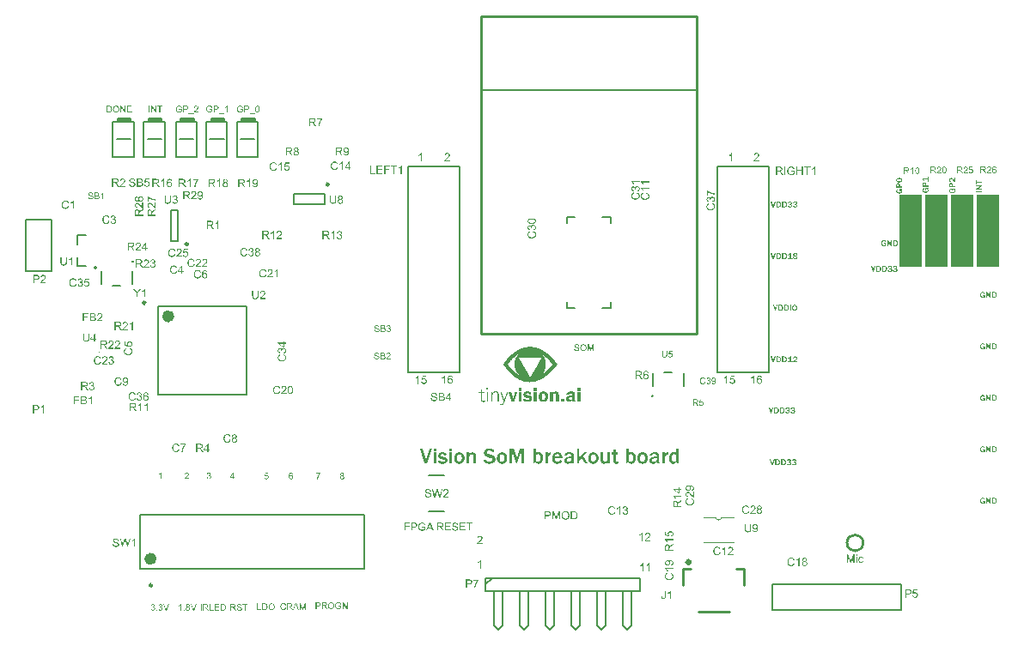
<source format=gto>
G04*
G04 #@! TF.GenerationSoftware,Altium Limited,Altium Designer,20.1.11 (218)*
G04*
G04 Layer_Color=65535*
%FSLAX25Y25*%
%MOIN*%
G70*
G04*
G04 #@! TF.SameCoordinates,8DDD7718-E0D7-425E-BE50-D601791E5550*
G04*
G04*
G04 #@! TF.FilePolarity,Positive*
G04*
G01*
G75*
%ADD10C,0.00984*%
%ADD11C,0.02362*%
%ADD12C,0.01000*%
%ADD13C,0.01575*%
%ADD14C,0.00394*%
%ADD15C,0.00787*%
%ADD16C,0.00500*%
%ADD17C,0.00595*%
%ADD18R,0.09000X0.28000*%
G36*
X202658Y104835D02*
X203199D01*
Y104790D01*
X203560D01*
Y104745D01*
X203831D01*
Y104700D01*
X204056D01*
Y104654D01*
X204237D01*
Y104609D01*
X204417D01*
Y104564D01*
X204598D01*
Y104519D01*
X204778D01*
Y104474D01*
X204913D01*
Y104429D01*
X205049D01*
Y104384D01*
X205184D01*
Y104339D01*
X205319D01*
Y104294D01*
X205455D01*
Y104248D01*
X205545D01*
Y104203D01*
X205680D01*
Y104158D01*
X205771D01*
Y104113D01*
X205906D01*
Y104068D01*
X205996D01*
Y104023D01*
X206086D01*
Y103978D01*
X206177D01*
Y103932D01*
X206312D01*
Y103887D01*
X206402D01*
Y103842D01*
X206492D01*
Y103797D01*
X206583D01*
Y103752D01*
X206673D01*
Y103707D01*
X206718D01*
Y103662D01*
X206808D01*
Y103617D01*
X206898D01*
Y103572D01*
X206989D01*
Y103526D01*
X207079D01*
Y103481D01*
X207124D01*
Y103436D01*
X207214D01*
Y103391D01*
X207305D01*
Y103346D01*
X207350D01*
Y103301D01*
X207440D01*
Y103256D01*
X207530D01*
Y103211D01*
X207575D01*
Y103166D01*
X207665D01*
Y103121D01*
X207711D01*
Y103075D01*
X207801D01*
Y103030D01*
X207846D01*
Y102985D01*
X207936D01*
Y102940D01*
X207981D01*
Y102895D01*
X208071D01*
Y102850D01*
X208117D01*
Y102805D01*
X208207D01*
Y102760D01*
X208252D01*
Y102715D01*
X208297D01*
Y102669D01*
X208387D01*
Y102624D01*
X208432D01*
Y102579D01*
X208523D01*
Y102534D01*
X208568D01*
Y102489D01*
X208613D01*
Y102444D01*
X208658D01*
Y102399D01*
X208748D01*
Y102354D01*
X208793D01*
Y102308D01*
X208838D01*
Y102263D01*
X208929D01*
Y102218D01*
X208974D01*
Y102173D01*
X209019D01*
Y102128D01*
X209064D01*
Y102083D01*
X209109D01*
Y102038D01*
X209199D01*
Y101993D01*
X209244D01*
Y101947D01*
X209290D01*
Y101902D01*
X209335D01*
Y101857D01*
X209380D01*
Y101812D01*
X209425D01*
Y101767D01*
X209515D01*
Y101722D01*
X209560D01*
Y101677D01*
X209605D01*
Y101632D01*
X209650D01*
Y101587D01*
X209696D01*
Y101541D01*
X209741D01*
Y101496D01*
X209786D01*
Y101451D01*
X209831D01*
Y101406D01*
X209876D01*
Y101361D01*
X209921D01*
Y101316D01*
X210011D01*
Y101271D01*
X210056D01*
Y101226D01*
X210102D01*
Y101181D01*
X210147D01*
Y101136D01*
X210192D01*
Y101090D01*
X210237D01*
Y101045D01*
X210282D01*
Y101000D01*
X210327D01*
Y100955D01*
X210372D01*
Y100910D01*
X210417D01*
Y100865D01*
X210462D01*
Y100820D01*
X210508D01*
Y100775D01*
X210553D01*
Y100730D01*
X210598D01*
Y100684D01*
X210643D01*
Y100639D01*
X210688D01*
Y100594D01*
X210733D01*
Y100549D01*
X210778D01*
Y100504D01*
Y100459D01*
X210823D01*
Y100414D01*
X210869D01*
Y100369D01*
X210914D01*
Y100323D01*
X210959D01*
Y100278D01*
X211004D01*
Y100233D01*
X211049D01*
Y100188D01*
X211094D01*
Y100143D01*
X211139D01*
Y100098D01*
X211184D01*
Y100053D01*
X211229D01*
Y100008D01*
X211275D01*
Y99963D01*
Y99917D01*
X211320D01*
Y99872D01*
X211365D01*
Y99827D01*
X211410D01*
Y99782D01*
X211455D01*
Y99737D01*
X211500D01*
Y99692D01*
X211545D01*
Y99647D01*
X211590D01*
Y99602D01*
Y99556D01*
X211635D01*
Y99511D01*
X211681D01*
Y99466D01*
X211726D01*
Y99421D01*
X211771D01*
Y99376D01*
X211816D01*
Y99331D01*
X211861D01*
Y99286D01*
Y99241D01*
X211906D01*
Y99196D01*
X211951D01*
Y99151D01*
X211996D01*
Y99105D01*
X212041D01*
Y99060D01*
Y99015D01*
X212087D01*
Y98970D01*
X212132D01*
Y98925D01*
X212177D01*
Y98880D01*
X212222D01*
Y98835D01*
Y98790D01*
X212267D01*
Y98744D01*
X212312D01*
Y98699D01*
X212357D01*
Y98654D01*
X212402D01*
Y98609D01*
Y98564D01*
X212448D01*
Y98519D01*
X212493D01*
Y98474D01*
X212538D01*
Y98429D01*
X212583D01*
Y98383D01*
Y98338D01*
X212628D01*
Y98293D01*
X212673D01*
Y98248D01*
X212718D01*
Y98203D01*
Y98158D01*
X212763D01*
Y98113D01*
X212808D01*
Y98068D01*
Y98023D01*
X212763D01*
Y97978D01*
X212718D01*
Y97932D01*
Y97887D01*
X212673D01*
Y97842D01*
X212628D01*
Y97797D01*
Y97752D01*
X212583D01*
Y97707D01*
X212538D01*
Y97662D01*
Y97617D01*
X212493D01*
Y97571D01*
X212448D01*
Y97526D01*
X212402D01*
Y97481D01*
Y97436D01*
X212357D01*
Y97391D01*
X212312D01*
Y97346D01*
Y97301D01*
X212267D01*
Y97256D01*
X212222D01*
Y97211D01*
X212177D01*
Y97166D01*
X212132D01*
Y97120D01*
Y97075D01*
X212087D01*
Y97030D01*
X212041D01*
Y96985D01*
X211996D01*
Y96940D01*
Y96895D01*
X211951D01*
Y96850D01*
X211906D01*
Y96805D01*
X211861D01*
Y96759D01*
X211816D01*
Y96714D01*
Y96669D01*
X211771D01*
Y96624D01*
X211726D01*
Y96579D01*
X211681D01*
Y96534D01*
X211635D01*
Y96489D01*
X211590D01*
Y96444D01*
Y96399D01*
X211545D01*
Y96353D01*
X211500D01*
Y96308D01*
X211455D01*
Y96263D01*
X211410D01*
Y96218D01*
X211365D01*
Y96173D01*
X211320D01*
Y96128D01*
X211275D01*
Y96083D01*
Y96038D01*
X211229D01*
Y95992D01*
X211184D01*
Y95947D01*
X211139D01*
Y95902D01*
X211094D01*
Y95857D01*
X211049D01*
Y95812D01*
X211004D01*
Y95767D01*
X210959D01*
Y95722D01*
X210914D01*
Y95677D01*
X210869D01*
Y95632D01*
X210823D01*
Y95587D01*
X210778D01*
Y95541D01*
X210733D01*
Y95496D01*
X210688D01*
Y95451D01*
X210643D01*
Y95406D01*
X210598D01*
Y95361D01*
Y95316D01*
X210553D01*
Y95271D01*
X210508D01*
Y95226D01*
X210462D01*
Y95180D01*
X210417D01*
Y95135D01*
X210372D01*
Y95090D01*
X210282D01*
Y95045D01*
X210237D01*
Y95000D01*
X210192D01*
Y94955D01*
X210147D01*
Y94910D01*
X210102D01*
Y94865D01*
X210056D01*
Y94820D01*
X210011D01*
Y94774D01*
X209966D01*
Y94729D01*
X209921D01*
Y94684D01*
X209876D01*
Y94639D01*
X209831D01*
Y94594D01*
X209786D01*
Y94549D01*
X209741D01*
Y94504D01*
X209696D01*
Y94459D01*
X209605D01*
Y94414D01*
X209560D01*
Y94368D01*
X209515D01*
Y94323D01*
X209470D01*
Y94278D01*
X209425D01*
Y94233D01*
X209380D01*
Y94188D01*
X209290D01*
Y94143D01*
X209244D01*
Y94098D01*
X209199D01*
Y94053D01*
X209154D01*
Y94007D01*
X209109D01*
Y93962D01*
X209019D01*
Y93917D01*
X208974D01*
Y93872D01*
X208929D01*
Y93827D01*
X208884D01*
Y93782D01*
X208793D01*
Y93737D01*
X208748D01*
Y93692D01*
X208703D01*
Y93647D01*
X208613D01*
Y93602D01*
X208568D01*
Y93556D01*
X208523D01*
Y93511D01*
X208432D01*
Y93466D01*
X208387D01*
Y93421D01*
X208342D01*
Y93376D01*
X208252D01*
Y93331D01*
X208207D01*
Y93286D01*
X208117D01*
Y93241D01*
X208071D01*
Y93195D01*
X208026D01*
Y93150D01*
X207936D01*
Y93105D01*
X207891D01*
Y93060D01*
X207801D01*
Y93015D01*
X207756D01*
Y92970D01*
X207665D01*
Y92925D01*
X207620D01*
Y92880D01*
X207530D01*
Y92835D01*
X207440D01*
Y92789D01*
X207395D01*
Y92744D01*
X207305D01*
Y92699D01*
X207214D01*
Y92654D01*
X207169D01*
Y92609D01*
X207079D01*
Y92564D01*
X206989D01*
Y92519D01*
X206898D01*
Y92474D01*
X206853D01*
Y92428D01*
X206763D01*
Y92383D01*
X206673D01*
Y92338D01*
X206583D01*
Y92293D01*
X206492D01*
Y92248D01*
X206402D01*
Y92203D01*
X206312D01*
Y92158D01*
X206222D01*
Y92113D01*
X206132D01*
Y92068D01*
X206041D01*
Y92023D01*
X205906D01*
Y91977D01*
X205816D01*
Y91932D01*
X205726D01*
Y91887D01*
X205590D01*
Y91842D01*
X205500D01*
Y91797D01*
X205365D01*
Y91752D01*
X205274D01*
Y91707D01*
X205139D01*
Y91662D01*
X205004D01*
Y91616D01*
X204868D01*
Y91571D01*
X204733D01*
Y91526D01*
X204553D01*
Y91481D01*
X204417D01*
Y91436D01*
X204237D01*
Y91391D01*
X204056D01*
Y91346D01*
X203831D01*
Y91301D01*
X203605D01*
Y91256D01*
X203289D01*
Y91210D01*
X202928D01*
Y91165D01*
X202297D01*
Y91120D01*
X201801D01*
Y91165D01*
X201169D01*
Y91210D01*
X200808D01*
Y91256D01*
X200537D01*
Y91301D01*
X200312D01*
Y91346D01*
X200086D01*
Y91391D01*
X199906D01*
Y91436D01*
X199725D01*
Y91481D01*
X199590D01*
Y91526D01*
X199455D01*
Y91571D01*
X199319D01*
Y91616D01*
X199184D01*
Y91662D01*
X199049D01*
Y91707D01*
X198913D01*
Y91752D01*
X198823D01*
Y91797D01*
X198688D01*
Y91842D01*
X198598D01*
Y91887D01*
X198462D01*
Y91932D01*
X198372D01*
Y91977D01*
X198282D01*
Y92023D01*
X198192D01*
Y92068D01*
X198101D01*
Y92113D01*
X198011D01*
Y92158D01*
X197921D01*
Y92203D01*
X197831D01*
Y92248D01*
X197740D01*
Y92293D01*
X197650D01*
Y92338D01*
X197560D01*
Y92383D01*
X197470D01*
Y92428D01*
X197425D01*
Y92474D01*
X197334D01*
Y92519D01*
X197244D01*
Y92564D01*
X197199D01*
Y92609D01*
X197109D01*
Y92654D01*
X197019D01*
Y92699D01*
X196974D01*
Y92744D01*
X196883D01*
Y92789D01*
X196838D01*
Y92835D01*
X196748D01*
Y92880D01*
X196703D01*
Y92925D01*
X196613D01*
Y92970D01*
X196567D01*
Y93015D01*
X196522D01*
Y93060D01*
X196432D01*
Y93105D01*
X196387D01*
Y93150D01*
X196297D01*
Y93195D01*
X196252D01*
Y93241D01*
X196206D01*
Y93286D01*
X196116D01*
Y93331D01*
X196071D01*
Y93376D01*
X196026D01*
Y93421D01*
X195936D01*
Y93466D01*
X195891D01*
Y93511D01*
X195846D01*
Y93556D01*
X195800D01*
Y93602D01*
X195710D01*
Y93647D01*
X195665D01*
Y93692D01*
X195620D01*
Y93737D01*
X195575D01*
Y93782D01*
X195530D01*
Y93827D01*
X195485D01*
Y93872D01*
X195395D01*
Y93917D01*
X195349D01*
Y93962D01*
X195304D01*
Y94007D01*
X195259D01*
Y94053D01*
X195214D01*
Y94098D01*
X195169D01*
Y94143D01*
X195124D01*
Y94188D01*
X195079D01*
Y94233D01*
X194989D01*
Y94278D01*
X194943D01*
Y94323D01*
X194898D01*
Y94368D01*
X194853D01*
Y94414D01*
X194808D01*
Y94459D01*
X194763D01*
Y94504D01*
X194718D01*
Y94549D01*
X194673D01*
Y94594D01*
X194628D01*
Y94639D01*
X194582D01*
Y94684D01*
X194537D01*
Y94729D01*
X194492D01*
Y94774D01*
X194447D01*
Y94820D01*
X194402D01*
Y94865D01*
X194357D01*
Y94910D01*
X194312D01*
Y94955D01*
X194267D01*
Y95000D01*
X194221D01*
Y95045D01*
X194176D01*
Y95090D01*
X194131D01*
Y95135D01*
X194086D01*
Y95180D01*
Y95226D01*
X194041D01*
Y95271D01*
X193996D01*
Y95316D01*
X193951D01*
Y95361D01*
X193906D01*
Y95406D01*
X193861D01*
Y95451D01*
X193816D01*
Y95496D01*
X193770D01*
Y95541D01*
X193725D01*
Y95587D01*
X193680D01*
Y95632D01*
Y95677D01*
X193635D01*
Y95722D01*
X193590D01*
Y95767D01*
X193545D01*
Y95812D01*
X193500D01*
Y95857D01*
X193455D01*
Y95902D01*
X193410D01*
Y95947D01*
Y95992D01*
X193364D01*
Y96038D01*
X193319D01*
Y96083D01*
X193274D01*
Y96128D01*
X193229D01*
Y96173D01*
X193184D01*
Y96218D01*
Y96263D01*
X193139D01*
Y96308D01*
X193094D01*
Y96353D01*
X193049D01*
Y96399D01*
X193003D01*
Y96444D01*
Y96489D01*
X192958D01*
Y96534D01*
X192913D01*
Y96579D01*
X192868D01*
Y96624D01*
X192823D01*
Y96669D01*
Y96714D01*
X192778D01*
Y96759D01*
X192733D01*
Y96805D01*
X192688D01*
Y96850D01*
Y96895D01*
X192643D01*
Y96940D01*
X192597D01*
Y96985D01*
X192552D01*
Y97030D01*
Y97075D01*
X192507D01*
Y97120D01*
X192462D01*
Y97166D01*
X192417D01*
Y97211D01*
Y97256D01*
X192372D01*
Y97301D01*
X192327D01*
Y97346D01*
X192282D01*
Y97391D01*
Y97436D01*
X192236D01*
Y97481D01*
X192191D01*
Y97526D01*
Y97571D01*
X192146D01*
Y97617D01*
X192101D01*
Y97662D01*
X192056D01*
Y97707D01*
Y97752D01*
X192011D01*
Y97797D01*
X191966D01*
Y97842D01*
Y97887D01*
X191921D01*
Y97932D01*
X191876D01*
Y97978D01*
X191831D01*
Y98023D01*
Y98068D01*
X191876D01*
Y98113D01*
X191921D01*
Y98158D01*
Y98203D01*
X191966D01*
Y98248D01*
Y98293D01*
X192011D01*
Y98338D01*
X192056D01*
Y98383D01*
Y98429D01*
X192101D01*
Y98474D01*
X192146D01*
Y98519D01*
Y98564D01*
X192191D01*
Y98609D01*
X192236D01*
Y98654D01*
Y98699D01*
X192282D01*
Y98744D01*
X192327D01*
Y98790D01*
Y98835D01*
X192372D01*
Y98880D01*
X192417D01*
Y98925D01*
X192462D01*
Y98970D01*
Y99015D01*
X192507D01*
Y99060D01*
X192552D01*
Y99105D01*
X192597D01*
Y99151D01*
Y99196D01*
X192643D01*
Y99241D01*
X192688D01*
Y99286D01*
X192733D01*
Y99331D01*
Y99376D01*
X192778D01*
Y99421D01*
X192823D01*
Y99466D01*
X192868D01*
Y99511D01*
Y99556D01*
X192913D01*
Y99602D01*
X192958D01*
Y99647D01*
X193003D01*
Y99692D01*
X193049D01*
Y99737D01*
X193094D01*
Y99782D01*
Y99827D01*
X193139D01*
Y99872D01*
X193184D01*
Y99917D01*
X193229D01*
Y99963D01*
X193274D01*
Y100008D01*
X193319D01*
Y100053D01*
Y100098D01*
X193364D01*
Y100143D01*
X193410D01*
Y100188D01*
X193455D01*
Y100233D01*
X193500D01*
Y100278D01*
X193545D01*
Y100323D01*
X193590D01*
Y100369D01*
X193635D01*
Y100414D01*
Y100459D01*
X193680D01*
Y100504D01*
X193725D01*
Y100549D01*
X193770D01*
Y100594D01*
X193816D01*
Y100639D01*
X193861D01*
Y100684D01*
X193906D01*
Y100730D01*
X193951D01*
Y100775D01*
X193996D01*
Y100820D01*
X194041D01*
Y100865D01*
X194086D01*
Y100910D01*
X194131D01*
Y100955D01*
X194176D01*
Y101000D01*
X194221D01*
Y101045D01*
X194267D01*
Y101090D01*
X194312D01*
Y101136D01*
X194357D01*
Y101181D01*
X194402D01*
Y101226D01*
X194447D01*
Y101271D01*
X194492D01*
Y101316D01*
X194537D01*
Y101361D01*
X194582D01*
Y101406D01*
X194628D01*
Y101451D01*
X194673D01*
Y101496D01*
X194718D01*
Y101541D01*
X194763D01*
Y101587D01*
X194808D01*
Y101632D01*
X194853D01*
Y101677D01*
X194943D01*
Y101722D01*
X194989D01*
Y101767D01*
X195034D01*
Y101812D01*
X195079D01*
Y101857D01*
X195124D01*
Y101902D01*
X195169D01*
Y101947D01*
X195214D01*
Y101993D01*
X195304D01*
Y102038D01*
X195349D01*
Y102083D01*
X195395D01*
Y102128D01*
X195440D01*
Y102173D01*
X195485D01*
Y102218D01*
X195575D01*
Y102263D01*
X195620D01*
Y102308D01*
X195665D01*
Y102354D01*
X195710D01*
Y102399D01*
X195800D01*
Y102444D01*
X195846D01*
Y102489D01*
X195891D01*
Y102534D01*
X195981D01*
Y102579D01*
X196026D01*
Y102624D01*
X196071D01*
Y102669D01*
X196161D01*
Y102715D01*
X196206D01*
Y102760D01*
X196252D01*
Y102805D01*
X196342D01*
Y102850D01*
X196387D01*
Y102895D01*
X196477D01*
Y102940D01*
X196522D01*
Y102985D01*
X196613D01*
Y103030D01*
X196658D01*
Y103075D01*
X196748D01*
Y103121D01*
X196793D01*
Y103166D01*
X196883D01*
Y103211D01*
X196928D01*
Y103256D01*
X197019D01*
Y103301D01*
X197064D01*
Y103346D01*
X197154D01*
Y103391D01*
X197244D01*
Y103436D01*
X197334D01*
Y103481D01*
X197380D01*
Y103526D01*
X197470D01*
Y103572D01*
X197560D01*
Y103617D01*
X197650D01*
Y103662D01*
X197740D01*
Y103707D01*
X197785D01*
Y103752D01*
X197876D01*
Y103797D01*
X197966D01*
Y103842D01*
X198056D01*
Y103887D01*
X198192D01*
Y103932D01*
X198282D01*
Y103978D01*
X198372D01*
Y104023D01*
X198462D01*
Y104068D01*
X198553D01*
Y104113D01*
X198688D01*
Y104158D01*
X198778D01*
Y104203D01*
X198913D01*
Y104248D01*
X199004D01*
Y104294D01*
X199139D01*
Y104339D01*
X199274D01*
Y104384D01*
X199410D01*
Y104429D01*
X199545D01*
Y104474D01*
X199680D01*
Y104519D01*
X199861D01*
Y104564D01*
X200041D01*
Y104609D01*
X200222D01*
Y104654D01*
X200402D01*
Y104700D01*
X200673D01*
Y104745D01*
X200943D01*
Y104790D01*
X201259D01*
Y104835D01*
X201801D01*
Y104880D01*
X202658D01*
Y104835D01*
D02*
G37*
G36*
X185924Y88792D02*
Y88770D01*
Y88747D01*
Y88725D01*
Y88702D01*
Y88679D01*
Y88657D01*
Y88634D01*
Y88612D01*
Y88589D01*
Y88567D01*
Y88544D01*
Y88522D01*
Y88499D01*
Y88477D01*
Y88454D01*
Y88431D01*
Y88409D01*
Y88386D01*
Y88364D01*
Y88341D01*
Y88319D01*
Y88296D01*
Y88274D01*
X185384D01*
Y88296D01*
Y88319D01*
Y88341D01*
Y88364D01*
Y88386D01*
Y88409D01*
Y88431D01*
Y88454D01*
Y88477D01*
Y88499D01*
Y88522D01*
Y88544D01*
Y88567D01*
Y88589D01*
Y88612D01*
Y88634D01*
Y88657D01*
Y88679D01*
Y88702D01*
Y88725D01*
Y88747D01*
Y88770D01*
Y88792D01*
Y88815D01*
X185924D01*
Y88792D01*
D02*
G37*
G36*
X221834Y88905D02*
Y88883D01*
Y88860D01*
Y88837D01*
Y88815D01*
Y88792D01*
Y88770D01*
Y88747D01*
Y88725D01*
Y88702D01*
Y88679D01*
Y88657D01*
Y88634D01*
Y88612D01*
Y88589D01*
Y88567D01*
Y88544D01*
Y88522D01*
Y88499D01*
Y88477D01*
Y88454D01*
Y88431D01*
Y88409D01*
Y88386D01*
Y88364D01*
Y88341D01*
Y88319D01*
Y88296D01*
Y88274D01*
Y88251D01*
Y88228D01*
Y88206D01*
Y88183D01*
Y88161D01*
Y88138D01*
Y88116D01*
Y88093D01*
Y88070D01*
Y88048D01*
Y88025D01*
Y88003D01*
Y87980D01*
Y87958D01*
Y87935D01*
Y87913D01*
Y87890D01*
Y87867D01*
Y87845D01*
Y87822D01*
Y87800D01*
Y87777D01*
X220685D01*
Y87800D01*
Y87822D01*
Y87845D01*
Y87867D01*
Y87890D01*
Y87913D01*
Y87935D01*
Y87958D01*
Y87980D01*
Y88003D01*
Y88025D01*
Y88048D01*
Y88070D01*
Y88093D01*
Y88116D01*
Y88138D01*
Y88161D01*
Y88183D01*
Y88206D01*
Y88228D01*
Y88251D01*
Y88274D01*
Y88296D01*
Y88319D01*
Y88341D01*
Y88364D01*
Y88386D01*
Y88409D01*
Y88431D01*
Y88454D01*
Y88477D01*
Y88499D01*
Y88522D01*
Y88544D01*
Y88567D01*
Y88589D01*
Y88612D01*
Y88634D01*
Y88657D01*
Y88679D01*
Y88702D01*
Y88725D01*
Y88747D01*
Y88770D01*
Y88792D01*
Y88815D01*
Y88837D01*
Y88860D01*
Y88883D01*
Y88905D01*
Y88928D01*
X221834D01*
Y88905D01*
D02*
G37*
G36*
X204805D02*
Y88883D01*
Y88860D01*
Y88837D01*
Y88815D01*
Y88792D01*
Y88770D01*
Y88747D01*
Y88725D01*
Y88702D01*
Y88679D01*
Y88657D01*
Y88634D01*
Y88612D01*
Y88589D01*
Y88567D01*
Y88544D01*
Y88522D01*
Y88499D01*
Y88477D01*
Y88454D01*
Y88431D01*
Y88409D01*
Y88386D01*
Y88364D01*
Y88341D01*
Y88319D01*
Y88296D01*
Y88274D01*
Y88251D01*
Y88228D01*
Y88206D01*
Y88183D01*
Y88161D01*
Y88138D01*
Y88116D01*
Y88093D01*
Y88070D01*
Y88048D01*
Y88025D01*
Y88003D01*
Y87980D01*
Y87958D01*
Y87935D01*
Y87913D01*
Y87890D01*
Y87867D01*
Y87845D01*
Y87822D01*
Y87800D01*
Y87777D01*
X203677D01*
Y87800D01*
Y87822D01*
Y87845D01*
Y87867D01*
Y87890D01*
Y87913D01*
Y87935D01*
Y87958D01*
Y87980D01*
Y88003D01*
Y88025D01*
Y88048D01*
Y88070D01*
Y88093D01*
Y88116D01*
Y88138D01*
Y88161D01*
Y88183D01*
Y88206D01*
Y88228D01*
Y88251D01*
Y88274D01*
Y88296D01*
Y88319D01*
Y88341D01*
Y88364D01*
Y88386D01*
Y88409D01*
Y88431D01*
Y88454D01*
Y88477D01*
Y88499D01*
Y88522D01*
Y88544D01*
Y88567D01*
Y88589D01*
Y88612D01*
Y88634D01*
Y88657D01*
Y88679D01*
Y88702D01*
Y88725D01*
Y88747D01*
Y88770D01*
Y88792D01*
Y88815D01*
Y88837D01*
Y88860D01*
Y88883D01*
Y88905D01*
Y88928D01*
X204805D01*
Y88905D01*
D02*
G37*
G36*
X198963D02*
Y88883D01*
Y88860D01*
Y88837D01*
Y88815D01*
Y88792D01*
Y88770D01*
Y88747D01*
Y88725D01*
Y88702D01*
Y88679D01*
Y88657D01*
Y88634D01*
Y88612D01*
Y88589D01*
Y88567D01*
Y88544D01*
Y88522D01*
Y88499D01*
Y88477D01*
Y88454D01*
Y88431D01*
Y88409D01*
Y88386D01*
Y88364D01*
Y88341D01*
Y88319D01*
Y88296D01*
Y88274D01*
Y88251D01*
Y88228D01*
Y88206D01*
Y88183D01*
Y88161D01*
Y88138D01*
Y88116D01*
Y88093D01*
Y88070D01*
Y88048D01*
Y88025D01*
Y88003D01*
Y87980D01*
Y87958D01*
Y87935D01*
Y87913D01*
Y87890D01*
Y87867D01*
Y87845D01*
Y87822D01*
Y87800D01*
Y87777D01*
X197835D01*
Y87800D01*
Y87822D01*
Y87845D01*
Y87867D01*
Y87890D01*
Y87913D01*
Y87935D01*
Y87958D01*
Y87980D01*
Y88003D01*
Y88025D01*
Y88048D01*
Y88070D01*
Y88093D01*
Y88116D01*
Y88138D01*
Y88161D01*
Y88183D01*
Y88206D01*
Y88228D01*
Y88251D01*
Y88274D01*
Y88296D01*
Y88319D01*
Y88341D01*
Y88364D01*
Y88386D01*
Y88409D01*
Y88431D01*
Y88454D01*
Y88477D01*
Y88499D01*
Y88522D01*
Y88544D01*
Y88567D01*
Y88589D01*
Y88612D01*
Y88634D01*
Y88657D01*
Y88679D01*
Y88702D01*
Y88725D01*
Y88747D01*
Y88770D01*
Y88792D01*
Y88815D01*
Y88837D01*
Y88860D01*
Y88883D01*
Y88905D01*
Y88928D01*
X198963D01*
Y88905D01*
D02*
G37*
G36*
X212294Y87507D02*
X212496D01*
Y87484D01*
X212610D01*
Y87462D01*
X212676D01*
Y87439D01*
X212744D01*
Y87416D01*
X212789D01*
Y87394D01*
X212836D01*
Y87371D01*
X212881D01*
Y87349D01*
X212926D01*
Y87326D01*
X212948D01*
Y87304D01*
X212992D01*
Y87281D01*
X213015D01*
Y87258D01*
X213037D01*
Y87236D01*
X213060D01*
Y87213D01*
X213084D01*
Y87191D01*
X213105D01*
Y87168D01*
X213127D01*
Y87146D01*
X213150D01*
Y87123D01*
X213172D01*
Y87101D01*
X213174D01*
Y87078D01*
X213196D01*
Y87055D01*
X213217D01*
Y87033D01*
X213219D01*
Y87010D01*
X213242D01*
Y86988D01*
Y86965D01*
X213264D01*
Y86943D01*
X213263D01*
Y86920D01*
X213287D01*
Y86898D01*
Y86875D01*
Y86852D01*
X213308D01*
Y86830D01*
X213309D01*
Y86807D01*
Y86785D01*
X213330D01*
Y86762D01*
Y86740D01*
Y86717D01*
Y86695D01*
X213354D01*
Y86672D01*
Y86649D01*
Y86627D01*
Y86604D01*
X213353D01*
Y86582D01*
X213377D01*
Y86559D01*
X213375D01*
Y86537D01*
X213377D01*
Y86514D01*
X213375D01*
Y86492D01*
X213377D01*
Y86469D01*
X213375D01*
Y86446D01*
Y86424D01*
Y86401D01*
X213399D01*
Y86379D01*
X213398D01*
Y86356D01*
Y86334D01*
X213399D01*
Y86311D01*
Y86288D01*
Y86266D01*
X213398D01*
Y86243D01*
Y86221D01*
Y86198D01*
Y86176D01*
Y86153D01*
Y86131D01*
Y86108D01*
Y86085D01*
X213399D01*
Y86063D01*
Y86040D01*
Y86018D01*
Y85995D01*
Y85973D01*
Y85950D01*
Y85928D01*
Y85905D01*
Y85883D01*
Y85860D01*
Y85837D01*
Y85815D01*
Y85792D01*
Y85770D01*
Y85747D01*
Y85725D01*
Y85702D01*
Y85680D01*
Y85657D01*
Y85634D01*
Y85612D01*
Y85589D01*
Y85567D01*
Y85544D01*
Y85522D01*
Y85499D01*
Y85476D01*
Y85454D01*
Y85431D01*
Y85409D01*
Y85386D01*
Y85364D01*
Y85341D01*
Y85319D01*
Y85296D01*
Y85273D01*
Y85251D01*
Y85228D01*
Y85206D01*
Y85183D01*
Y85161D01*
Y85138D01*
Y85116D01*
Y85093D01*
Y85070D01*
Y85048D01*
Y85025D01*
Y85003D01*
Y84980D01*
Y84958D01*
Y84935D01*
Y84913D01*
Y84890D01*
Y84867D01*
Y84845D01*
Y84822D01*
Y84800D01*
Y84777D01*
Y84755D01*
Y84732D01*
Y84710D01*
Y84687D01*
Y84664D01*
Y84642D01*
Y84619D01*
Y84597D01*
Y84574D01*
Y84552D01*
Y84529D01*
Y84506D01*
Y84484D01*
Y84461D01*
Y84439D01*
Y84416D01*
Y84394D01*
Y84371D01*
Y84349D01*
Y84326D01*
Y84303D01*
Y84281D01*
Y84258D01*
Y84236D01*
Y84213D01*
Y84191D01*
Y84168D01*
Y84146D01*
Y84123D01*
Y84101D01*
Y84078D01*
Y84055D01*
Y84033D01*
Y84010D01*
Y83988D01*
Y83965D01*
Y83943D01*
Y83920D01*
Y83898D01*
Y83875D01*
Y83852D01*
Y83830D01*
Y83807D01*
Y83785D01*
Y83762D01*
Y83740D01*
Y83717D01*
Y83694D01*
Y83672D01*
Y83649D01*
Y83627D01*
Y83604D01*
Y83582D01*
Y83559D01*
Y83537D01*
X212272D01*
Y83559D01*
Y83582D01*
Y83604D01*
Y83627D01*
Y83649D01*
Y83672D01*
Y83694D01*
Y83717D01*
Y83740D01*
Y83762D01*
Y83785D01*
Y83807D01*
Y83830D01*
Y83852D01*
Y83875D01*
Y83898D01*
Y83920D01*
Y83943D01*
Y83965D01*
Y83988D01*
Y84010D01*
Y84033D01*
Y84055D01*
Y84078D01*
Y84101D01*
Y84123D01*
Y84146D01*
Y84168D01*
Y84191D01*
Y84213D01*
Y84236D01*
Y84258D01*
Y84281D01*
Y84303D01*
Y84326D01*
Y84349D01*
Y84371D01*
Y84394D01*
Y84416D01*
Y84439D01*
Y84461D01*
Y84484D01*
Y84506D01*
Y84529D01*
Y84552D01*
Y84574D01*
Y84597D01*
Y84619D01*
Y84642D01*
Y84664D01*
Y84687D01*
Y84710D01*
Y84732D01*
Y84755D01*
Y84777D01*
Y84800D01*
Y84822D01*
Y84845D01*
Y84867D01*
Y84890D01*
Y84913D01*
Y84935D01*
Y84958D01*
Y84980D01*
Y85003D01*
Y85025D01*
Y85048D01*
Y85070D01*
Y85093D01*
Y85116D01*
Y85138D01*
Y85161D01*
Y85183D01*
Y85206D01*
Y85228D01*
Y85251D01*
Y85273D01*
Y85296D01*
Y85319D01*
Y85341D01*
Y85364D01*
Y85386D01*
Y85409D01*
Y85431D01*
Y85454D01*
Y85476D01*
Y85499D01*
Y85522D01*
Y85544D01*
Y85567D01*
Y85589D01*
Y85612D01*
Y85634D01*
Y85657D01*
Y85680D01*
Y85702D01*
Y85725D01*
Y85747D01*
Y85770D01*
Y85792D01*
Y85815D01*
Y85837D01*
Y85860D01*
Y85883D01*
Y85905D01*
Y85928D01*
Y85950D01*
Y85973D01*
Y85995D01*
Y86018D01*
Y86040D01*
Y86063D01*
Y86085D01*
X212249D01*
Y86108D01*
Y86131D01*
Y86153D01*
Y86176D01*
Y86198D01*
Y86221D01*
Y86243D01*
Y86266D01*
X212227D01*
Y86288D01*
Y86311D01*
Y86334D01*
X212204D01*
Y86356D01*
Y86379D01*
X212181D01*
Y86401D01*
Y86424D01*
X212159D01*
Y86446D01*
Y86469D01*
X212136D01*
Y86492D01*
X212114D01*
Y86514D01*
X212091D01*
Y86537D01*
X212069D01*
Y86559D01*
X212023D01*
Y86582D01*
X211978D01*
Y86604D01*
X211933D01*
Y86627D01*
X211595D01*
Y86604D01*
X211526D01*
Y86582D01*
X211482D01*
Y86559D01*
X211458D01*
Y86537D01*
X211413D01*
Y86514D01*
X211392D01*
Y86492D01*
X211369D01*
Y86469D01*
X211345D01*
Y86446D01*
X211324D01*
Y86424D01*
Y86401D01*
X211300D01*
Y86379D01*
X211279D01*
Y86356D01*
Y86334D01*
X211257D01*
Y86311D01*
Y86288D01*
X211232D01*
Y86266D01*
Y86243D01*
Y86221D01*
X211211D01*
Y86198D01*
Y86176D01*
Y86153D01*
X211187D01*
Y86131D01*
Y86108D01*
Y86085D01*
Y86063D01*
Y86040D01*
X211166D01*
Y86018D01*
Y85995D01*
Y85973D01*
Y85950D01*
Y85928D01*
Y85905D01*
Y85883D01*
Y85860D01*
Y85837D01*
Y85815D01*
X211144D01*
Y85792D01*
Y85770D01*
Y85747D01*
Y85725D01*
Y85702D01*
Y85680D01*
Y85657D01*
Y85634D01*
Y85612D01*
Y85589D01*
Y85567D01*
Y85544D01*
Y85522D01*
Y85499D01*
Y85476D01*
Y85454D01*
Y85431D01*
Y85409D01*
Y85386D01*
Y85364D01*
Y85341D01*
Y85319D01*
Y85296D01*
Y85273D01*
Y85251D01*
Y85228D01*
Y85206D01*
Y85183D01*
Y85161D01*
Y85138D01*
Y85116D01*
Y85093D01*
Y85070D01*
Y85048D01*
Y85025D01*
Y85003D01*
Y84980D01*
Y84958D01*
Y84935D01*
Y84913D01*
Y84890D01*
Y84867D01*
Y84845D01*
Y84822D01*
Y84800D01*
Y84777D01*
Y84755D01*
Y84732D01*
Y84710D01*
Y84687D01*
Y84664D01*
Y84642D01*
Y84619D01*
Y84597D01*
Y84574D01*
Y84552D01*
Y84529D01*
Y84506D01*
Y84484D01*
Y84461D01*
Y84439D01*
Y84416D01*
Y84394D01*
Y84371D01*
Y84349D01*
Y84326D01*
Y84303D01*
Y84281D01*
Y84258D01*
Y84236D01*
Y84213D01*
Y84191D01*
Y84168D01*
Y84146D01*
Y84123D01*
Y84101D01*
Y84078D01*
Y84055D01*
Y84033D01*
Y84010D01*
Y83988D01*
Y83965D01*
Y83943D01*
Y83920D01*
Y83898D01*
Y83875D01*
Y83852D01*
Y83830D01*
Y83807D01*
Y83785D01*
Y83762D01*
Y83740D01*
Y83717D01*
Y83694D01*
Y83672D01*
Y83649D01*
Y83627D01*
Y83604D01*
Y83582D01*
Y83559D01*
Y83537D01*
X210016D01*
Y83559D01*
Y83582D01*
Y83604D01*
Y83627D01*
Y83649D01*
Y83672D01*
Y83694D01*
Y83717D01*
Y83740D01*
Y83762D01*
Y83785D01*
Y83807D01*
Y83830D01*
Y83852D01*
Y83875D01*
Y83898D01*
Y83920D01*
Y83943D01*
Y83965D01*
Y83988D01*
Y84010D01*
Y84033D01*
Y84055D01*
Y84078D01*
Y84101D01*
Y84123D01*
Y84146D01*
Y84168D01*
Y84191D01*
Y84213D01*
Y84236D01*
Y84258D01*
Y84281D01*
Y84303D01*
Y84326D01*
Y84349D01*
Y84371D01*
Y84394D01*
Y84416D01*
Y84439D01*
Y84461D01*
Y84484D01*
Y84506D01*
Y84529D01*
Y84552D01*
Y84574D01*
Y84597D01*
Y84619D01*
Y84642D01*
Y84664D01*
Y84687D01*
Y84710D01*
Y84732D01*
Y84755D01*
Y84777D01*
Y84800D01*
Y84822D01*
Y84845D01*
Y84867D01*
Y84890D01*
Y84913D01*
Y84935D01*
Y84958D01*
Y84980D01*
Y85003D01*
Y85025D01*
Y85048D01*
Y85070D01*
Y85093D01*
Y85116D01*
Y85138D01*
Y85161D01*
Y85183D01*
Y85206D01*
Y85228D01*
Y85251D01*
Y85273D01*
Y85296D01*
Y85319D01*
Y85341D01*
Y85364D01*
Y85386D01*
Y85409D01*
Y85431D01*
Y85454D01*
Y85476D01*
Y85499D01*
Y85522D01*
Y85544D01*
Y85567D01*
Y85589D01*
Y85612D01*
Y85634D01*
Y85657D01*
Y85680D01*
Y85702D01*
Y85725D01*
Y85747D01*
Y85770D01*
Y85792D01*
Y85815D01*
Y85837D01*
Y85860D01*
Y85883D01*
Y85905D01*
Y85928D01*
Y85950D01*
Y85973D01*
Y85995D01*
Y86018D01*
Y86040D01*
Y86063D01*
Y86085D01*
Y86108D01*
Y86131D01*
Y86153D01*
Y86176D01*
Y86198D01*
Y86221D01*
Y86243D01*
Y86266D01*
Y86288D01*
Y86311D01*
Y86334D01*
Y86356D01*
Y86379D01*
Y86401D01*
Y86424D01*
Y86446D01*
Y86469D01*
Y86492D01*
Y86514D01*
Y86537D01*
Y86559D01*
Y86582D01*
Y86604D01*
Y86627D01*
Y86649D01*
Y86672D01*
Y86695D01*
Y86717D01*
Y86740D01*
Y86762D01*
Y86785D01*
Y86807D01*
Y86830D01*
Y86852D01*
Y86875D01*
Y86898D01*
Y86920D01*
Y86943D01*
Y86965D01*
Y86988D01*
Y87010D01*
Y87033D01*
Y87055D01*
Y87078D01*
Y87101D01*
Y87123D01*
Y87146D01*
Y87168D01*
Y87191D01*
Y87213D01*
Y87236D01*
Y87258D01*
Y87281D01*
Y87304D01*
Y87326D01*
Y87349D01*
Y87371D01*
Y87394D01*
Y87416D01*
Y87439D01*
X211075D01*
Y87416D01*
Y87394D01*
Y87371D01*
Y87349D01*
Y87326D01*
Y87304D01*
Y87281D01*
Y87258D01*
Y87236D01*
Y87213D01*
Y87191D01*
Y87168D01*
Y87146D01*
Y87123D01*
Y87101D01*
Y87078D01*
Y87055D01*
Y87033D01*
Y87010D01*
Y86988D01*
Y86965D01*
Y86943D01*
Y86920D01*
Y86898D01*
Y86875D01*
Y86852D01*
Y86830D01*
Y86807D01*
Y86785D01*
X211099D01*
Y86807D01*
Y86830D01*
X211121D01*
Y86852D01*
X211144D01*
Y86875D01*
Y86898D01*
X211166D01*
Y86920D01*
Y86943D01*
X211189D01*
Y86965D01*
X211211D01*
Y86988D01*
Y87010D01*
X211234D01*
Y87033D01*
X211257D01*
Y87055D01*
X211279D01*
Y87078D01*
Y87101D01*
X211302D01*
Y87123D01*
X211324D01*
Y87146D01*
X211347D01*
Y87168D01*
X211369D01*
Y87191D01*
X211392D01*
Y87213D01*
X211414D01*
Y87236D01*
X211437D01*
Y87258D01*
X211459D01*
Y87281D01*
X211482D01*
Y87304D01*
X211505D01*
Y87326D01*
X211527D01*
Y87349D01*
X211572D01*
Y87371D01*
X211595D01*
Y87394D01*
X211640D01*
Y87416D01*
X211685D01*
Y87439D01*
X211753D01*
Y87462D01*
X211820D01*
Y87484D01*
X211911D01*
Y87507D01*
X212114D01*
Y87529D01*
X212294D01*
Y87507D01*
D02*
G37*
G36*
X189060Y87529D02*
X189196D01*
Y87507D01*
X189286D01*
Y87484D01*
X189354D01*
Y87462D01*
X189420D01*
Y87439D01*
X189467D01*
Y87416D01*
X189512D01*
Y87394D01*
X189533D01*
Y87371D01*
X189579D01*
Y87349D01*
X189624D01*
Y87326D01*
X189647D01*
Y87304D01*
X189670D01*
Y87281D01*
X189691D01*
Y87258D01*
X189715D01*
Y87236D01*
X189760D01*
Y87213D01*
X189782D01*
Y87191D01*
X189781D01*
Y87168D01*
X189803D01*
Y87146D01*
X189826D01*
Y87123D01*
X189848D01*
Y87101D01*
X189873D01*
Y87078D01*
X189871D01*
Y87055D01*
X189895D01*
Y87033D01*
X189918D01*
Y87010D01*
X189916D01*
Y86988D01*
X189940D01*
Y86965D01*
X189939D01*
Y86943D01*
X189963D01*
Y86920D01*
X189961D01*
Y86898D01*
X189985D01*
Y86875D01*
X189984D01*
Y86852D01*
X190008D01*
Y86830D01*
Y86807D01*
X190006D01*
Y86785D01*
X190031D01*
Y86762D01*
X190029D01*
Y86740D01*
Y86717D01*
X190053D01*
Y86695D01*
X190051D01*
Y86672D01*
Y86649D01*
Y86627D01*
X190076D01*
Y86604D01*
Y86582D01*
Y86559D01*
Y86537D01*
Y86514D01*
Y86492D01*
X190097D01*
Y86469D01*
Y86446D01*
Y86424D01*
X190098D01*
Y86401D01*
Y86379D01*
Y86356D01*
Y86334D01*
Y86311D01*
Y86288D01*
X190119D01*
Y86266D01*
Y86243D01*
Y86221D01*
Y86198D01*
X190121D01*
Y86176D01*
Y86153D01*
Y86131D01*
Y86108D01*
Y86085D01*
Y86063D01*
Y86040D01*
Y86018D01*
Y85995D01*
Y85973D01*
Y85950D01*
Y85928D01*
Y85905D01*
Y85883D01*
Y85860D01*
Y85837D01*
Y85815D01*
Y85792D01*
Y85770D01*
Y85747D01*
Y85725D01*
Y85702D01*
Y85680D01*
Y85657D01*
Y85634D01*
Y85612D01*
Y85589D01*
Y85567D01*
Y85544D01*
Y85522D01*
Y85499D01*
Y85476D01*
Y85454D01*
Y85431D01*
Y85409D01*
Y85386D01*
Y85364D01*
Y85341D01*
Y85319D01*
Y85296D01*
Y85273D01*
Y85251D01*
Y85228D01*
Y85206D01*
Y85183D01*
Y85161D01*
Y85138D01*
Y85116D01*
Y85093D01*
Y85070D01*
Y85048D01*
Y85025D01*
Y85003D01*
Y84980D01*
Y84958D01*
Y84935D01*
Y84913D01*
Y84890D01*
Y84867D01*
Y84845D01*
Y84822D01*
Y84800D01*
Y84777D01*
Y84755D01*
Y84732D01*
Y84710D01*
Y84687D01*
Y84664D01*
Y84642D01*
Y84619D01*
Y84597D01*
Y84574D01*
Y84552D01*
Y84529D01*
Y84506D01*
Y84484D01*
Y84461D01*
Y84439D01*
Y84416D01*
Y84394D01*
Y84371D01*
Y84349D01*
Y84326D01*
Y84303D01*
Y84281D01*
Y84258D01*
Y84236D01*
Y84213D01*
Y84191D01*
Y84168D01*
Y84146D01*
Y84123D01*
Y84101D01*
Y84078D01*
Y84055D01*
Y84033D01*
Y84010D01*
Y83988D01*
Y83965D01*
Y83943D01*
Y83920D01*
Y83898D01*
Y83875D01*
Y83852D01*
Y83830D01*
Y83807D01*
Y83785D01*
Y83762D01*
Y83740D01*
Y83717D01*
Y83694D01*
Y83672D01*
Y83649D01*
Y83627D01*
Y83604D01*
Y83582D01*
Y83559D01*
Y83537D01*
X189670D01*
Y83559D01*
Y83582D01*
Y83604D01*
Y83627D01*
Y83649D01*
Y83672D01*
Y83694D01*
Y83717D01*
Y83740D01*
Y83762D01*
Y83785D01*
Y83807D01*
Y83830D01*
Y83852D01*
Y83875D01*
Y83898D01*
Y83920D01*
Y83943D01*
Y83965D01*
Y83988D01*
Y84010D01*
Y84033D01*
Y84055D01*
Y84078D01*
Y84101D01*
Y84123D01*
Y84146D01*
Y84168D01*
Y84191D01*
Y84213D01*
Y84236D01*
Y84258D01*
Y84281D01*
Y84303D01*
Y84326D01*
Y84349D01*
Y84371D01*
Y84394D01*
Y84416D01*
Y84439D01*
Y84461D01*
Y84484D01*
Y84506D01*
Y84529D01*
Y84552D01*
Y84574D01*
Y84597D01*
Y84619D01*
Y84642D01*
Y84664D01*
Y84687D01*
Y84710D01*
Y84732D01*
Y84755D01*
Y84777D01*
Y84800D01*
Y84822D01*
Y84845D01*
Y84867D01*
Y84890D01*
Y84913D01*
Y84935D01*
Y84958D01*
Y84980D01*
Y85003D01*
Y85025D01*
Y85048D01*
Y85070D01*
Y85093D01*
Y85116D01*
Y85138D01*
Y85161D01*
Y85183D01*
Y85206D01*
Y85228D01*
Y85251D01*
Y85273D01*
Y85296D01*
Y85319D01*
Y85341D01*
Y85364D01*
Y85386D01*
Y85409D01*
Y85431D01*
Y85454D01*
Y85476D01*
Y85499D01*
Y85522D01*
Y85544D01*
Y85567D01*
Y85589D01*
Y85612D01*
Y85634D01*
Y85657D01*
Y85680D01*
Y85702D01*
Y85725D01*
Y85747D01*
Y85770D01*
Y85792D01*
Y85815D01*
Y85837D01*
Y85860D01*
Y85883D01*
Y85905D01*
Y85928D01*
Y85950D01*
Y85973D01*
Y85995D01*
Y86018D01*
Y86040D01*
Y86063D01*
Y86085D01*
Y86108D01*
Y86131D01*
Y86153D01*
Y86176D01*
Y86198D01*
X189647D01*
Y86221D01*
Y86243D01*
Y86266D01*
Y86288D01*
Y86311D01*
Y86334D01*
Y86356D01*
Y86379D01*
Y86401D01*
Y86424D01*
X189624D01*
Y86446D01*
Y86469D01*
Y86492D01*
Y86514D01*
Y86537D01*
X189602D01*
Y86559D01*
Y86582D01*
Y86604D01*
Y86627D01*
X189579D01*
Y86649D01*
Y86672D01*
Y86695D01*
X189557D01*
Y86717D01*
Y86740D01*
Y86762D01*
X189534D01*
Y86785D01*
Y86807D01*
X189512D01*
Y86830D01*
Y86852D01*
X189489D01*
Y86875D01*
X189467D01*
Y86898D01*
Y86920D01*
X189444D01*
Y86943D01*
X189421D01*
Y86965D01*
X189399D01*
Y86988D01*
X189376D01*
Y87010D01*
X189354D01*
Y87033D01*
X189331D01*
Y87055D01*
X189286D01*
Y87078D01*
X189241D01*
Y87101D01*
X189196D01*
Y87123D01*
X189128D01*
Y87146D01*
X189038D01*
Y87168D01*
X188630D01*
Y87146D01*
X188518D01*
Y87123D01*
X188452D01*
Y87101D01*
X188405D01*
Y87078D01*
X188339D01*
Y87055D01*
X188294D01*
Y87033D01*
X188271D01*
Y87010D01*
X188224D01*
Y86988D01*
X188181D01*
Y86965D01*
X188157D01*
Y86943D01*
X188136D01*
Y86920D01*
X188113D01*
Y86898D01*
X188068D01*
Y86875D01*
X188046D01*
Y86852D01*
X188023D01*
Y86830D01*
X187999D01*
Y86807D01*
X187976D01*
Y86785D01*
Y86762D01*
X187954D01*
Y86740D01*
X187933D01*
Y86717D01*
X187910D01*
Y86695D01*
X187886D01*
Y86672D01*
Y86649D01*
X187865D01*
Y86627D01*
X187841D01*
Y86604D01*
Y86582D01*
X187820D01*
Y86559D01*
Y86537D01*
X187797D01*
Y86514D01*
Y86492D01*
X187773D01*
Y86469D01*
Y86446D01*
X187752D01*
Y86424D01*
Y86401D01*
X187728D01*
Y86379D01*
Y86356D01*
Y86334D01*
X187707D01*
Y86311D01*
Y86288D01*
X187685D01*
Y86266D01*
Y86243D01*
Y86221D01*
Y86198D01*
X187661D01*
Y86176D01*
Y86153D01*
Y86131D01*
Y86108D01*
X187639D01*
Y86085D01*
Y86063D01*
Y86040D01*
Y86018D01*
Y85995D01*
Y85973D01*
X187615D01*
Y85950D01*
Y85928D01*
Y85905D01*
Y85883D01*
Y85860D01*
Y85837D01*
Y85815D01*
Y85792D01*
Y85770D01*
Y85747D01*
Y85725D01*
Y85702D01*
Y85680D01*
Y85657D01*
Y85634D01*
Y85612D01*
Y85589D01*
Y85567D01*
Y85544D01*
Y85522D01*
Y85499D01*
Y85476D01*
Y85454D01*
Y85431D01*
Y85409D01*
Y85386D01*
Y85364D01*
Y85341D01*
Y85319D01*
Y85296D01*
Y85273D01*
Y85251D01*
Y85228D01*
Y85206D01*
Y85183D01*
Y85161D01*
Y85138D01*
Y85116D01*
Y85093D01*
Y85070D01*
Y85048D01*
Y85025D01*
Y85003D01*
Y84980D01*
Y84958D01*
Y84935D01*
Y84913D01*
Y84890D01*
Y84867D01*
Y84845D01*
Y84822D01*
Y84800D01*
Y84777D01*
Y84755D01*
Y84732D01*
Y84710D01*
Y84687D01*
Y84664D01*
Y84642D01*
Y84619D01*
Y84597D01*
Y84574D01*
Y84552D01*
Y84529D01*
Y84506D01*
Y84484D01*
Y84461D01*
Y84439D01*
Y84416D01*
Y84394D01*
Y84371D01*
Y84349D01*
Y84326D01*
Y84303D01*
Y84281D01*
Y84258D01*
Y84236D01*
Y84213D01*
Y84191D01*
Y84168D01*
Y84146D01*
Y84123D01*
Y84101D01*
Y84078D01*
Y84055D01*
Y84033D01*
Y84010D01*
Y83988D01*
Y83965D01*
Y83943D01*
Y83920D01*
Y83898D01*
Y83875D01*
Y83852D01*
Y83830D01*
Y83807D01*
Y83785D01*
Y83762D01*
Y83740D01*
Y83717D01*
Y83694D01*
Y83672D01*
Y83649D01*
Y83627D01*
Y83604D01*
Y83582D01*
Y83559D01*
Y83537D01*
X187143D01*
Y83559D01*
Y83582D01*
Y83604D01*
Y83627D01*
Y83649D01*
Y83672D01*
Y83694D01*
Y83717D01*
Y83740D01*
Y83762D01*
Y83785D01*
Y83807D01*
Y83830D01*
Y83852D01*
Y83875D01*
Y83898D01*
Y83920D01*
Y83943D01*
Y83965D01*
Y83988D01*
Y84010D01*
Y84033D01*
Y84055D01*
Y84078D01*
Y84101D01*
Y84123D01*
Y84146D01*
Y84168D01*
Y84191D01*
Y84213D01*
Y84236D01*
Y84258D01*
Y84281D01*
Y84303D01*
Y84326D01*
Y84349D01*
Y84371D01*
Y84394D01*
Y84416D01*
Y84439D01*
Y84461D01*
Y84484D01*
Y84506D01*
Y84529D01*
Y84552D01*
Y84574D01*
Y84597D01*
Y84619D01*
Y84642D01*
Y84664D01*
Y84687D01*
Y84710D01*
Y84732D01*
Y84755D01*
Y84777D01*
Y84800D01*
Y84822D01*
Y84845D01*
Y84867D01*
Y84890D01*
Y84913D01*
Y84935D01*
Y84958D01*
Y84980D01*
Y85003D01*
Y85025D01*
Y85048D01*
Y85070D01*
Y85093D01*
Y85116D01*
Y85138D01*
Y85161D01*
Y85183D01*
Y85206D01*
Y85228D01*
Y85251D01*
Y85273D01*
Y85296D01*
Y85319D01*
Y85341D01*
Y85364D01*
Y85386D01*
Y85409D01*
Y85431D01*
Y85454D01*
Y85476D01*
Y85499D01*
Y85522D01*
Y85544D01*
Y85567D01*
Y85589D01*
Y85612D01*
Y85634D01*
Y85657D01*
Y85680D01*
Y85702D01*
Y85725D01*
Y85747D01*
Y85770D01*
Y85792D01*
Y85815D01*
Y85837D01*
Y85860D01*
Y85883D01*
Y85905D01*
Y85928D01*
Y85950D01*
Y85973D01*
Y85995D01*
Y86018D01*
Y86040D01*
Y86063D01*
Y86085D01*
Y86108D01*
Y86131D01*
Y86153D01*
Y86176D01*
Y86198D01*
Y86221D01*
Y86243D01*
Y86266D01*
Y86288D01*
Y86311D01*
Y86334D01*
Y86356D01*
Y86379D01*
Y86401D01*
Y86424D01*
Y86446D01*
Y86469D01*
Y86492D01*
Y86514D01*
Y86537D01*
Y86559D01*
Y86582D01*
Y86604D01*
Y86627D01*
Y86649D01*
Y86672D01*
Y86695D01*
Y86717D01*
Y86740D01*
Y86762D01*
Y86785D01*
Y86807D01*
Y86830D01*
Y86852D01*
Y86875D01*
Y86898D01*
Y86920D01*
Y86943D01*
Y86965D01*
Y86988D01*
Y87010D01*
Y87033D01*
Y87055D01*
Y87078D01*
Y87101D01*
Y87123D01*
Y87146D01*
Y87168D01*
Y87191D01*
Y87213D01*
Y87236D01*
Y87258D01*
Y87281D01*
Y87304D01*
Y87326D01*
Y87349D01*
Y87371D01*
Y87394D01*
Y87416D01*
Y87439D01*
X187615D01*
Y87416D01*
Y87394D01*
Y87371D01*
Y87349D01*
Y87326D01*
Y87304D01*
Y87281D01*
Y87258D01*
Y87236D01*
Y87213D01*
Y87191D01*
Y87168D01*
Y87146D01*
Y87123D01*
Y87101D01*
Y87078D01*
Y87055D01*
Y87033D01*
Y87010D01*
Y86988D01*
Y86965D01*
Y86943D01*
Y86920D01*
Y86898D01*
Y86875D01*
Y86852D01*
Y86830D01*
Y86807D01*
Y86785D01*
Y86762D01*
Y86740D01*
Y86717D01*
X187639D01*
Y86740D01*
Y86762D01*
X187662D01*
Y86785D01*
Y86807D01*
X187685D01*
Y86830D01*
Y86852D01*
X187707D01*
Y86875D01*
X187730D01*
Y86898D01*
Y86920D01*
X187752D01*
Y86943D01*
X187775D01*
Y86965D01*
Y86988D01*
X187797D01*
Y87010D01*
X187820D01*
Y87033D01*
X187842D01*
Y87055D01*
Y87078D01*
X187865D01*
Y87101D01*
X187888D01*
Y87123D01*
X187910D01*
Y87146D01*
X187933D01*
Y87168D01*
X187955D01*
Y87191D01*
X187978D01*
Y87213D01*
X188000D01*
Y87236D01*
X188023D01*
Y87258D01*
X188046D01*
Y87281D01*
X188091D01*
Y87304D01*
X188113D01*
Y87326D01*
X188136D01*
Y87349D01*
X188181D01*
Y87371D01*
X188203D01*
Y87394D01*
X188249D01*
Y87416D01*
X188294D01*
Y87439D01*
X188361D01*
Y87462D01*
X188406D01*
Y87484D01*
X188474D01*
Y87507D01*
X188564D01*
Y87529D01*
X188700D01*
Y87552D01*
X189060D01*
Y87529D01*
D02*
G37*
G36*
X201398Y87507D02*
X201668D01*
Y87484D01*
X201805D01*
Y87462D01*
X201894D01*
Y87439D01*
X201963D01*
Y87416D01*
X202031D01*
Y87394D01*
X202074D01*
Y87371D01*
X202121D01*
Y87349D01*
X202166D01*
Y87326D01*
X202210D01*
Y87304D01*
X202256D01*
Y87281D01*
X202279D01*
Y87258D01*
X202323D01*
Y87236D01*
X202346D01*
Y87213D01*
X202368D01*
Y87191D01*
X202390D01*
Y87168D01*
X202437D01*
Y87146D01*
X202459D01*
Y87123D01*
X202480D01*
Y87101D01*
X202503D01*
Y87078D01*
Y87055D01*
X202525D01*
Y87033D01*
X202548D01*
Y87010D01*
X202571D01*
Y86988D01*
X202595D01*
Y86965D01*
Y86943D01*
X202616D01*
Y86920D01*
X202638D01*
Y86898D01*
X202640D01*
Y86875D01*
X202661D01*
Y86852D01*
X202683D01*
Y86830D01*
Y86807D01*
X202708D01*
Y86785D01*
Y86762D01*
X202729D01*
Y86740D01*
Y86717D01*
X202751D01*
Y86695D01*
X202753D01*
Y86672D01*
X202774D01*
Y86649D01*
Y86627D01*
X202796D01*
Y86604D01*
X202798D01*
Y86582D01*
X202819D01*
Y86559D01*
X202820D01*
Y86537D01*
X202841D01*
Y86514D01*
X202820D01*
Y86492D01*
X202729D01*
Y86469D01*
X202662D01*
Y86446D01*
X202572D01*
Y86424D01*
X202482D01*
Y86401D01*
X202414D01*
Y86379D01*
X202324D01*
Y86356D01*
X202232D01*
Y86334D01*
X202165D01*
Y86311D01*
X202076D01*
Y86288D01*
X202008D01*
Y86311D01*
Y86334D01*
X201986D01*
Y86356D01*
Y86379D01*
X201963D01*
Y86401D01*
Y86424D01*
Y86446D01*
X201940D01*
Y86469D01*
X201918D01*
Y86492D01*
Y86514D01*
X201895D01*
Y86537D01*
Y86559D01*
X201873D01*
Y86582D01*
X201850D01*
Y86604D01*
X201828D01*
Y86627D01*
X201805D01*
Y86649D01*
X201783D01*
Y86672D01*
X201737D01*
Y86695D01*
X201715D01*
Y86717D01*
X201670D01*
Y86740D01*
X201625D01*
Y86762D01*
X201557D01*
Y86785D01*
X201444D01*
Y86807D01*
X201061D01*
Y86785D01*
X200948D01*
Y86762D01*
X200880D01*
Y86740D01*
X200835D01*
Y86717D01*
X200813D01*
Y86695D01*
X200766D01*
Y86672D01*
X200744D01*
Y86649D01*
X200723D01*
Y86627D01*
X200698D01*
Y86604D01*
X200700D01*
Y86582D01*
X200676D01*
Y86559D01*
Y86537D01*
Y86514D01*
X200677D01*
Y86492D01*
X200655D01*
Y86469D01*
Y86446D01*
Y86424D01*
Y86401D01*
X200677D01*
Y86379D01*
Y86356D01*
Y86334D01*
Y86311D01*
X200698D01*
Y86288D01*
X200723D01*
Y86266D01*
X200744D01*
Y86243D01*
X200768D01*
Y86221D01*
X200790D01*
Y86198D01*
X200835D01*
Y86176D01*
X200903D01*
Y86153D01*
X200993D01*
Y86131D01*
X201106D01*
Y86108D01*
X201241D01*
Y86085D01*
X201399D01*
Y86063D01*
X201557D01*
Y86040D01*
X201692D01*
Y86018D01*
X201826D01*
Y85995D01*
X201940D01*
Y85973D01*
X202053D01*
Y85950D01*
X202142D01*
Y85928D01*
X202211D01*
Y85905D01*
X202277D01*
Y85883D01*
X202346D01*
Y85860D01*
X202390D01*
Y85837D01*
X202437D01*
Y85815D01*
X202480D01*
Y85792D01*
X202525D01*
Y85770D01*
X202548D01*
Y85747D01*
X202595D01*
Y85725D01*
X202616D01*
Y85702D01*
X202640D01*
Y85680D01*
X202662D01*
Y85657D01*
X202683D01*
Y85634D01*
X202708D01*
Y85612D01*
X202730D01*
Y85589D01*
X202751D01*
Y85567D01*
X202774D01*
Y85544D01*
X202798D01*
Y85522D01*
X202796D01*
Y85499D01*
X202820D01*
Y85476D01*
X202843D01*
Y85454D01*
Y85431D01*
X202865D01*
Y85409D01*
X202864D01*
Y85386D01*
X202886D01*
Y85364D01*
X202888D01*
Y85341D01*
X202910D01*
Y85319D01*
X202909D01*
Y85296D01*
X202933D01*
Y85273D01*
Y85251D01*
X202931D01*
Y85228D01*
X202956D01*
Y85206D01*
Y85183D01*
X202954D01*
Y85161D01*
X202978D01*
Y85138D01*
X202977D01*
Y85116D01*
X202978D01*
Y85093D01*
Y85070D01*
Y85048D01*
X202999D01*
Y85025D01*
Y85003D01*
Y84980D01*
X203001D01*
Y84958D01*
Y84935D01*
X202999D01*
Y84913D01*
X203001D01*
Y84890D01*
Y84867D01*
Y84845D01*
X202999D01*
Y84822D01*
X203001D01*
Y84800D01*
X202999D01*
Y84777D01*
X203001D01*
Y84755D01*
Y84732D01*
X202999D01*
Y84710D01*
Y84687D01*
Y84664D01*
Y84642D01*
Y84619D01*
Y84597D01*
Y84574D01*
X202978D01*
Y84552D01*
Y84529D01*
Y84506D01*
X202977D01*
Y84484D01*
X202956D01*
Y84461D01*
X202954D01*
Y84439D01*
X202956D01*
Y84416D01*
X202954D01*
Y84394D01*
X202933D01*
Y84371D01*
X202931D01*
Y84349D01*
X202909D01*
Y84326D01*
X202910D01*
Y84303D01*
Y84281D01*
X202886D01*
Y84258D01*
Y84236D01*
X202865D01*
Y84213D01*
Y84191D01*
X202841D01*
Y84168D01*
X202819D01*
Y84146D01*
X202820D01*
Y84123D01*
X202798D01*
Y84101D01*
X202775D01*
Y84078D01*
X202774D01*
Y84055D01*
X202753D01*
Y84033D01*
X202730D01*
Y84010D01*
X202708D01*
Y83988D01*
X202683D01*
Y83965D01*
X202661D01*
Y83943D01*
X202640D01*
Y83920D01*
X202617D01*
Y83898D01*
X202595D01*
Y83875D01*
X202571D01*
Y83852D01*
X202548D01*
Y83830D01*
X202527D01*
Y83807D01*
X202482D01*
Y83785D01*
X202458D01*
Y83762D01*
X202414D01*
Y83740D01*
X202392D01*
Y83717D01*
X202345D01*
Y83694D01*
X202301D01*
Y83672D01*
X202256D01*
Y83649D01*
X202189D01*
Y83627D01*
X202142D01*
Y83604D01*
X202076D01*
Y83582D01*
X202007D01*
Y83559D01*
X201939D01*
Y83537D01*
X201826D01*
Y83514D01*
X201713D01*
Y83491D01*
X201533D01*
Y83469D01*
X200948D01*
Y83491D01*
X200768D01*
Y83514D01*
X200655D01*
Y83537D01*
X200565D01*
Y83559D01*
X200474D01*
Y83582D01*
X200429D01*
Y83604D01*
X200361D01*
Y83627D01*
X200316D01*
Y83649D01*
X200271D01*
Y83672D01*
X200226D01*
Y83694D01*
X200181D01*
Y83717D01*
X200136D01*
Y83740D01*
X200113D01*
Y83762D01*
X200068D01*
Y83785D01*
X200046D01*
Y83807D01*
X200001D01*
Y83830D01*
X199978D01*
Y83852D01*
X199955D01*
Y83875D01*
X199933D01*
Y83898D01*
X199910D01*
Y83920D01*
X199888D01*
Y83943D01*
X199865D01*
Y83965D01*
X199843D01*
Y83988D01*
X199820D01*
Y84010D01*
X199798D01*
Y84033D01*
X199775D01*
Y84055D01*
X199752D01*
Y84078D01*
X199730D01*
Y84101D01*
X199707D01*
Y84123D01*
Y84146D01*
X199685D01*
Y84168D01*
X199662D01*
Y84191D01*
Y84213D01*
X199640D01*
Y84236D01*
Y84258D01*
X199617D01*
Y84281D01*
Y84303D01*
X199595D01*
Y84326D01*
Y84349D01*
X199572D01*
Y84371D01*
Y84394D01*
X199549D01*
Y84416D01*
Y84439D01*
Y84461D01*
X199527D01*
Y84484D01*
Y84506D01*
Y84529D01*
Y84552D01*
X199504D01*
Y84574D01*
Y84597D01*
Y84619D01*
X199617D01*
Y84642D01*
X199798D01*
Y84664D01*
X199955D01*
Y84687D01*
X200113D01*
Y84710D01*
X200271D01*
Y84732D01*
X200473D01*
Y84710D01*
Y84687D01*
X200474D01*
Y84664D01*
X200495D01*
Y84642D01*
Y84619D01*
X200519D01*
Y84597D01*
Y84574D01*
X200540D01*
Y84552D01*
X200542D01*
Y84529D01*
X200565D01*
Y84506D01*
X200586D01*
Y84484D01*
X200610D01*
Y84461D01*
X200631D01*
Y84439D01*
X200655D01*
Y84416D01*
X200677D01*
Y84394D01*
X200700D01*
Y84371D01*
X200721D01*
Y84349D01*
X200768D01*
Y84326D01*
X200811D01*
Y84303D01*
X200879D01*
Y84281D01*
X200946D01*
Y84258D01*
X201037D01*
Y84236D01*
X201286D01*
Y84213D01*
X201354D01*
Y84236D01*
X201580D01*
Y84258D01*
X201670D01*
Y84281D01*
X201737D01*
Y84303D01*
X201783D01*
Y84326D01*
X201828D01*
Y84349D01*
X201873D01*
Y84371D01*
X201895D01*
Y84394D01*
X201918D01*
Y84416D01*
X201940D01*
Y84439D01*
X201963D01*
Y84461D01*
X201986D01*
Y84484D01*
Y84506D01*
X202008D01*
Y84529D01*
Y84552D01*
Y84574D01*
Y84597D01*
Y84619D01*
Y84642D01*
Y84664D01*
Y84687D01*
Y84710D01*
Y84732D01*
X201986D01*
Y84755D01*
Y84777D01*
X201963D01*
Y84800D01*
X201940D01*
Y84822D01*
X201918D01*
Y84845D01*
X201873D01*
Y84867D01*
X201828D01*
Y84890D01*
X201760D01*
Y84913D01*
X201670D01*
Y84935D01*
X201535D01*
Y84958D01*
X201377D01*
Y84980D01*
X201241D01*
Y85003D01*
X201106D01*
Y85025D01*
X200993D01*
Y85048D01*
X200880D01*
Y85070D01*
X200768D01*
Y85093D01*
X200677D01*
Y85116D01*
X200587D01*
Y85138D01*
X200497D01*
Y85161D01*
X200429D01*
Y85183D01*
X200361D01*
Y85206D01*
X200294D01*
Y85228D01*
X200249D01*
Y85251D01*
X200204D01*
Y85273D01*
X200159D01*
Y85296D01*
X200136D01*
Y85319D01*
X200091D01*
Y85341D01*
X200068D01*
Y85364D01*
X200046D01*
Y85386D01*
X200023D01*
Y85409D01*
X199978D01*
Y85431D01*
X199955D01*
Y85454D01*
Y85476D01*
X199933D01*
Y85499D01*
X199910D01*
Y85522D01*
X199888D01*
Y85544D01*
X199865D01*
Y85567D01*
X199843D01*
Y85589D01*
Y85612D01*
X199820D01*
Y85634D01*
X199798D01*
Y85657D01*
Y85680D01*
X199775D01*
Y85702D01*
Y85725D01*
X199752D01*
Y85747D01*
Y85770D01*
X199730D01*
Y85792D01*
Y85815D01*
Y85837D01*
X199707D01*
Y85860D01*
Y85883D01*
Y85905D01*
X199685D01*
Y85928D01*
Y85950D01*
Y85973D01*
Y85995D01*
X199662D01*
Y86018D01*
Y86040D01*
Y86063D01*
Y86085D01*
Y86108D01*
Y86131D01*
X199640D01*
Y86153D01*
Y86176D01*
Y86198D01*
Y86221D01*
Y86243D01*
Y86266D01*
Y86288D01*
Y86311D01*
Y86334D01*
Y86356D01*
X199662D01*
Y86379D01*
Y86401D01*
Y86424D01*
Y86446D01*
Y86469D01*
Y86492D01*
Y86514D01*
X199685D01*
Y86537D01*
Y86559D01*
Y86582D01*
Y86604D01*
X199707D01*
Y86627D01*
Y86649D01*
Y86672D01*
X199730D01*
Y86695D01*
Y86717D01*
X199752D01*
Y86740D01*
Y86762D01*
X199775D01*
Y86785D01*
Y86807D01*
X199798D01*
Y86830D01*
Y86852D01*
X199820D01*
Y86875D01*
Y86898D01*
X199843D01*
Y86920D01*
X199865D01*
Y86943D01*
X199888D01*
Y86965D01*
Y86988D01*
X199910D01*
Y87010D01*
X199933D01*
Y87033D01*
X199955D01*
Y87055D01*
X199978D01*
Y87078D01*
X200001D01*
Y87101D01*
X200023D01*
Y87123D01*
X200046D01*
Y87146D01*
X200068D01*
Y87168D01*
X200113D01*
Y87191D01*
X200136D01*
Y87213D01*
X200159D01*
Y87236D01*
X200204D01*
Y87258D01*
X200249D01*
Y87281D01*
X200271D01*
Y87304D01*
X200316D01*
Y87326D01*
X200361D01*
Y87349D01*
X200429D01*
Y87371D01*
X200474D01*
Y87394D01*
X200542D01*
Y87416D01*
X200610D01*
Y87439D01*
X200700D01*
Y87462D01*
X200790D01*
Y87484D01*
X200925D01*
Y87507D01*
X201196D01*
Y87529D01*
X201398D01*
Y87507D01*
D02*
G37*
G36*
X197315Y87416D02*
Y87394D01*
X197292D01*
Y87371D01*
Y87349D01*
Y87326D01*
X197271D01*
Y87304D01*
Y87281D01*
Y87258D01*
X197249D01*
Y87236D01*
Y87213D01*
Y87191D01*
X197225D01*
Y87168D01*
X197226D01*
Y87146D01*
Y87123D01*
X197202D01*
Y87101D01*
Y87078D01*
Y87055D01*
X197181D01*
Y87033D01*
X197179D01*
Y87010D01*
Y86988D01*
X197157D01*
Y86965D01*
X197158D01*
Y86943D01*
Y86920D01*
X197134D01*
Y86898D01*
X197136D01*
Y86875D01*
Y86852D01*
X197112D01*
Y86830D01*
Y86807D01*
X197113D01*
Y86785D01*
X197089D01*
Y86762D01*
Y86740D01*
Y86717D01*
X197068D01*
Y86695D01*
Y86672D01*
X197067D01*
Y86649D01*
X197044D01*
Y86627D01*
Y86604D01*
X197022D01*
Y86582D01*
Y86559D01*
Y86537D01*
X196999D01*
Y86514D01*
Y86492D01*
Y86469D01*
X196978D01*
Y86446D01*
X196976D01*
Y86424D01*
Y86401D01*
X196955D01*
Y86379D01*
Y86356D01*
Y86334D01*
X196933D01*
Y86311D01*
X196931D01*
Y86288D01*
Y86266D01*
X196910D01*
Y86243D01*
X196909D01*
Y86221D01*
Y86198D01*
X196888D01*
Y86176D01*
Y86153D01*
X196886D01*
Y86131D01*
X196865D01*
Y86108D01*
Y86085D01*
X196864D01*
Y86063D01*
X196843D01*
Y86040D01*
Y86018D01*
Y85995D01*
X196820D01*
Y85973D01*
Y85950D01*
X196819D01*
Y85928D01*
X196798D01*
Y85905D01*
Y85883D01*
X196796D01*
Y85860D01*
X196775D01*
Y85837D01*
Y85815D01*
X196751D01*
Y85792D01*
X196752D01*
Y85770D01*
Y85747D01*
X196728D01*
Y85725D01*
X196730D01*
Y85702D01*
Y85680D01*
X196707D01*
Y85657D01*
Y85634D01*
Y85612D01*
X196683D01*
Y85589D01*
X196685D01*
Y85567D01*
Y85544D01*
X196661D01*
Y85522D01*
Y85499D01*
X196662D01*
Y85476D01*
X196638D01*
Y85454D01*
Y85431D01*
X196640D01*
Y85409D01*
X196616D01*
Y85386D01*
Y85364D01*
X196617D01*
Y85341D01*
X196595D01*
Y85319D01*
Y85296D01*
Y85273D01*
X196571D01*
Y85251D01*
Y85228D01*
X196572D01*
Y85206D01*
X196548D01*
Y85183D01*
Y85161D01*
Y85138D01*
X196525D01*
Y85116D01*
Y85093D01*
Y85070D01*
X196503D01*
Y85048D01*
Y85025D01*
X196480D01*
Y85003D01*
X196482D01*
Y84980D01*
X196480D01*
Y84958D01*
X196458D01*
Y84935D01*
Y84913D01*
Y84890D01*
X196435D01*
Y84867D01*
Y84845D01*
Y84822D01*
X196413D01*
Y84800D01*
Y84777D01*
Y84755D01*
X196391D01*
Y84732D01*
Y84710D01*
X196390D01*
Y84687D01*
X196368D01*
Y84664D01*
Y84642D01*
X196369D01*
Y84619D01*
X196345D01*
Y84597D01*
Y84574D01*
X196346D01*
Y84552D01*
X196322D01*
Y84529D01*
Y84506D01*
X196324D01*
Y84484D01*
X196300D01*
Y84461D01*
Y84439D01*
Y84416D01*
X196279D01*
Y84394D01*
Y84371D01*
X196277D01*
Y84349D01*
X196255D01*
Y84326D01*
Y84303D01*
X196256D01*
Y84281D01*
X196232D01*
Y84258D01*
Y84236D01*
X196210D01*
Y84213D01*
Y84191D01*
Y84168D01*
X196187D01*
Y84146D01*
Y84123D01*
Y84101D01*
X196166D01*
Y84078D01*
Y84055D01*
Y84033D01*
X196142D01*
Y84010D01*
Y83988D01*
Y83965D01*
X196119D01*
Y83943D01*
Y83920D01*
Y83898D01*
X196097D01*
Y83875D01*
Y83852D01*
X196098D01*
Y83830D01*
X196074D01*
Y83807D01*
Y83785D01*
Y83762D01*
X196053D01*
Y83740D01*
Y83717D01*
X196052D01*
Y83694D01*
X196029D01*
Y83672D01*
Y83649D01*
X196031D01*
Y83627D01*
X196007D01*
Y83604D01*
Y83582D01*
X196008D01*
Y83559D01*
X195984D01*
Y83537D01*
X195106D01*
Y83559D01*
Y83582D01*
X195083D01*
Y83604D01*
Y83627D01*
Y83649D01*
X195061D01*
Y83672D01*
Y83694D01*
Y83717D01*
X195038D01*
Y83740D01*
Y83762D01*
Y83785D01*
X195016D01*
Y83807D01*
Y83830D01*
Y83852D01*
X194993D01*
Y83875D01*
Y83898D01*
X194970D01*
Y83920D01*
Y83943D01*
Y83965D01*
X194948D01*
Y83988D01*
Y84010D01*
Y84033D01*
X194925D01*
Y84055D01*
Y84078D01*
Y84101D01*
X194903D01*
Y84123D01*
Y84146D01*
Y84168D01*
X194880D01*
Y84191D01*
Y84213D01*
Y84236D01*
X194858D01*
Y84258D01*
Y84281D01*
Y84303D01*
X194835D01*
Y84326D01*
Y84349D01*
Y84371D01*
X194813D01*
Y84394D01*
Y84416D01*
Y84439D01*
X194790D01*
Y84461D01*
Y84484D01*
Y84506D01*
X194767D01*
Y84529D01*
Y84552D01*
Y84574D01*
X194745D01*
Y84597D01*
Y84619D01*
Y84642D01*
X194722D01*
Y84664D01*
Y84687D01*
Y84710D01*
X194700D01*
Y84732D01*
Y84755D01*
X194677D01*
Y84777D01*
Y84800D01*
Y84822D01*
X194655D01*
Y84845D01*
Y84867D01*
Y84890D01*
X194632D01*
Y84913D01*
Y84935D01*
Y84958D01*
X194609D01*
Y84980D01*
Y85003D01*
Y85025D01*
X194587D01*
Y85048D01*
Y85070D01*
Y85093D01*
X194564D01*
Y85116D01*
Y85138D01*
Y85161D01*
X194542D01*
Y85183D01*
Y85206D01*
Y85228D01*
X194519D01*
Y85251D01*
Y85273D01*
Y85296D01*
X194497D01*
Y85319D01*
Y85341D01*
Y85364D01*
X194474D01*
Y85386D01*
Y85409D01*
Y85431D01*
X194452D01*
Y85454D01*
Y85476D01*
Y85499D01*
X194429D01*
Y85522D01*
Y85544D01*
X194406D01*
Y85567D01*
Y85589D01*
Y85612D01*
X194384D01*
Y85634D01*
Y85657D01*
Y85680D01*
X194361D01*
Y85702D01*
Y85725D01*
Y85747D01*
X194339D01*
Y85770D01*
Y85792D01*
Y85815D01*
X194316D01*
Y85837D01*
Y85860D01*
Y85883D01*
X194294D01*
Y85905D01*
Y85928D01*
Y85950D01*
X194271D01*
Y85973D01*
Y85995D01*
Y86018D01*
X194249D01*
Y86040D01*
Y86063D01*
Y86085D01*
X194226D01*
Y86108D01*
Y86131D01*
Y86153D01*
X194203D01*
Y86176D01*
Y86198D01*
Y86221D01*
X194181D01*
Y86243D01*
Y86266D01*
Y86288D01*
X194158D01*
Y86311D01*
Y86334D01*
X194136D01*
Y86356D01*
Y86379D01*
Y86401D01*
X194113D01*
Y86424D01*
Y86446D01*
Y86469D01*
X194091D01*
Y86492D01*
Y86514D01*
Y86537D01*
X194068D01*
Y86559D01*
Y86582D01*
Y86604D01*
X194046D01*
Y86627D01*
Y86649D01*
Y86672D01*
X194023D01*
Y86695D01*
Y86717D01*
Y86740D01*
X194000D01*
Y86762D01*
Y86785D01*
Y86807D01*
X193978D01*
Y86830D01*
Y86852D01*
Y86875D01*
X193955D01*
Y86898D01*
Y86920D01*
Y86943D01*
X193933D01*
Y86965D01*
Y86988D01*
Y87010D01*
X193910D01*
Y87033D01*
Y87055D01*
Y87078D01*
X193888D01*
Y87101D01*
Y87123D01*
X193865D01*
Y87146D01*
Y87168D01*
Y87191D01*
X193843D01*
Y87213D01*
Y87236D01*
Y87258D01*
X193820D01*
Y87281D01*
Y87304D01*
Y87326D01*
X193798D01*
Y87349D01*
Y87371D01*
Y87394D01*
X193775D01*
Y87416D01*
Y87439D01*
X194946D01*
Y87416D01*
X194970D01*
Y87394D01*
Y87371D01*
Y87349D01*
X194992D01*
Y87326D01*
X194993D01*
Y87304D01*
Y87281D01*
Y87258D01*
X195016D01*
Y87236D01*
Y87213D01*
Y87191D01*
X195037D01*
Y87168D01*
Y87146D01*
Y87123D01*
X195059D01*
Y87101D01*
Y87078D01*
Y87055D01*
X195083D01*
Y87033D01*
Y87010D01*
X195082D01*
Y86988D01*
Y86965D01*
X195106D01*
Y86943D01*
X195104D01*
Y86920D01*
Y86898D01*
X195128D01*
Y86875D01*
X195127D01*
Y86852D01*
Y86830D01*
X195149D01*
Y86807D01*
X195151D01*
Y86785D01*
Y86762D01*
Y86740D01*
X195172D01*
Y86717D01*
Y86695D01*
Y86672D01*
X195194D01*
Y86649D01*
Y86627D01*
Y86604D01*
X195217D01*
Y86582D01*
Y86559D01*
Y86537D01*
X195240D01*
Y86514D01*
Y86492D01*
Y86469D01*
X195241D01*
Y86446D01*
X195264D01*
Y86424D01*
Y86401D01*
Y86379D01*
X195285D01*
Y86356D01*
Y86334D01*
X195286D01*
Y86311D01*
X195307D01*
Y86288D01*
X195309D01*
Y86266D01*
Y86243D01*
Y86221D01*
X195331D01*
Y86198D01*
Y86176D01*
Y86153D01*
X195354D01*
Y86131D01*
Y86108D01*
Y86085D01*
X195377D01*
Y86063D01*
Y86040D01*
Y86018D01*
X195399D01*
Y85995D01*
Y85973D01*
Y85950D01*
X195397D01*
Y85928D01*
X195422D01*
Y85905D01*
Y85883D01*
X195420D01*
Y85860D01*
X195444D01*
Y85837D01*
Y85815D01*
X195443D01*
Y85792D01*
X195467D01*
Y85770D01*
Y85747D01*
Y85725D01*
X195489D01*
Y85702D01*
Y85680D01*
X195488D01*
Y85657D01*
Y85634D01*
X195512D01*
Y85612D01*
X195510D01*
Y85589D01*
Y85567D01*
X195534D01*
Y85544D01*
X195533D01*
Y85522D01*
Y85499D01*
X195555D01*
Y85476D01*
Y85454D01*
Y85431D01*
Y85409D01*
X195580D01*
Y85386D01*
Y85364D01*
X195578D01*
Y85341D01*
X195600D01*
Y85319D01*
Y85296D01*
X195602D01*
Y85273D01*
X195623D01*
Y85251D01*
Y85228D01*
X195625D01*
Y85206D01*
X195646D01*
Y85183D01*
Y85161D01*
X195647D01*
Y85138D01*
Y85116D01*
X195668D01*
Y85093D01*
Y85070D01*
Y85048D01*
X195692D01*
Y85025D01*
X195691D01*
Y85003D01*
Y84980D01*
X195715D01*
Y85003D01*
X195737D01*
Y85025D01*
Y85048D01*
Y85070D01*
X195760D01*
Y85093D01*
Y85116D01*
Y85138D01*
X195782D01*
Y85161D01*
Y85183D01*
Y85206D01*
Y85228D01*
X195805D01*
Y85251D01*
Y85273D01*
Y85296D01*
X195828D01*
Y85319D01*
Y85341D01*
Y85364D01*
X195850D01*
Y85386D01*
Y85409D01*
Y85431D01*
X195873D01*
Y85454D01*
Y85476D01*
Y85499D01*
X195895D01*
Y85522D01*
Y85544D01*
Y85567D01*
Y85589D01*
X195918D01*
Y85612D01*
Y85634D01*
Y85657D01*
X195940D01*
Y85680D01*
Y85702D01*
Y85725D01*
X195963D01*
Y85747D01*
Y85770D01*
Y85792D01*
X195985D01*
Y85815D01*
Y85837D01*
Y85860D01*
Y85883D01*
X196008D01*
Y85905D01*
Y85928D01*
Y85950D01*
X196031D01*
Y85973D01*
Y85995D01*
Y86018D01*
X196053D01*
Y86040D01*
Y86063D01*
Y86085D01*
X196076D01*
Y86108D01*
Y86131D01*
Y86153D01*
X196098D01*
Y86176D01*
Y86198D01*
Y86221D01*
Y86243D01*
X196121D01*
Y86266D01*
Y86288D01*
Y86311D01*
X196143D01*
Y86334D01*
Y86356D01*
Y86379D01*
X196166D01*
Y86401D01*
Y86424D01*
Y86446D01*
X196188D01*
Y86469D01*
Y86492D01*
Y86514D01*
Y86537D01*
X196211D01*
Y86559D01*
Y86582D01*
Y86604D01*
X196234D01*
Y86627D01*
Y86649D01*
Y86672D01*
X196256D01*
Y86695D01*
Y86717D01*
Y86740D01*
X196279D01*
Y86762D01*
Y86785D01*
Y86807D01*
X196301D01*
Y86830D01*
Y86852D01*
Y86875D01*
Y86898D01*
X196324D01*
Y86920D01*
Y86943D01*
Y86965D01*
X196346D01*
Y86988D01*
Y87010D01*
Y87033D01*
X196369D01*
Y87055D01*
Y87078D01*
Y87101D01*
X196391D01*
Y87123D01*
Y87146D01*
Y87168D01*
X196414D01*
Y87191D01*
Y87213D01*
Y87236D01*
Y87258D01*
X196437D01*
Y87281D01*
Y87304D01*
Y87326D01*
X196459D01*
Y87349D01*
Y87371D01*
Y87394D01*
X196482D01*
Y87416D01*
Y87439D01*
X197315D01*
Y87416D01*
D02*
G37*
G36*
X193751D02*
Y87394D01*
Y87371D01*
X193730D01*
Y87349D01*
X193728D01*
Y87326D01*
Y87304D01*
X193707D01*
Y87281D01*
X193706D01*
Y87258D01*
Y87236D01*
X193685D01*
Y87213D01*
X193683D01*
Y87191D01*
X193661D01*
Y87168D01*
X193662D01*
Y87146D01*
Y87123D01*
X193638D01*
Y87101D01*
Y87078D01*
Y87055D01*
X193617D01*
Y87033D01*
X193615D01*
Y87010D01*
X193595D01*
Y86988D01*
X193593D01*
Y86965D01*
Y86943D01*
X193572D01*
Y86920D01*
X193570D01*
Y86898D01*
Y86875D01*
X193548D01*
Y86852D01*
X193549D01*
Y86830D01*
Y86807D01*
X193525D01*
Y86785D01*
Y86762D01*
X193504D01*
Y86740D01*
X193503D01*
Y86717D01*
Y86695D01*
X193482D01*
Y86672D01*
X193480D01*
Y86649D01*
Y86627D01*
X193459D01*
Y86604D01*
X193458D01*
Y86582D01*
X193435D01*
Y86559D01*
Y86537D01*
X193437D01*
Y86514D01*
X193412D01*
Y86492D01*
Y86469D01*
Y86446D01*
X193392D01*
Y86424D01*
X193390D01*
Y86401D01*
Y86379D01*
X193369D01*
Y86356D01*
X193367D01*
Y86334D01*
X193346D01*
Y86311D01*
Y86288D01*
X193345D01*
Y86266D01*
X193322D01*
Y86243D01*
X193324D01*
Y86221D01*
Y86198D01*
X193300D01*
Y86176D01*
Y86153D01*
X193279D01*
Y86131D01*
Y86108D01*
X193277D01*
Y86085D01*
X193256D01*
Y86063D01*
X193255D01*
Y86040D01*
Y86018D01*
X193234D01*
Y85995D01*
X193232D01*
Y85973D01*
Y85950D01*
X193210D01*
Y85928D01*
X193211D01*
Y85905D01*
X193187D01*
Y85883D01*
Y85860D01*
Y85837D01*
X193166D01*
Y85815D01*
X193164D01*
Y85792D01*
Y85770D01*
X193143D01*
Y85747D01*
X193142D01*
Y85725D01*
X193121D01*
Y85702D01*
Y85680D01*
X193119D01*
Y85657D01*
X193097D01*
Y85634D01*
Y85612D01*
X193098D01*
Y85589D01*
X193074D01*
Y85567D01*
Y85544D01*
Y85522D01*
X193053D01*
Y85499D01*
X193052D01*
Y85476D01*
X193031D01*
Y85454D01*
Y85431D01*
X193029D01*
Y85409D01*
X193008D01*
Y85386D01*
X193007D01*
Y85364D01*
Y85341D01*
X192984D01*
Y85319D01*
X192985D01*
Y85296D01*
X192961D01*
Y85273D01*
Y85251D01*
Y85228D01*
X192940D01*
Y85206D01*
Y85183D01*
X192939D01*
Y85161D01*
X192918D01*
Y85138D01*
X192916D01*
Y85116D01*
Y85093D01*
X192895D01*
Y85070D01*
X192894D01*
Y85048D01*
X192871D01*
Y85025D01*
Y85003D01*
X192873D01*
Y84980D01*
X192849D01*
Y84958D01*
Y84935D01*
Y84913D01*
X192827D01*
Y84890D01*
X192826D01*
Y84867D01*
X192805D01*
Y84845D01*
Y84822D01*
X192804D01*
Y84800D01*
X192782D01*
Y84777D01*
Y84755D01*
X192781D01*
Y84732D01*
X192758D01*
Y84710D01*
X192760D01*
Y84687D01*
Y84664D01*
X192736D01*
Y84642D01*
Y84619D01*
X192715D01*
Y84597D01*
Y84574D01*
X192713D01*
Y84552D01*
X192692D01*
Y84529D01*
Y84506D01*
X192691D01*
Y84484D01*
X192670D01*
Y84461D01*
X192668D01*
Y84439D01*
X192646D01*
Y84416D01*
Y84394D01*
X192647D01*
Y84371D01*
X192623D01*
Y84349D01*
Y84326D01*
Y84303D01*
X192602D01*
Y84281D01*
Y84258D01*
X192601D01*
Y84236D01*
X192579D01*
Y84213D01*
Y84191D01*
X192557D01*
Y84168D01*
Y84146D01*
Y84123D01*
X192534D01*
Y84101D01*
Y84078D01*
X192533D01*
Y84055D01*
X192512D01*
Y84033D01*
Y84010D01*
X192489D01*
Y83988D01*
Y83965D01*
Y83943D01*
X192467D01*
Y83920D01*
Y83898D01*
Y83875D01*
X192444D01*
Y83852D01*
Y83830D01*
Y83807D01*
X192421D01*
Y83785D01*
Y83762D01*
X192397D01*
Y83740D01*
X192399D01*
Y83717D01*
Y83694D01*
X192375D01*
Y83672D01*
X192376D01*
Y83649D01*
Y83627D01*
X192352D01*
Y83604D01*
Y83582D01*
Y83559D01*
X192331D01*
Y83537D01*
X192330D01*
Y83514D01*
X192307D01*
Y83491D01*
Y83469D01*
X192309D01*
Y83446D01*
X192285D01*
Y83424D01*
Y83401D01*
Y83379D01*
X192264D01*
Y83356D01*
X192262D01*
Y83334D01*
X192241D01*
Y83311D01*
Y83289D01*
X192239D01*
Y83266D01*
X192218D01*
Y83243D01*
X192217D01*
Y83221D01*
Y83198D01*
X192194D01*
Y83176D01*
X192196D01*
Y83153D01*
Y83131D01*
X192172D01*
Y83108D01*
Y83085D01*
X192149D01*
Y83063D01*
Y83040D01*
X192151D01*
Y83018D01*
X192127D01*
Y82995D01*
X192128D01*
Y82973D01*
X192104D01*
Y82950D01*
X192106D01*
Y82928D01*
X192083D01*
Y82905D01*
Y82882D01*
X192082D01*
Y82860D01*
X192061D01*
Y82837D01*
X192059D01*
Y82815D01*
X192036D01*
Y82792D01*
X192038D01*
Y82770D01*
X192014D01*
Y82747D01*
X191993D01*
Y82724D01*
X191991D01*
Y82702D01*
X191969D01*
Y82679D01*
X191970D01*
Y82657D01*
X191946D01*
Y82634D01*
X191925D01*
Y82612D01*
Y82589D01*
X191903D01*
Y82567D01*
X191880D01*
Y82544D01*
X191858D01*
Y82521D01*
X191833D01*
Y82499D01*
Y82476D01*
X191813D01*
Y82454D01*
X191788D01*
Y82431D01*
X191767D01*
Y82409D01*
X191745D01*
Y82386D01*
X191700D01*
Y82364D01*
X191676D01*
Y82341D01*
X191655D01*
Y82319D01*
X191608D01*
Y82296D01*
X191563D01*
Y82273D01*
X191519D01*
Y82251D01*
X191474D01*
Y82228D01*
X191406D01*
Y82206D01*
X191339D01*
Y82183D01*
X191203D01*
Y82161D01*
X190842D01*
Y82183D01*
X190707D01*
Y82206D01*
X190617D01*
Y82228D01*
X190572D01*
Y82251D01*
Y82273D01*
Y82296D01*
Y82319D01*
Y82341D01*
Y82364D01*
Y82386D01*
Y82409D01*
Y82431D01*
Y82454D01*
Y82476D01*
Y82499D01*
Y82521D01*
Y82544D01*
Y82567D01*
Y82589D01*
Y82612D01*
X190593D01*
Y82589D01*
X190685D01*
Y82567D01*
X190797D01*
Y82544D01*
X191203D01*
Y82567D01*
X191271D01*
Y82589D01*
X191316D01*
Y82612D01*
X191361D01*
Y82634D01*
X191406D01*
Y82657D01*
X191429D01*
Y82679D01*
X191452D01*
Y82702D01*
X191497D01*
Y82724D01*
X191519D01*
Y82747D01*
X191542D01*
Y82770D01*
Y82792D01*
X191564D01*
Y82815D01*
X191587D01*
Y82837D01*
X191609D01*
Y82860D01*
Y82882D01*
X191632D01*
Y82905D01*
X191655D01*
Y82928D01*
Y82950D01*
X191677D01*
Y82973D01*
Y82995D01*
X191700D01*
Y83018D01*
Y83040D01*
X191722D01*
Y83063D01*
Y83085D01*
X191745D01*
Y83108D01*
Y83131D01*
X191767D01*
Y83153D01*
Y83176D01*
X191790D01*
Y83198D01*
Y83221D01*
Y83243D01*
X191813D01*
Y83266D01*
Y83289D01*
X191835D01*
Y83311D01*
Y83334D01*
Y83356D01*
X191858D01*
Y83379D01*
Y83401D01*
Y83424D01*
X191880D01*
Y83446D01*
Y83469D01*
X191903D01*
Y83491D01*
Y83514D01*
Y83537D01*
X191925D01*
Y83559D01*
Y83582D01*
Y83604D01*
Y83627D01*
Y83649D01*
Y83672D01*
X191903D01*
Y83694D01*
Y83717D01*
Y83740D01*
X191880D01*
Y83762D01*
Y83785D01*
Y83807D01*
X191858D01*
Y83830D01*
Y83852D01*
Y83875D01*
X191835D01*
Y83898D01*
Y83920D01*
Y83943D01*
X191813D01*
Y83965D01*
Y83988D01*
Y84010D01*
X191790D01*
Y84033D01*
Y84055D01*
Y84078D01*
X191767D01*
Y84101D01*
Y84123D01*
Y84146D01*
X191745D01*
Y84168D01*
Y84191D01*
X191722D01*
Y84213D01*
Y84236D01*
Y84258D01*
X191700D01*
Y84281D01*
Y84303D01*
Y84326D01*
X191677D01*
Y84349D01*
Y84371D01*
Y84394D01*
X191655D01*
Y84416D01*
Y84439D01*
Y84461D01*
X191632D01*
Y84484D01*
Y84506D01*
Y84529D01*
X191609D01*
Y84552D01*
Y84574D01*
Y84597D01*
X191587D01*
Y84619D01*
Y84642D01*
Y84664D01*
X191564D01*
Y84687D01*
Y84710D01*
Y84732D01*
X191542D01*
Y84755D01*
Y84777D01*
Y84800D01*
X191519D01*
Y84822D01*
Y84845D01*
X191497D01*
Y84867D01*
Y84890D01*
Y84913D01*
X191474D01*
Y84935D01*
Y84958D01*
Y84980D01*
X191452D01*
Y85003D01*
Y85025D01*
Y85048D01*
X191429D01*
Y85070D01*
Y85093D01*
Y85116D01*
X191406D01*
Y85138D01*
Y85161D01*
Y85183D01*
X191384D01*
Y85206D01*
Y85228D01*
Y85251D01*
X191361D01*
Y85273D01*
Y85296D01*
Y85319D01*
X191339D01*
Y85341D01*
Y85364D01*
Y85386D01*
X191316D01*
Y85409D01*
Y85431D01*
Y85454D01*
X191294D01*
Y85476D01*
Y85499D01*
Y85522D01*
X191271D01*
Y85544D01*
Y85567D01*
X191249D01*
Y85589D01*
Y85612D01*
Y85634D01*
X191226D01*
Y85657D01*
Y85680D01*
Y85702D01*
X191203D01*
Y85725D01*
Y85747D01*
Y85770D01*
X191181D01*
Y85792D01*
Y85815D01*
Y85837D01*
X191158D01*
Y85860D01*
Y85883D01*
Y85905D01*
X191136D01*
Y85928D01*
Y85950D01*
Y85973D01*
X191113D01*
Y85995D01*
Y86018D01*
Y86040D01*
X191091D01*
Y86063D01*
Y86085D01*
Y86108D01*
X191068D01*
Y86131D01*
Y86153D01*
Y86176D01*
X191045D01*
Y86198D01*
Y86221D01*
X191023D01*
Y86243D01*
Y86266D01*
Y86288D01*
X191000D01*
Y86311D01*
Y86334D01*
Y86356D01*
X190978D01*
Y86379D01*
Y86401D01*
Y86424D01*
X190955D01*
Y86446D01*
Y86469D01*
Y86492D01*
X190933D01*
Y86514D01*
Y86537D01*
Y86559D01*
X190910D01*
Y86582D01*
Y86604D01*
Y86627D01*
X190888D01*
Y86649D01*
Y86672D01*
Y86695D01*
X190865D01*
Y86717D01*
Y86740D01*
Y86762D01*
X190842D01*
Y86785D01*
Y86807D01*
Y86830D01*
X190820D01*
Y86852D01*
Y86875D01*
Y86898D01*
X190797D01*
Y86920D01*
Y86943D01*
X190775D01*
Y86965D01*
Y86988D01*
Y87010D01*
X190752D01*
Y87033D01*
Y87055D01*
Y87078D01*
X190730D01*
Y87101D01*
Y87123D01*
Y87146D01*
X190707D01*
Y87168D01*
Y87191D01*
Y87213D01*
X190685D01*
Y87236D01*
Y87258D01*
Y87281D01*
X190662D01*
Y87304D01*
Y87326D01*
Y87349D01*
X190639D01*
Y87371D01*
Y87394D01*
Y87416D01*
X190617D01*
Y87439D01*
X191091D01*
Y87416D01*
X191112D01*
Y87394D01*
Y87371D01*
Y87349D01*
X191134D01*
Y87326D01*
Y87304D01*
Y87281D01*
X191157D01*
Y87258D01*
Y87236D01*
Y87213D01*
X191179D01*
Y87191D01*
Y87168D01*
Y87146D01*
X191203D01*
Y87123D01*
Y87101D01*
Y87078D01*
X191225D01*
Y87055D01*
Y87033D01*
Y87010D01*
X191247D01*
Y86988D01*
Y86965D01*
Y86943D01*
X191270D01*
Y86920D01*
Y86898D01*
X191271D01*
Y86875D01*
X191292D01*
Y86852D01*
Y86830D01*
X191294D01*
Y86807D01*
X191316D01*
Y86785D01*
Y86762D01*
Y86740D01*
X191337D01*
Y86717D01*
Y86695D01*
X191339D01*
Y86672D01*
X191360D01*
Y86649D01*
Y86627D01*
X191361D01*
Y86604D01*
X191382D01*
Y86582D01*
Y86559D01*
X191384D01*
Y86537D01*
X191405D01*
Y86514D01*
Y86492D01*
X191406D01*
Y86469D01*
X191429D01*
Y86446D01*
Y86424D01*
Y86401D01*
X191450D01*
Y86379D01*
Y86356D01*
X191452D01*
Y86334D01*
X191473D01*
Y86311D01*
Y86288D01*
X191474D01*
Y86266D01*
X191495D01*
Y86243D01*
Y86221D01*
X191497D01*
Y86198D01*
X191518D01*
Y86176D01*
X191519D01*
Y86153D01*
Y86131D01*
X191542D01*
Y86108D01*
Y86085D01*
Y86063D01*
X191563D01*
Y86040D01*
X191564D01*
Y86018D01*
Y85995D01*
X191585D01*
Y85973D01*
X191587D01*
Y85950D01*
Y85928D01*
X191608D01*
Y85905D01*
X191609D01*
Y85883D01*
Y85860D01*
X191630D01*
Y85837D01*
X191632D01*
Y85815D01*
Y85792D01*
X191655D01*
Y85770D01*
Y85747D01*
Y85725D01*
X191676D01*
Y85702D01*
X191677D01*
Y85680D01*
Y85657D01*
X191698D01*
Y85634D01*
X191700D01*
Y85612D01*
Y85589D01*
X191721D01*
Y85567D01*
X191722D01*
Y85544D01*
Y85522D01*
X191745D01*
Y85499D01*
Y85476D01*
Y85454D01*
X191767D01*
Y85431D01*
Y85409D01*
Y85386D01*
X191790D01*
Y85364D01*
Y85341D01*
Y85319D01*
X191813D01*
Y85296D01*
Y85273D01*
Y85251D01*
X191835D01*
Y85228D01*
Y85206D01*
Y85183D01*
X191858D01*
Y85161D01*
Y85138D01*
Y85116D01*
X191880D01*
Y85093D01*
Y85070D01*
Y85048D01*
X191903D01*
Y85025D01*
Y85003D01*
Y84980D01*
X191925D01*
Y84958D01*
Y84935D01*
Y84913D01*
X191948D01*
Y84890D01*
Y84867D01*
Y84845D01*
X191970D01*
Y84822D01*
Y84800D01*
Y84777D01*
X191993D01*
Y84755D01*
Y84732D01*
X191991D01*
Y84710D01*
X192016D01*
Y84687D01*
Y84664D01*
X192014D01*
Y84642D01*
X192038D01*
Y84619D01*
Y84597D01*
X192036D01*
Y84574D01*
X192061D01*
Y84552D01*
Y84529D01*
X192059D01*
Y84506D01*
X192083D01*
Y84484D01*
Y84461D01*
Y84439D01*
X192106D01*
Y84416D01*
Y84394D01*
X192104D01*
Y84371D01*
X192128D01*
Y84349D01*
Y84326D01*
X192127D01*
Y84303D01*
X192151D01*
Y84281D01*
Y84258D01*
X192196D01*
Y84281D01*
Y84303D01*
Y84326D01*
X192218D01*
Y84349D01*
Y84371D01*
Y84394D01*
X192241D01*
Y84416D01*
Y84439D01*
Y84461D01*
X192264D01*
Y84484D01*
Y84506D01*
X192286D01*
Y84529D01*
Y84552D01*
Y84574D01*
X192309D01*
Y84597D01*
Y84619D01*
Y84642D01*
X192331D01*
Y84664D01*
Y84687D01*
Y84710D01*
X192354D01*
Y84732D01*
Y84755D01*
X192376D01*
Y84777D01*
Y84800D01*
Y84822D01*
X192399D01*
Y84845D01*
Y84867D01*
Y84890D01*
X192421D01*
Y84913D01*
Y84935D01*
X192444D01*
Y84958D01*
Y84980D01*
Y85003D01*
X192467D01*
Y85025D01*
Y85048D01*
Y85070D01*
X192489D01*
Y85093D01*
Y85116D01*
Y85138D01*
X192512D01*
Y85161D01*
Y85183D01*
X192534D01*
Y85206D01*
Y85228D01*
Y85251D01*
X192557D01*
Y85273D01*
Y85296D01*
Y85319D01*
X192579D01*
Y85341D01*
Y85364D01*
Y85386D01*
X192602D01*
Y85409D01*
Y85431D01*
X192624D01*
Y85454D01*
Y85476D01*
Y85499D01*
X192647D01*
Y85522D01*
Y85544D01*
Y85567D01*
X192670D01*
Y85589D01*
Y85612D01*
X192692D01*
Y85634D01*
Y85657D01*
Y85680D01*
X192715D01*
Y85702D01*
Y85725D01*
Y85747D01*
X192737D01*
Y85770D01*
Y85792D01*
Y85815D01*
X192760D01*
Y85837D01*
Y85860D01*
X192782D01*
Y85883D01*
Y85905D01*
Y85928D01*
X192805D01*
Y85950D01*
Y85973D01*
Y85995D01*
X192827D01*
Y86018D01*
Y86040D01*
Y86063D01*
X192850D01*
Y86085D01*
Y86108D01*
X192873D01*
Y86131D01*
Y86153D01*
Y86176D01*
X192895D01*
Y86198D01*
Y86221D01*
Y86243D01*
X192918D01*
Y86266D01*
Y86288D01*
X192940D01*
Y86311D01*
Y86334D01*
Y86356D01*
X192963D01*
Y86379D01*
Y86401D01*
Y86424D01*
X192985D01*
Y86446D01*
Y86469D01*
Y86492D01*
X193008D01*
Y86514D01*
Y86537D01*
X193031D01*
Y86559D01*
Y86582D01*
Y86604D01*
X193053D01*
Y86627D01*
Y86649D01*
Y86672D01*
X193076D01*
Y86695D01*
Y86717D01*
Y86740D01*
X193098D01*
Y86762D01*
Y86785D01*
X193121D01*
Y86807D01*
Y86830D01*
Y86852D01*
X193143D01*
Y86875D01*
Y86898D01*
Y86920D01*
X193166D01*
Y86943D01*
Y86965D01*
Y86988D01*
X193188D01*
Y87010D01*
Y87033D01*
X193211D01*
Y87055D01*
Y87078D01*
Y87101D01*
X193234D01*
Y87123D01*
Y87146D01*
Y87168D01*
X193256D01*
Y87191D01*
Y87213D01*
X193279D01*
Y87236D01*
Y87258D01*
Y87281D01*
X193301D01*
Y87304D01*
Y87326D01*
Y87349D01*
X193324D01*
Y87371D01*
Y87394D01*
Y87416D01*
X193346D01*
Y87439D01*
X193751D01*
Y87416D01*
D02*
G37*
G36*
X221834D02*
Y87394D01*
Y87371D01*
Y87349D01*
Y87326D01*
Y87304D01*
Y87281D01*
Y87258D01*
Y87236D01*
Y87213D01*
Y87191D01*
Y87168D01*
Y87146D01*
Y87123D01*
Y87101D01*
Y87078D01*
Y87055D01*
Y87033D01*
Y87010D01*
Y86988D01*
Y86965D01*
Y86943D01*
Y86920D01*
Y86898D01*
Y86875D01*
Y86852D01*
Y86830D01*
Y86807D01*
Y86785D01*
Y86762D01*
Y86740D01*
Y86717D01*
Y86695D01*
Y86672D01*
Y86649D01*
Y86627D01*
Y86604D01*
Y86582D01*
Y86559D01*
Y86537D01*
Y86514D01*
Y86492D01*
Y86469D01*
Y86446D01*
Y86424D01*
Y86401D01*
Y86379D01*
Y86356D01*
Y86334D01*
Y86311D01*
Y86288D01*
Y86266D01*
Y86243D01*
Y86221D01*
Y86198D01*
Y86176D01*
Y86153D01*
Y86131D01*
Y86108D01*
Y86085D01*
Y86063D01*
Y86040D01*
Y86018D01*
Y85995D01*
Y85973D01*
Y85950D01*
Y85928D01*
Y85905D01*
Y85883D01*
Y85860D01*
Y85837D01*
Y85815D01*
Y85792D01*
Y85770D01*
Y85747D01*
Y85725D01*
Y85702D01*
Y85680D01*
Y85657D01*
Y85634D01*
Y85612D01*
Y85589D01*
Y85567D01*
Y85544D01*
Y85522D01*
Y85499D01*
Y85476D01*
Y85454D01*
Y85431D01*
Y85409D01*
Y85386D01*
Y85364D01*
Y85341D01*
Y85319D01*
Y85296D01*
Y85273D01*
Y85251D01*
Y85228D01*
Y85206D01*
Y85183D01*
Y85161D01*
Y85138D01*
Y85116D01*
Y85093D01*
Y85070D01*
Y85048D01*
Y85025D01*
Y85003D01*
Y84980D01*
Y84958D01*
Y84935D01*
Y84913D01*
Y84890D01*
Y84867D01*
Y84845D01*
Y84822D01*
Y84800D01*
Y84777D01*
Y84755D01*
Y84732D01*
Y84710D01*
Y84687D01*
Y84664D01*
Y84642D01*
Y84619D01*
Y84597D01*
Y84574D01*
Y84552D01*
Y84529D01*
Y84506D01*
Y84484D01*
Y84461D01*
Y84439D01*
Y84416D01*
Y84394D01*
Y84371D01*
Y84349D01*
Y84326D01*
Y84303D01*
Y84281D01*
Y84258D01*
Y84236D01*
Y84213D01*
Y84191D01*
Y84168D01*
Y84146D01*
Y84123D01*
Y84101D01*
Y84078D01*
Y84055D01*
Y84033D01*
Y84010D01*
Y83988D01*
Y83965D01*
Y83943D01*
Y83920D01*
Y83898D01*
Y83875D01*
Y83852D01*
Y83830D01*
Y83807D01*
Y83785D01*
Y83762D01*
Y83740D01*
Y83717D01*
Y83694D01*
Y83672D01*
Y83649D01*
Y83627D01*
Y83604D01*
Y83582D01*
Y83559D01*
Y83537D01*
X220685D01*
Y83559D01*
Y83582D01*
Y83604D01*
Y83627D01*
Y83649D01*
Y83672D01*
Y83694D01*
Y83717D01*
Y83740D01*
Y83762D01*
Y83785D01*
Y83807D01*
Y83830D01*
Y83852D01*
Y83875D01*
Y83898D01*
Y83920D01*
Y83943D01*
Y83965D01*
Y83988D01*
Y84010D01*
Y84033D01*
Y84055D01*
Y84078D01*
Y84101D01*
Y84123D01*
Y84146D01*
Y84168D01*
Y84191D01*
Y84213D01*
Y84236D01*
Y84258D01*
Y84281D01*
Y84303D01*
Y84326D01*
Y84349D01*
Y84371D01*
Y84394D01*
Y84416D01*
Y84439D01*
Y84461D01*
Y84484D01*
Y84506D01*
Y84529D01*
Y84552D01*
Y84574D01*
Y84597D01*
Y84619D01*
Y84642D01*
Y84664D01*
Y84687D01*
Y84710D01*
Y84732D01*
Y84755D01*
Y84777D01*
Y84800D01*
Y84822D01*
Y84845D01*
Y84867D01*
Y84890D01*
Y84913D01*
Y84935D01*
Y84958D01*
Y84980D01*
Y85003D01*
Y85025D01*
Y85048D01*
Y85070D01*
Y85093D01*
Y85116D01*
Y85138D01*
Y85161D01*
Y85183D01*
Y85206D01*
Y85228D01*
Y85251D01*
Y85273D01*
Y85296D01*
Y85319D01*
Y85341D01*
Y85364D01*
Y85386D01*
Y85409D01*
Y85431D01*
Y85454D01*
Y85476D01*
Y85499D01*
Y85522D01*
Y85544D01*
Y85567D01*
Y85589D01*
Y85612D01*
Y85634D01*
Y85657D01*
Y85680D01*
Y85702D01*
Y85725D01*
Y85747D01*
Y85770D01*
Y85792D01*
Y85815D01*
Y85837D01*
Y85860D01*
Y85883D01*
Y85905D01*
Y85928D01*
Y85950D01*
Y85973D01*
Y85995D01*
Y86018D01*
Y86040D01*
Y86063D01*
Y86085D01*
Y86108D01*
Y86131D01*
Y86153D01*
Y86176D01*
Y86198D01*
Y86221D01*
Y86243D01*
Y86266D01*
Y86288D01*
Y86311D01*
Y86334D01*
Y86356D01*
Y86379D01*
Y86401D01*
Y86424D01*
Y86446D01*
Y86469D01*
Y86492D01*
Y86514D01*
Y86537D01*
Y86559D01*
Y86582D01*
Y86604D01*
Y86627D01*
Y86649D01*
Y86672D01*
Y86695D01*
Y86717D01*
Y86740D01*
Y86762D01*
Y86785D01*
Y86807D01*
Y86830D01*
Y86852D01*
Y86875D01*
Y86898D01*
Y86920D01*
Y86943D01*
Y86965D01*
Y86988D01*
Y87010D01*
Y87033D01*
Y87055D01*
Y87078D01*
Y87101D01*
Y87123D01*
Y87146D01*
Y87168D01*
Y87191D01*
Y87213D01*
Y87236D01*
Y87258D01*
Y87281D01*
Y87304D01*
Y87326D01*
Y87349D01*
Y87371D01*
Y87394D01*
Y87416D01*
Y87439D01*
X221834D01*
Y87416D01*
D02*
G37*
G36*
X218227Y87507D02*
X218497D01*
Y87484D01*
X218631D01*
Y87462D01*
X218744D01*
Y87439D01*
X218836D01*
Y87416D01*
X218903D01*
Y87394D01*
X218971D01*
Y87371D01*
X219037D01*
Y87349D01*
X219084D01*
Y87326D01*
X219129D01*
Y87304D01*
X219174D01*
Y87281D01*
X219219D01*
Y87258D01*
X219264D01*
Y87236D01*
X219285D01*
Y87213D01*
X219330D01*
Y87191D01*
X219353D01*
Y87168D01*
X219375D01*
Y87146D01*
X219400D01*
Y87123D01*
X219443D01*
Y87101D01*
X219466D01*
Y87078D01*
X219488D01*
Y87055D01*
X219490D01*
Y87033D01*
X219511D01*
Y87010D01*
X219533D01*
Y86988D01*
X219557D01*
Y86965D01*
Y86943D01*
X219580D01*
Y86920D01*
X219603D01*
Y86898D01*
X219601D01*
Y86875D01*
X219624D01*
Y86852D01*
X219625D01*
Y86830D01*
Y86807D01*
X219646D01*
Y86785D01*
X219648D01*
Y86762D01*
Y86740D01*
X219669D01*
Y86717D01*
Y86695D01*
X219670D01*
Y86672D01*
X219693D01*
Y86649D01*
Y86627D01*
X219691D01*
Y86604D01*
Y86582D01*
Y86559D01*
X219693D01*
Y86537D01*
Y86514D01*
X219715D01*
Y86492D01*
Y86469D01*
Y86446D01*
X219714D01*
Y86424D01*
Y86401D01*
Y86379D01*
Y86356D01*
X219715D01*
Y86334D01*
Y86311D01*
Y86288D01*
Y86266D01*
Y86243D01*
Y86221D01*
Y86198D01*
Y86176D01*
Y86153D01*
Y86131D01*
Y86108D01*
Y86085D01*
Y86063D01*
Y86040D01*
Y86018D01*
Y85995D01*
Y85973D01*
Y85950D01*
X219714D01*
Y85928D01*
Y85905D01*
Y85883D01*
Y85860D01*
X219715D01*
Y85837D01*
Y85815D01*
X219714D01*
Y85792D01*
X219715D01*
Y85770D01*
Y85747D01*
X219714D01*
Y85725D01*
Y85702D01*
Y85680D01*
X219715D01*
Y85657D01*
Y85634D01*
Y85612D01*
X219714D01*
Y85589D01*
X219715D01*
Y85567D01*
Y85544D01*
Y85522D01*
Y85499D01*
X219714D01*
Y85476D01*
X219715D01*
Y85454D01*
Y85431D01*
X219714D01*
Y85409D01*
X219715D01*
Y85386D01*
Y85364D01*
Y85341D01*
Y85319D01*
Y85296D01*
Y85273D01*
Y85251D01*
Y85228D01*
Y85206D01*
Y85183D01*
Y85161D01*
Y85138D01*
Y85116D01*
Y85093D01*
Y85070D01*
Y85048D01*
Y85025D01*
Y85003D01*
Y84980D01*
Y84958D01*
Y84935D01*
Y84913D01*
Y84890D01*
X219714D01*
Y84867D01*
Y84845D01*
Y84822D01*
Y84800D01*
Y84777D01*
X219715D01*
Y84755D01*
Y84732D01*
Y84710D01*
X219714D01*
Y84687D01*
Y84664D01*
Y84642D01*
X219715D01*
Y84619D01*
Y84597D01*
Y84574D01*
Y84552D01*
X219714D01*
Y84529D01*
Y84506D01*
X219715D01*
Y84484D01*
X219714D01*
Y84461D01*
Y84439D01*
X219715D01*
Y84416D01*
Y84394D01*
X219714D01*
Y84371D01*
X219715D01*
Y84349D01*
X219714D01*
Y84326D01*
X219715D01*
Y84303D01*
X219714D01*
Y84281D01*
X219715D01*
Y84258D01*
Y84236D01*
X219714D01*
Y84213D01*
X219715D01*
Y84191D01*
Y84168D01*
Y84146D01*
X219714D01*
Y84123D01*
Y84101D01*
Y84078D01*
Y84055D01*
Y84033D01*
Y84010D01*
X219736D01*
Y83988D01*
Y83965D01*
Y83943D01*
Y83920D01*
Y83898D01*
Y83875D01*
Y83852D01*
Y83830D01*
X219738D01*
Y83807D01*
Y83785D01*
Y83762D01*
Y83740D01*
X219759D01*
Y83717D01*
Y83694D01*
Y83672D01*
X219760D01*
Y83649D01*
Y83627D01*
X219781D01*
Y83604D01*
Y83582D01*
Y83559D01*
X219783D01*
Y83537D01*
X218700D01*
Y83559D01*
X218678D01*
Y83582D01*
Y83604D01*
Y83627D01*
Y83649D01*
Y83672D01*
X218655D01*
Y83694D01*
Y83717D01*
Y83740D01*
Y83762D01*
Y83785D01*
Y83807D01*
Y83830D01*
X218633D01*
Y83852D01*
Y83875D01*
Y83898D01*
Y83920D01*
Y83943D01*
Y83965D01*
Y83988D01*
Y84010D01*
Y84033D01*
Y84055D01*
Y84078D01*
Y84101D01*
Y84123D01*
Y84146D01*
X218610D01*
Y84123D01*
X218587D01*
Y84101D01*
X218586D01*
Y84078D01*
X218565D01*
Y84055D01*
X218542D01*
Y84033D01*
X218518D01*
Y84010D01*
X218520D01*
Y83988D01*
X218496D01*
Y83965D01*
X218475D01*
Y83943D01*
X218451D01*
Y83920D01*
X218428D01*
Y83898D01*
X218407D01*
Y83875D01*
X218385D01*
Y83852D01*
X218360D01*
Y83830D01*
X218338D01*
Y83807D01*
X218317D01*
Y83785D01*
X218294D01*
Y83762D01*
X218272D01*
Y83740D01*
X218248D01*
Y83717D01*
X218204D01*
Y83694D01*
X218181D01*
Y83672D01*
X218135D01*
Y83649D01*
X218112D01*
Y83627D01*
X218069D01*
Y83604D01*
X218022D01*
Y83582D01*
X217979D01*
Y83559D01*
X217909D01*
Y83537D01*
X217843D01*
Y83514D01*
X217753D01*
Y83491D01*
X217618D01*
Y83469D01*
X217166D01*
Y83491D01*
X217031D01*
Y83514D01*
X216941D01*
Y83537D01*
X216873D01*
Y83559D01*
X216806D01*
Y83582D01*
X216760D01*
Y83604D01*
X216715D01*
Y83627D01*
X216670D01*
Y83649D01*
X216648D01*
Y83672D01*
X216602D01*
Y83694D01*
X216580D01*
Y83717D01*
X216535D01*
Y83740D01*
X216512D01*
Y83762D01*
X216490D01*
Y83785D01*
X216467D01*
Y83807D01*
X216445D01*
Y83830D01*
X216422D01*
Y83852D01*
X216400D01*
Y83875D01*
X216377D01*
Y83898D01*
Y83920D01*
X216354D01*
Y83943D01*
X216332D01*
Y83965D01*
X216309D01*
Y83988D01*
Y84010D01*
X216287D01*
Y84033D01*
Y84055D01*
X216264D01*
Y84078D01*
Y84101D01*
X216242D01*
Y84123D01*
Y84146D01*
Y84168D01*
X216219D01*
Y84191D01*
Y84213D01*
Y84236D01*
X216196D01*
Y84258D01*
Y84281D01*
Y84303D01*
Y84326D01*
X216174D01*
Y84349D01*
Y84371D01*
Y84394D01*
Y84416D01*
Y84439D01*
Y84461D01*
Y84484D01*
Y84506D01*
Y84529D01*
Y84552D01*
Y84574D01*
Y84597D01*
Y84619D01*
Y84642D01*
Y84664D01*
Y84687D01*
Y84710D01*
Y84732D01*
Y84755D01*
Y84777D01*
Y84800D01*
X216196D01*
Y84822D01*
Y84845D01*
Y84867D01*
Y84890D01*
X216219D01*
Y84913D01*
Y84935D01*
Y84958D01*
X216242D01*
Y84980D01*
Y85003D01*
Y85025D01*
X216264D01*
Y85048D01*
Y85070D01*
X216287D01*
Y85093D01*
Y85116D01*
X216309D01*
Y85138D01*
Y85161D01*
X216332D01*
Y85183D01*
Y85206D01*
X216354D01*
Y85228D01*
X216377D01*
Y85251D01*
Y85273D01*
X216400D01*
Y85296D01*
X216422D01*
Y85319D01*
X216445D01*
Y85341D01*
X216467D01*
Y85364D01*
X216490D01*
Y85386D01*
X216512D01*
Y85409D01*
X216535D01*
Y85431D01*
X216557D01*
Y85454D01*
X216580D01*
Y85476D01*
X216602D01*
Y85499D01*
X216625D01*
Y85522D01*
X216670D01*
Y85544D01*
X216693D01*
Y85567D01*
X216738D01*
Y85589D01*
X216760D01*
Y85612D01*
X216806D01*
Y85634D01*
X216851D01*
Y85657D01*
X216896D01*
Y85680D01*
X216941D01*
Y85702D01*
X216986D01*
Y85725D01*
X217054D01*
Y85747D01*
X217121D01*
Y85770D01*
X217189D01*
Y85792D01*
X217279D01*
Y85815D01*
X217370D01*
Y85837D01*
X217482D01*
Y85860D01*
X217618D01*
Y85883D01*
X217776D01*
Y85905D01*
X217956D01*
Y85928D01*
X218181D01*
Y85950D01*
X218430D01*
Y85973D01*
X218587D01*
Y85995D01*
Y86018D01*
Y86040D01*
Y86063D01*
Y86085D01*
Y86108D01*
Y86131D01*
Y86153D01*
Y86176D01*
Y86198D01*
Y86221D01*
Y86243D01*
Y86266D01*
Y86288D01*
Y86311D01*
Y86334D01*
Y86356D01*
X218565D01*
Y86379D01*
Y86401D01*
Y86424D01*
Y86446D01*
X218542D01*
Y86469D01*
Y86492D01*
Y86514D01*
X218520D01*
Y86537D01*
Y86559D01*
X218497D01*
Y86582D01*
X218475D01*
Y86604D01*
Y86627D01*
X218452D01*
Y86649D01*
X218407D01*
Y86672D01*
X218385D01*
Y86695D01*
X218339D01*
Y86717D01*
X218294D01*
Y86740D01*
X218227D01*
Y86762D01*
X218114D01*
Y86785D01*
X217888D01*
Y86762D01*
X217776D01*
Y86740D01*
X217708D01*
Y86717D01*
X217640D01*
Y86695D01*
X217616D01*
Y86672D01*
X217571D01*
Y86649D01*
X217550D01*
Y86627D01*
X217527D01*
Y86604D01*
X217503D01*
Y86582D01*
X217482D01*
Y86559D01*
X217460D01*
Y86537D01*
X217436D01*
Y86514D01*
Y86492D01*
X217415D01*
Y86469D01*
X217413D01*
Y86446D01*
X217392D01*
Y86424D01*
Y86401D01*
X217368D01*
Y86379D01*
X217370D01*
Y86356D01*
Y86334D01*
X217347D01*
Y86311D01*
Y86288D01*
Y86266D01*
X217345D01*
Y86243D01*
Y86221D01*
X217099D01*
Y86243D01*
X216873D01*
Y86266D01*
X216625D01*
Y86288D01*
X216400D01*
Y86311D01*
X216287D01*
Y86334D01*
Y86356D01*
Y86379D01*
X216309D01*
Y86401D01*
Y86424D01*
Y86446D01*
Y86469D01*
X216332D01*
Y86492D01*
Y86514D01*
Y86537D01*
Y86559D01*
X216354D01*
Y86582D01*
Y86604D01*
Y86627D01*
X216377D01*
Y86649D01*
Y86672D01*
X216400D01*
Y86695D01*
Y86717D01*
Y86740D01*
X216422D01*
Y86762D01*
Y86785D01*
X216445D01*
Y86807D01*
Y86830D01*
X216467D01*
Y86852D01*
X216490D01*
Y86875D01*
Y86898D01*
X216512D01*
Y86920D01*
X216535D01*
Y86943D01*
X216557D01*
Y86965D01*
Y86988D01*
X216580D01*
Y87010D01*
X216602D01*
Y87033D01*
X216625D01*
Y87055D01*
X216648D01*
Y87078D01*
X216693D01*
Y87101D01*
X216715D01*
Y87123D01*
X216738D01*
Y87146D01*
X216760D01*
Y87168D01*
X216806D01*
Y87191D01*
X216828D01*
Y87213D01*
X216873D01*
Y87236D01*
X216918D01*
Y87258D01*
X216963D01*
Y87281D01*
X217009D01*
Y87304D01*
X217054D01*
Y87326D01*
X217099D01*
Y87349D01*
X217166D01*
Y87371D01*
X217212D01*
Y87394D01*
X217279D01*
Y87416D01*
X217370D01*
Y87439D01*
X217460D01*
Y87462D01*
X217572D01*
Y87484D01*
X217708D01*
Y87507D01*
X218001D01*
Y87529D01*
X218227D01*
Y87507D01*
D02*
G37*
G36*
X215497Y84710D02*
Y84687D01*
Y84664D01*
Y84642D01*
Y84619D01*
Y84597D01*
Y84574D01*
Y84552D01*
Y84529D01*
Y84506D01*
Y84484D01*
Y84461D01*
Y84439D01*
Y84416D01*
Y84394D01*
Y84371D01*
Y84349D01*
Y84326D01*
Y84303D01*
Y84281D01*
Y84258D01*
Y84236D01*
Y84213D01*
Y84191D01*
Y84168D01*
Y84146D01*
Y84123D01*
Y84101D01*
Y84078D01*
Y84055D01*
Y84033D01*
Y84010D01*
Y83988D01*
Y83965D01*
Y83943D01*
Y83920D01*
Y83898D01*
Y83875D01*
Y83852D01*
Y83830D01*
Y83807D01*
Y83785D01*
Y83762D01*
Y83740D01*
Y83717D01*
Y83694D01*
Y83672D01*
Y83649D01*
Y83627D01*
Y83604D01*
Y83582D01*
Y83559D01*
Y83537D01*
X214302D01*
Y83559D01*
Y83582D01*
Y83604D01*
Y83627D01*
Y83649D01*
Y83672D01*
Y83694D01*
Y83717D01*
Y83740D01*
Y83762D01*
Y83785D01*
Y83807D01*
Y83830D01*
Y83852D01*
Y83875D01*
Y83898D01*
Y83920D01*
Y83943D01*
Y83965D01*
Y83988D01*
Y84010D01*
Y84033D01*
Y84055D01*
Y84078D01*
Y84101D01*
Y84123D01*
Y84146D01*
Y84168D01*
Y84191D01*
Y84213D01*
Y84236D01*
Y84258D01*
Y84281D01*
Y84303D01*
Y84326D01*
Y84349D01*
Y84371D01*
Y84394D01*
Y84416D01*
Y84439D01*
Y84461D01*
Y84484D01*
Y84506D01*
Y84529D01*
Y84552D01*
Y84574D01*
Y84597D01*
Y84619D01*
Y84642D01*
Y84664D01*
Y84687D01*
Y84710D01*
Y84732D01*
X215497D01*
Y84710D01*
D02*
G37*
G36*
X204805Y87416D02*
Y87394D01*
Y87371D01*
Y87349D01*
Y87326D01*
Y87304D01*
Y87281D01*
Y87258D01*
Y87236D01*
Y87213D01*
Y87191D01*
Y87168D01*
Y87146D01*
Y87123D01*
Y87101D01*
Y87078D01*
Y87055D01*
Y87033D01*
Y87010D01*
Y86988D01*
Y86965D01*
Y86943D01*
Y86920D01*
Y86898D01*
Y86875D01*
Y86852D01*
Y86830D01*
Y86807D01*
Y86785D01*
Y86762D01*
Y86740D01*
Y86717D01*
Y86695D01*
Y86672D01*
Y86649D01*
Y86627D01*
Y86604D01*
Y86582D01*
Y86559D01*
Y86537D01*
Y86514D01*
Y86492D01*
Y86469D01*
Y86446D01*
Y86424D01*
Y86401D01*
Y86379D01*
Y86356D01*
Y86334D01*
Y86311D01*
Y86288D01*
Y86266D01*
Y86243D01*
Y86221D01*
Y86198D01*
Y86176D01*
Y86153D01*
Y86131D01*
Y86108D01*
Y86085D01*
Y86063D01*
Y86040D01*
Y86018D01*
Y85995D01*
Y85973D01*
Y85950D01*
Y85928D01*
Y85905D01*
Y85883D01*
Y85860D01*
Y85837D01*
Y85815D01*
Y85792D01*
Y85770D01*
Y85747D01*
Y85725D01*
Y85702D01*
Y85680D01*
Y85657D01*
Y85634D01*
Y85612D01*
Y85589D01*
Y85567D01*
Y85544D01*
Y85522D01*
Y85499D01*
Y85476D01*
Y85454D01*
Y85431D01*
Y85409D01*
Y85386D01*
Y85364D01*
Y85341D01*
Y85319D01*
Y85296D01*
Y85273D01*
Y85251D01*
Y85228D01*
Y85206D01*
Y85183D01*
Y85161D01*
Y85138D01*
Y85116D01*
Y85093D01*
Y85070D01*
Y85048D01*
Y85025D01*
Y85003D01*
Y84980D01*
Y84958D01*
Y84935D01*
Y84913D01*
Y84890D01*
Y84867D01*
Y84845D01*
Y84822D01*
Y84800D01*
Y84777D01*
Y84755D01*
Y84732D01*
Y84710D01*
Y84687D01*
Y84664D01*
Y84642D01*
Y84619D01*
Y84597D01*
Y84574D01*
Y84552D01*
Y84529D01*
Y84506D01*
Y84484D01*
Y84461D01*
Y84439D01*
Y84416D01*
Y84394D01*
Y84371D01*
Y84349D01*
Y84326D01*
Y84303D01*
Y84281D01*
Y84258D01*
Y84236D01*
Y84213D01*
Y84191D01*
Y84168D01*
Y84146D01*
Y84123D01*
Y84101D01*
Y84078D01*
Y84055D01*
Y84033D01*
Y84010D01*
Y83988D01*
Y83965D01*
Y83943D01*
Y83920D01*
Y83898D01*
Y83875D01*
Y83852D01*
Y83830D01*
Y83807D01*
Y83785D01*
Y83762D01*
Y83740D01*
Y83717D01*
Y83694D01*
Y83672D01*
Y83649D01*
Y83627D01*
Y83604D01*
Y83582D01*
Y83559D01*
Y83537D01*
X203677D01*
Y83559D01*
Y83582D01*
Y83604D01*
Y83627D01*
Y83649D01*
Y83672D01*
Y83694D01*
Y83717D01*
Y83740D01*
Y83762D01*
Y83785D01*
Y83807D01*
Y83830D01*
Y83852D01*
Y83875D01*
Y83898D01*
Y83920D01*
Y83943D01*
Y83965D01*
Y83988D01*
Y84010D01*
Y84033D01*
Y84055D01*
Y84078D01*
Y84101D01*
Y84123D01*
Y84146D01*
Y84168D01*
Y84191D01*
Y84213D01*
Y84236D01*
Y84258D01*
Y84281D01*
Y84303D01*
Y84326D01*
Y84349D01*
Y84371D01*
Y84394D01*
Y84416D01*
Y84439D01*
Y84461D01*
Y84484D01*
Y84506D01*
Y84529D01*
Y84552D01*
Y84574D01*
Y84597D01*
Y84619D01*
Y84642D01*
Y84664D01*
Y84687D01*
Y84710D01*
Y84732D01*
Y84755D01*
Y84777D01*
Y84800D01*
Y84822D01*
Y84845D01*
Y84867D01*
Y84890D01*
Y84913D01*
Y84935D01*
Y84958D01*
Y84980D01*
Y85003D01*
Y85025D01*
Y85048D01*
Y85070D01*
Y85093D01*
Y85116D01*
Y85138D01*
Y85161D01*
Y85183D01*
Y85206D01*
Y85228D01*
Y85251D01*
Y85273D01*
Y85296D01*
Y85319D01*
Y85341D01*
Y85364D01*
Y85386D01*
Y85409D01*
Y85431D01*
Y85454D01*
Y85476D01*
Y85499D01*
Y85522D01*
Y85544D01*
Y85567D01*
Y85589D01*
Y85612D01*
Y85634D01*
Y85657D01*
Y85680D01*
Y85702D01*
Y85725D01*
Y85747D01*
Y85770D01*
Y85792D01*
Y85815D01*
Y85837D01*
Y85860D01*
Y85883D01*
Y85905D01*
Y85928D01*
Y85950D01*
Y85973D01*
Y85995D01*
Y86018D01*
Y86040D01*
Y86063D01*
Y86085D01*
Y86108D01*
Y86131D01*
Y86153D01*
Y86176D01*
Y86198D01*
Y86221D01*
Y86243D01*
Y86266D01*
Y86288D01*
Y86311D01*
Y86334D01*
Y86356D01*
Y86379D01*
Y86401D01*
Y86424D01*
Y86446D01*
Y86469D01*
Y86492D01*
Y86514D01*
Y86537D01*
Y86559D01*
Y86582D01*
Y86604D01*
Y86627D01*
Y86649D01*
Y86672D01*
Y86695D01*
Y86717D01*
Y86740D01*
Y86762D01*
Y86785D01*
Y86807D01*
Y86830D01*
Y86852D01*
Y86875D01*
Y86898D01*
Y86920D01*
Y86943D01*
Y86965D01*
Y86988D01*
Y87010D01*
Y87033D01*
Y87055D01*
Y87078D01*
Y87101D01*
Y87123D01*
Y87146D01*
Y87168D01*
Y87191D01*
Y87213D01*
Y87236D01*
Y87258D01*
Y87281D01*
Y87304D01*
Y87326D01*
Y87349D01*
Y87371D01*
Y87394D01*
Y87416D01*
Y87439D01*
X204805D01*
Y87416D01*
D02*
G37*
G36*
X198963D02*
Y87394D01*
Y87371D01*
Y87349D01*
Y87326D01*
Y87304D01*
Y87281D01*
Y87258D01*
Y87236D01*
Y87213D01*
Y87191D01*
Y87168D01*
Y87146D01*
Y87123D01*
Y87101D01*
Y87078D01*
Y87055D01*
Y87033D01*
Y87010D01*
Y86988D01*
Y86965D01*
Y86943D01*
Y86920D01*
Y86898D01*
Y86875D01*
Y86852D01*
Y86830D01*
Y86807D01*
Y86785D01*
Y86762D01*
Y86740D01*
Y86717D01*
Y86695D01*
Y86672D01*
Y86649D01*
Y86627D01*
Y86604D01*
Y86582D01*
Y86559D01*
Y86537D01*
Y86514D01*
Y86492D01*
Y86469D01*
Y86446D01*
Y86424D01*
Y86401D01*
Y86379D01*
Y86356D01*
Y86334D01*
Y86311D01*
Y86288D01*
Y86266D01*
Y86243D01*
Y86221D01*
Y86198D01*
Y86176D01*
Y86153D01*
Y86131D01*
Y86108D01*
Y86085D01*
Y86063D01*
Y86040D01*
Y86018D01*
Y85995D01*
Y85973D01*
Y85950D01*
Y85928D01*
Y85905D01*
Y85883D01*
Y85860D01*
Y85837D01*
Y85815D01*
Y85792D01*
Y85770D01*
Y85747D01*
Y85725D01*
Y85702D01*
Y85680D01*
Y85657D01*
Y85634D01*
Y85612D01*
Y85589D01*
Y85567D01*
Y85544D01*
Y85522D01*
Y85499D01*
Y85476D01*
Y85454D01*
Y85431D01*
Y85409D01*
Y85386D01*
Y85364D01*
Y85341D01*
Y85319D01*
Y85296D01*
Y85273D01*
Y85251D01*
Y85228D01*
Y85206D01*
Y85183D01*
Y85161D01*
Y85138D01*
Y85116D01*
Y85093D01*
Y85070D01*
Y85048D01*
Y85025D01*
Y85003D01*
Y84980D01*
Y84958D01*
Y84935D01*
Y84913D01*
Y84890D01*
Y84867D01*
Y84845D01*
Y84822D01*
Y84800D01*
Y84777D01*
Y84755D01*
Y84732D01*
Y84710D01*
Y84687D01*
Y84664D01*
Y84642D01*
Y84619D01*
Y84597D01*
Y84574D01*
Y84552D01*
Y84529D01*
Y84506D01*
Y84484D01*
Y84461D01*
Y84439D01*
Y84416D01*
Y84394D01*
Y84371D01*
Y84349D01*
Y84326D01*
Y84303D01*
Y84281D01*
Y84258D01*
Y84236D01*
Y84213D01*
Y84191D01*
Y84168D01*
Y84146D01*
Y84123D01*
Y84101D01*
Y84078D01*
Y84055D01*
Y84033D01*
Y84010D01*
Y83988D01*
Y83965D01*
Y83943D01*
Y83920D01*
Y83898D01*
Y83875D01*
Y83852D01*
Y83830D01*
Y83807D01*
Y83785D01*
Y83762D01*
Y83740D01*
Y83717D01*
Y83694D01*
Y83672D01*
Y83649D01*
Y83627D01*
Y83604D01*
Y83582D01*
Y83559D01*
Y83537D01*
X197835D01*
Y83559D01*
Y83582D01*
Y83604D01*
Y83627D01*
Y83649D01*
Y83672D01*
Y83694D01*
Y83717D01*
Y83740D01*
Y83762D01*
Y83785D01*
Y83807D01*
Y83830D01*
Y83852D01*
Y83875D01*
Y83898D01*
Y83920D01*
Y83943D01*
Y83965D01*
Y83988D01*
Y84010D01*
Y84033D01*
Y84055D01*
Y84078D01*
Y84101D01*
Y84123D01*
Y84146D01*
Y84168D01*
Y84191D01*
Y84213D01*
Y84236D01*
Y84258D01*
Y84281D01*
Y84303D01*
Y84326D01*
Y84349D01*
Y84371D01*
Y84394D01*
Y84416D01*
Y84439D01*
Y84461D01*
Y84484D01*
Y84506D01*
Y84529D01*
Y84552D01*
Y84574D01*
Y84597D01*
Y84619D01*
Y84642D01*
Y84664D01*
Y84687D01*
Y84710D01*
Y84732D01*
Y84755D01*
Y84777D01*
Y84800D01*
Y84822D01*
Y84845D01*
Y84867D01*
Y84890D01*
Y84913D01*
Y84935D01*
Y84958D01*
Y84980D01*
Y85003D01*
Y85025D01*
Y85048D01*
Y85070D01*
Y85093D01*
Y85116D01*
Y85138D01*
Y85161D01*
Y85183D01*
Y85206D01*
Y85228D01*
Y85251D01*
Y85273D01*
Y85296D01*
Y85319D01*
Y85341D01*
Y85364D01*
Y85386D01*
Y85409D01*
Y85431D01*
Y85454D01*
Y85476D01*
Y85499D01*
Y85522D01*
Y85544D01*
Y85567D01*
Y85589D01*
Y85612D01*
Y85634D01*
Y85657D01*
Y85680D01*
Y85702D01*
Y85725D01*
Y85747D01*
Y85770D01*
Y85792D01*
Y85815D01*
Y85837D01*
Y85860D01*
Y85883D01*
Y85905D01*
Y85928D01*
Y85950D01*
Y85973D01*
Y85995D01*
Y86018D01*
Y86040D01*
Y86063D01*
Y86085D01*
Y86108D01*
Y86131D01*
Y86153D01*
Y86176D01*
Y86198D01*
Y86221D01*
Y86243D01*
Y86266D01*
Y86288D01*
Y86311D01*
Y86334D01*
Y86356D01*
Y86379D01*
Y86401D01*
Y86424D01*
Y86446D01*
Y86469D01*
Y86492D01*
Y86514D01*
Y86537D01*
Y86559D01*
Y86582D01*
Y86604D01*
Y86627D01*
Y86649D01*
Y86672D01*
Y86695D01*
Y86717D01*
Y86740D01*
Y86762D01*
Y86785D01*
Y86807D01*
Y86830D01*
Y86852D01*
Y86875D01*
Y86898D01*
Y86920D01*
Y86943D01*
Y86965D01*
Y86988D01*
Y87010D01*
Y87033D01*
Y87055D01*
Y87078D01*
Y87101D01*
Y87123D01*
Y87146D01*
Y87168D01*
Y87191D01*
Y87213D01*
Y87236D01*
Y87258D01*
Y87281D01*
Y87304D01*
Y87326D01*
Y87349D01*
Y87371D01*
Y87394D01*
Y87416D01*
Y87439D01*
X198963D01*
Y87416D01*
D02*
G37*
G36*
X185880D02*
Y87394D01*
Y87371D01*
Y87349D01*
Y87326D01*
Y87304D01*
Y87281D01*
Y87258D01*
Y87236D01*
Y87213D01*
Y87191D01*
Y87168D01*
Y87146D01*
Y87123D01*
Y87101D01*
Y87078D01*
Y87055D01*
Y87033D01*
Y87010D01*
Y86988D01*
Y86965D01*
Y86943D01*
Y86920D01*
Y86898D01*
Y86875D01*
Y86852D01*
Y86830D01*
Y86807D01*
Y86785D01*
Y86762D01*
Y86740D01*
Y86717D01*
Y86695D01*
Y86672D01*
Y86649D01*
Y86627D01*
Y86604D01*
Y86582D01*
Y86559D01*
Y86537D01*
Y86514D01*
Y86492D01*
Y86469D01*
Y86446D01*
Y86424D01*
Y86401D01*
Y86379D01*
Y86356D01*
Y86334D01*
Y86311D01*
Y86288D01*
Y86266D01*
Y86243D01*
Y86221D01*
Y86198D01*
Y86176D01*
Y86153D01*
Y86131D01*
Y86108D01*
Y86085D01*
Y86063D01*
Y86040D01*
Y86018D01*
Y85995D01*
Y85973D01*
Y85950D01*
Y85928D01*
Y85905D01*
Y85883D01*
Y85860D01*
Y85837D01*
Y85815D01*
Y85792D01*
Y85770D01*
Y85747D01*
Y85725D01*
Y85702D01*
Y85680D01*
Y85657D01*
Y85634D01*
Y85612D01*
Y85589D01*
Y85567D01*
Y85544D01*
Y85522D01*
Y85499D01*
Y85476D01*
Y85454D01*
Y85431D01*
Y85409D01*
Y85386D01*
Y85364D01*
Y85341D01*
Y85319D01*
Y85296D01*
Y85273D01*
Y85251D01*
Y85228D01*
Y85206D01*
Y85183D01*
Y85161D01*
Y85138D01*
Y85116D01*
Y85093D01*
Y85070D01*
Y85048D01*
Y85025D01*
Y85003D01*
Y84980D01*
Y84958D01*
Y84935D01*
Y84913D01*
Y84890D01*
Y84867D01*
Y84845D01*
Y84822D01*
Y84800D01*
Y84777D01*
Y84755D01*
Y84732D01*
Y84710D01*
Y84687D01*
Y84664D01*
Y84642D01*
Y84619D01*
Y84597D01*
Y84574D01*
Y84552D01*
Y84529D01*
Y84506D01*
Y84484D01*
Y84461D01*
Y84439D01*
Y84416D01*
Y84394D01*
Y84371D01*
Y84349D01*
Y84326D01*
Y84303D01*
Y84281D01*
Y84258D01*
Y84236D01*
Y84213D01*
Y84191D01*
Y84168D01*
Y84146D01*
Y84123D01*
Y84101D01*
Y84078D01*
Y84055D01*
Y84033D01*
Y84010D01*
Y83988D01*
Y83965D01*
Y83943D01*
Y83920D01*
Y83898D01*
Y83875D01*
Y83852D01*
Y83830D01*
Y83807D01*
Y83785D01*
Y83762D01*
Y83740D01*
Y83717D01*
Y83694D01*
Y83672D01*
Y83649D01*
Y83627D01*
Y83604D01*
Y83582D01*
Y83559D01*
Y83537D01*
X185429D01*
Y83559D01*
Y83582D01*
Y83604D01*
Y83627D01*
Y83649D01*
Y83672D01*
Y83694D01*
Y83717D01*
Y83740D01*
Y83762D01*
Y83785D01*
Y83807D01*
Y83830D01*
Y83852D01*
Y83875D01*
Y83898D01*
Y83920D01*
Y83943D01*
Y83965D01*
Y83988D01*
Y84010D01*
Y84033D01*
Y84055D01*
Y84078D01*
Y84101D01*
Y84123D01*
Y84146D01*
Y84168D01*
Y84191D01*
Y84213D01*
Y84236D01*
Y84258D01*
Y84281D01*
Y84303D01*
Y84326D01*
Y84349D01*
Y84371D01*
Y84394D01*
Y84416D01*
Y84439D01*
Y84461D01*
Y84484D01*
Y84506D01*
Y84529D01*
Y84552D01*
Y84574D01*
Y84597D01*
Y84619D01*
Y84642D01*
Y84664D01*
Y84687D01*
Y84710D01*
Y84732D01*
Y84755D01*
Y84777D01*
Y84800D01*
Y84822D01*
Y84845D01*
Y84867D01*
Y84890D01*
Y84913D01*
Y84935D01*
Y84958D01*
Y84980D01*
Y85003D01*
Y85025D01*
Y85048D01*
Y85070D01*
Y85093D01*
Y85116D01*
Y85138D01*
Y85161D01*
Y85183D01*
Y85206D01*
Y85228D01*
Y85251D01*
Y85273D01*
Y85296D01*
Y85319D01*
Y85341D01*
Y85364D01*
Y85386D01*
Y85409D01*
Y85431D01*
Y85454D01*
Y85476D01*
Y85499D01*
Y85522D01*
Y85544D01*
Y85567D01*
Y85589D01*
Y85612D01*
Y85634D01*
Y85657D01*
Y85680D01*
Y85702D01*
Y85725D01*
Y85747D01*
Y85770D01*
Y85792D01*
Y85815D01*
Y85837D01*
Y85860D01*
Y85883D01*
Y85905D01*
Y85928D01*
Y85950D01*
Y85973D01*
Y85995D01*
Y86018D01*
Y86040D01*
Y86063D01*
Y86085D01*
Y86108D01*
Y86131D01*
Y86153D01*
Y86176D01*
Y86198D01*
Y86221D01*
Y86243D01*
Y86266D01*
Y86288D01*
Y86311D01*
Y86334D01*
Y86356D01*
Y86379D01*
Y86401D01*
Y86424D01*
Y86446D01*
Y86469D01*
Y86492D01*
Y86514D01*
Y86537D01*
Y86559D01*
Y86582D01*
Y86604D01*
Y86627D01*
Y86649D01*
Y86672D01*
Y86695D01*
Y86717D01*
Y86740D01*
Y86762D01*
Y86785D01*
Y86807D01*
Y86830D01*
Y86852D01*
Y86875D01*
Y86898D01*
Y86920D01*
Y86943D01*
Y86965D01*
Y86988D01*
Y87010D01*
Y87033D01*
Y87055D01*
Y87078D01*
Y87101D01*
Y87123D01*
Y87146D01*
Y87168D01*
Y87191D01*
Y87213D01*
Y87236D01*
Y87258D01*
Y87281D01*
Y87304D01*
Y87326D01*
Y87349D01*
Y87371D01*
Y87394D01*
Y87416D01*
Y87439D01*
X185880D01*
Y87416D01*
D02*
G37*
G36*
X207489Y87507D02*
X207715D01*
Y87484D01*
X207850D01*
Y87462D01*
X207941D01*
Y87439D01*
X208031D01*
Y87416D01*
X208097D01*
Y87394D01*
X208144D01*
Y87371D01*
X208210D01*
Y87349D01*
X208257D01*
Y87326D01*
X208300D01*
Y87304D01*
X208347D01*
Y87281D01*
X208368D01*
Y87258D01*
X208413D01*
Y87236D01*
X208459D01*
Y87213D01*
X208482D01*
Y87191D01*
X208526D01*
Y87168D01*
X208548D01*
Y87146D01*
X208572D01*
Y87123D01*
X208595D01*
Y87101D01*
X208638D01*
Y87078D01*
X208661D01*
Y87055D01*
X208685D01*
Y87033D01*
X208708D01*
Y87010D01*
X208730D01*
Y86988D01*
X208751D01*
Y86965D01*
X208774D01*
Y86943D01*
X208798D01*
Y86920D01*
X208819D01*
Y86898D01*
X208820D01*
Y86875D01*
X208843D01*
Y86852D01*
X208864D01*
Y86830D01*
X208887D01*
Y86807D01*
X208909D01*
Y86785D01*
X208911D01*
Y86762D01*
X208933D01*
Y86740D01*
X208954D01*
Y86717D01*
Y86695D01*
X208977D01*
Y86672D01*
X208978D01*
Y86649D01*
X209001D01*
Y86627D01*
X209022D01*
Y86604D01*
Y86582D01*
X209045D01*
Y86559D01*
Y86537D01*
X209067D01*
Y86514D01*
Y86492D01*
X209090D01*
Y86469D01*
Y86446D01*
X209091D01*
Y86424D01*
X209112D01*
Y86401D01*
Y86379D01*
X209136D01*
Y86356D01*
Y86334D01*
Y86311D01*
X209157D01*
Y86288D01*
Y86266D01*
Y86243D01*
X209181D01*
Y86221D01*
X209180D01*
Y86198D01*
Y86176D01*
X209204D01*
Y86153D01*
Y86131D01*
Y86108D01*
X209202D01*
Y86085D01*
X209226D01*
Y86063D01*
Y86040D01*
Y86018D01*
Y85995D01*
Y85973D01*
X209249D01*
Y85950D01*
Y85928D01*
X209247D01*
Y85905D01*
Y85883D01*
Y85860D01*
Y85837D01*
X209272D01*
Y85815D01*
Y85792D01*
Y85770D01*
Y85747D01*
Y85725D01*
Y85702D01*
Y85680D01*
Y85657D01*
Y85634D01*
Y85612D01*
Y85589D01*
Y85567D01*
Y85544D01*
X209293D01*
Y85522D01*
Y85499D01*
Y85476D01*
Y85454D01*
Y85431D01*
Y85409D01*
X209272D01*
Y85386D01*
Y85364D01*
Y85341D01*
Y85319D01*
Y85296D01*
Y85273D01*
Y85251D01*
Y85228D01*
Y85206D01*
Y85183D01*
Y85161D01*
Y85138D01*
X209247D01*
Y85116D01*
Y85093D01*
Y85070D01*
Y85048D01*
X209249D01*
Y85025D01*
Y85003D01*
X209226D01*
Y84980D01*
Y84958D01*
Y84935D01*
Y84913D01*
Y84890D01*
X209204D01*
Y84867D01*
Y84845D01*
Y84822D01*
X209180D01*
Y84800D01*
Y84777D01*
X209181D01*
Y84755D01*
Y84732D01*
X209157D01*
Y84710D01*
Y84687D01*
Y84664D01*
X209136D01*
Y84642D01*
Y84619D01*
X209112D01*
Y84597D01*
Y84574D01*
X209114D01*
Y84552D01*
X209090D01*
Y84529D01*
X209091D01*
Y84506D01*
X209067D01*
Y84484D01*
X209068D01*
Y84461D01*
X209045D01*
Y84439D01*
Y84416D01*
X209022D01*
Y84394D01*
X209023D01*
Y84371D01*
X209001D01*
Y84349D01*
X208978D01*
Y84326D01*
X208977D01*
Y84303D01*
X208954D01*
Y84281D01*
Y84258D01*
X208932D01*
Y84236D01*
X208909D01*
Y84213D01*
X208887D01*
Y84191D01*
X208888D01*
Y84168D01*
X208864D01*
Y84146D01*
X208843D01*
Y84123D01*
X208820D01*
Y84101D01*
X208819D01*
Y84078D01*
X208798D01*
Y84055D01*
X208774D01*
Y84033D01*
X208751D01*
Y84010D01*
X208730D01*
Y83988D01*
X208708D01*
Y83965D01*
X208685D01*
Y83943D01*
X208661D01*
Y83920D01*
X208638D01*
Y83898D01*
X208593D01*
Y83875D01*
X208571D01*
Y83852D01*
X208548D01*
Y83830D01*
X208526D01*
Y83807D01*
X208481D01*
Y83785D01*
X208458D01*
Y83762D01*
X208414D01*
Y83740D01*
X208392D01*
Y83717D01*
X208345D01*
Y83694D01*
X208302D01*
Y83672D01*
X208255D01*
Y83649D01*
X208211D01*
Y83627D01*
X208166D01*
Y83604D01*
X208097D01*
Y83582D01*
X208029D01*
Y83559D01*
X207962D01*
Y83537D01*
X207896D01*
Y83514D01*
X207783D01*
Y83491D01*
X207623D01*
Y83469D01*
X207151D01*
Y83491D01*
X206993D01*
Y83514D01*
X206880D01*
Y83537D01*
X206813D01*
Y83559D01*
X206745D01*
Y83582D01*
X206678D01*
Y83604D01*
X206632D01*
Y83627D01*
X206587D01*
Y83649D01*
X206542D01*
Y83672D01*
X206497D01*
Y83694D01*
X206452D01*
Y83717D01*
X206407D01*
Y83740D01*
X206384D01*
Y83762D01*
X206339D01*
Y83785D01*
X206317D01*
Y83807D01*
X206294D01*
Y83830D01*
X206272D01*
Y83852D01*
X206226D01*
Y83875D01*
X206204D01*
Y83898D01*
X206181D01*
Y83920D01*
X206159D01*
Y83943D01*
X206136D01*
Y83965D01*
X206114D01*
Y83988D01*
X206091D01*
Y84010D01*
X206068D01*
Y84033D01*
X206046D01*
Y84055D01*
X206023D01*
Y84078D01*
Y84101D01*
X206001D01*
Y84123D01*
X205978D01*
Y84146D01*
X205956D01*
Y84168D01*
Y84191D01*
X205933D01*
Y84213D01*
X205910D01*
Y84236D01*
X205888D01*
Y84258D01*
Y84281D01*
X205865D01*
Y84303D01*
Y84326D01*
X205843D01*
Y84349D01*
X205820D01*
Y84371D01*
Y84394D01*
X205798D01*
Y84416D01*
Y84439D01*
X205775D01*
Y84461D01*
Y84484D01*
X205753D01*
Y84506D01*
Y84529D01*
X205730D01*
Y84552D01*
Y84574D01*
Y84597D01*
X205708D01*
Y84619D01*
Y84642D01*
X205685D01*
Y84664D01*
Y84687D01*
Y84710D01*
X205662D01*
Y84732D01*
Y84755D01*
Y84777D01*
X205640D01*
Y84800D01*
Y84822D01*
Y84845D01*
Y84867D01*
X205617D01*
Y84890D01*
Y84913D01*
Y84935D01*
Y84958D01*
X205595D01*
Y84980D01*
Y85003D01*
Y85025D01*
Y85048D01*
Y85070D01*
Y85093D01*
X205572D01*
Y85116D01*
Y85138D01*
Y85161D01*
Y85183D01*
Y85206D01*
Y85228D01*
Y85251D01*
Y85273D01*
Y85296D01*
Y85319D01*
Y85341D01*
X205550D01*
Y85364D01*
Y85386D01*
Y85409D01*
Y85431D01*
Y85454D01*
Y85476D01*
Y85499D01*
Y85522D01*
Y85544D01*
Y85567D01*
Y85589D01*
Y85612D01*
Y85634D01*
Y85657D01*
Y85680D01*
X205572D01*
Y85702D01*
Y85725D01*
Y85747D01*
Y85770D01*
Y85792D01*
Y85815D01*
Y85837D01*
Y85860D01*
Y85883D01*
Y85905D01*
X205595D01*
Y85928D01*
Y85950D01*
Y85973D01*
Y85995D01*
Y86018D01*
Y86040D01*
X205617D01*
Y86063D01*
Y86085D01*
Y86108D01*
Y86131D01*
X205640D01*
Y86153D01*
Y86176D01*
Y86198D01*
Y86221D01*
X205662D01*
Y86243D01*
Y86266D01*
Y86288D01*
X205685D01*
Y86311D01*
Y86334D01*
Y86356D01*
X205708D01*
Y86379D01*
Y86401D01*
X205730D01*
Y86424D01*
Y86446D01*
Y86469D01*
X205753D01*
Y86492D01*
Y86514D01*
X205775D01*
Y86537D01*
Y86559D01*
X205798D01*
Y86582D01*
Y86604D01*
X205820D01*
Y86627D01*
Y86649D01*
X205843D01*
Y86672D01*
Y86695D01*
X205865D01*
Y86717D01*
X205888D01*
Y86740D01*
Y86762D01*
X205910D01*
Y86785D01*
X205933D01*
Y86807D01*
Y86830D01*
X205956D01*
Y86852D01*
X205978D01*
Y86875D01*
X206001D01*
Y86898D01*
X206023D01*
Y86920D01*
Y86943D01*
X206046D01*
Y86965D01*
X206068D01*
Y86988D01*
X206091D01*
Y87010D01*
X206114D01*
Y87033D01*
X206136D01*
Y87055D01*
X206159D01*
Y87078D01*
X206181D01*
Y87101D01*
X206226D01*
Y87123D01*
X206249D01*
Y87146D01*
X206272D01*
Y87168D01*
X206294D01*
Y87191D01*
X206339D01*
Y87213D01*
X206362D01*
Y87236D01*
X206407D01*
Y87258D01*
X206429D01*
Y87281D01*
X206474D01*
Y87304D01*
X206520D01*
Y87326D01*
X206565D01*
Y87349D01*
X206610D01*
Y87371D01*
X206678D01*
Y87394D01*
X206723D01*
Y87416D01*
X206790D01*
Y87439D01*
X206858D01*
Y87462D01*
X206948D01*
Y87484D01*
X207084D01*
Y87507D01*
X207309D01*
Y87529D01*
X207489D01*
Y87507D01*
D02*
G37*
G36*
X183602Y88431D02*
Y88409D01*
X183600D01*
Y88386D01*
Y88364D01*
Y88341D01*
Y88319D01*
Y88296D01*
Y88274D01*
Y88251D01*
Y88228D01*
Y88206D01*
Y88183D01*
Y88161D01*
Y88138D01*
Y88116D01*
Y88093D01*
Y88070D01*
Y88048D01*
Y88025D01*
Y88003D01*
Y87980D01*
Y87958D01*
Y87935D01*
Y87913D01*
Y87890D01*
Y87867D01*
Y87845D01*
Y87822D01*
Y87800D01*
Y87777D01*
Y87755D01*
Y87732D01*
Y87710D01*
Y87687D01*
Y87665D01*
Y87642D01*
Y87619D01*
Y87597D01*
Y87574D01*
Y87552D01*
Y87529D01*
Y87507D01*
Y87484D01*
Y87462D01*
Y87439D01*
X184525D01*
Y87416D01*
Y87394D01*
Y87371D01*
Y87349D01*
Y87326D01*
Y87304D01*
Y87281D01*
Y87258D01*
Y87236D01*
Y87213D01*
Y87191D01*
Y87168D01*
Y87146D01*
Y87123D01*
Y87101D01*
Y87078D01*
X183602D01*
Y87055D01*
Y87033D01*
Y87010D01*
Y86988D01*
Y86965D01*
Y86943D01*
Y86920D01*
Y86898D01*
Y86875D01*
Y86852D01*
Y86830D01*
Y86807D01*
Y86785D01*
Y86762D01*
Y86740D01*
Y86717D01*
Y86695D01*
Y86672D01*
Y86649D01*
Y86627D01*
Y86604D01*
Y86582D01*
Y86559D01*
Y86537D01*
Y86514D01*
Y86492D01*
Y86469D01*
Y86446D01*
Y86424D01*
Y86401D01*
Y86379D01*
Y86356D01*
Y86334D01*
Y86311D01*
Y86288D01*
Y86266D01*
Y86243D01*
Y86221D01*
Y86198D01*
Y86176D01*
Y86153D01*
Y86131D01*
Y86108D01*
Y86085D01*
Y86063D01*
Y86040D01*
Y86018D01*
Y85995D01*
Y85973D01*
Y85950D01*
Y85928D01*
Y85905D01*
Y85883D01*
Y85860D01*
Y85837D01*
Y85815D01*
Y85792D01*
Y85770D01*
Y85747D01*
Y85725D01*
Y85702D01*
Y85680D01*
Y85657D01*
Y85634D01*
Y85612D01*
Y85589D01*
Y85567D01*
Y85544D01*
Y85522D01*
Y85499D01*
Y85476D01*
Y85454D01*
Y85431D01*
Y85409D01*
Y85386D01*
Y85364D01*
Y85341D01*
Y85319D01*
Y85296D01*
Y85273D01*
Y85251D01*
Y85228D01*
Y85206D01*
Y85183D01*
Y85161D01*
Y85138D01*
Y85116D01*
Y85093D01*
Y85070D01*
Y85048D01*
Y85025D01*
Y85003D01*
Y84980D01*
Y84958D01*
Y84935D01*
Y84913D01*
Y84890D01*
Y84867D01*
Y84845D01*
Y84822D01*
Y84800D01*
Y84777D01*
Y84755D01*
Y84732D01*
Y84710D01*
Y84687D01*
Y84664D01*
Y84642D01*
Y84619D01*
Y84597D01*
Y84574D01*
Y84552D01*
Y84529D01*
Y84506D01*
Y84484D01*
Y84461D01*
X183623D01*
Y84439D01*
Y84416D01*
X183624D01*
Y84394D01*
Y84371D01*
Y84349D01*
Y84326D01*
Y84303D01*
Y84281D01*
X183647D01*
Y84258D01*
Y84236D01*
Y84213D01*
Y84191D01*
X183668D01*
Y84168D01*
Y84146D01*
X183669D01*
Y84123D01*
X183691D01*
Y84101D01*
Y84078D01*
X183713D01*
Y84055D01*
Y84033D01*
X183737D01*
Y84010D01*
X183758D01*
Y83988D01*
X183782D01*
Y83965D01*
X183805D01*
Y83943D01*
X183826D01*
Y83920D01*
X183850D01*
Y83898D01*
X183894D01*
Y83875D01*
X183940D01*
Y83852D01*
X183984D01*
Y83830D01*
X184075D01*
Y83807D01*
X184662D01*
Y83830D01*
X184775D01*
Y83807D01*
X184773D01*
Y83785D01*
Y83762D01*
X184775D01*
Y83740D01*
Y83717D01*
X184773D01*
Y83694D01*
X184775D01*
Y83672D01*
X184773D01*
Y83649D01*
X184775D01*
Y83627D01*
Y83604D01*
Y83582D01*
X184773D01*
Y83559D01*
X184775D01*
Y83537D01*
Y83514D01*
Y83491D01*
X184773D01*
Y83469D01*
X184639D01*
Y83446D01*
X184414D01*
Y83424D01*
X184075D01*
Y83446D01*
X183917D01*
Y83469D01*
X183827D01*
Y83491D01*
X183760D01*
Y83514D01*
X183692D01*
Y83537D01*
X183647D01*
Y83559D01*
X183602D01*
Y83582D01*
X183579D01*
Y83604D01*
X183534D01*
Y83627D01*
X183511D01*
Y83649D01*
X183489D01*
Y83672D01*
X183466D01*
Y83694D01*
X183444D01*
Y83717D01*
X183421D01*
Y83740D01*
X183399D01*
Y83762D01*
X183376D01*
Y83785D01*
Y83807D01*
X183354D01*
Y83830D01*
X183331D01*
Y83852D01*
Y83875D01*
X183308D01*
Y83898D01*
Y83920D01*
X183286D01*
Y83943D01*
Y83965D01*
X183263D01*
Y83988D01*
Y84010D01*
X183239D01*
Y84033D01*
Y84055D01*
Y84078D01*
X183218D01*
Y84101D01*
Y84123D01*
Y84146D01*
X183196D01*
Y84168D01*
Y84191D01*
Y84213D01*
Y84236D01*
Y84258D01*
X183173D01*
Y84281D01*
Y84303D01*
Y84326D01*
Y84349D01*
Y84371D01*
Y84394D01*
Y84416D01*
X183151D01*
Y84439D01*
Y84461D01*
Y84484D01*
Y84506D01*
Y84529D01*
Y84552D01*
Y84574D01*
Y84597D01*
Y84619D01*
Y84642D01*
Y84664D01*
Y84687D01*
Y84710D01*
Y84732D01*
Y84755D01*
Y84777D01*
Y84800D01*
Y84822D01*
Y84845D01*
Y84867D01*
Y84890D01*
Y84913D01*
Y84935D01*
Y84958D01*
Y84980D01*
Y85003D01*
Y85025D01*
Y85048D01*
Y85070D01*
Y85093D01*
Y85116D01*
Y85138D01*
Y85161D01*
Y85183D01*
Y85206D01*
Y85228D01*
Y85251D01*
Y85273D01*
Y85296D01*
Y85319D01*
Y85341D01*
Y85364D01*
Y85386D01*
Y85409D01*
Y85431D01*
Y85454D01*
Y85476D01*
Y85499D01*
Y85522D01*
Y85544D01*
Y85567D01*
Y85589D01*
Y85612D01*
Y85634D01*
Y85657D01*
Y85680D01*
Y85702D01*
Y85725D01*
Y85747D01*
Y85770D01*
Y85792D01*
Y85815D01*
Y85837D01*
Y85860D01*
Y85883D01*
Y85905D01*
Y85928D01*
Y85950D01*
Y85973D01*
Y85995D01*
Y86018D01*
Y86040D01*
Y86063D01*
Y86085D01*
Y86108D01*
Y86131D01*
Y86153D01*
Y86176D01*
Y86198D01*
Y86221D01*
Y86243D01*
Y86266D01*
Y86288D01*
Y86311D01*
Y86334D01*
Y86356D01*
Y86379D01*
Y86401D01*
Y86424D01*
Y86446D01*
Y86469D01*
Y86492D01*
Y86514D01*
Y86537D01*
Y86559D01*
Y86582D01*
Y86604D01*
Y86627D01*
Y86649D01*
Y86672D01*
Y86695D01*
Y86717D01*
Y86740D01*
Y86762D01*
Y86785D01*
Y86807D01*
Y86830D01*
Y86852D01*
Y86875D01*
Y86898D01*
Y86920D01*
Y86943D01*
Y86965D01*
Y86988D01*
Y87010D01*
Y87033D01*
Y87055D01*
Y87078D01*
X182361D01*
Y87101D01*
Y87123D01*
Y87146D01*
Y87168D01*
Y87191D01*
Y87213D01*
Y87236D01*
Y87258D01*
Y87281D01*
Y87304D01*
Y87326D01*
Y87349D01*
Y87371D01*
Y87394D01*
Y87416D01*
Y87439D01*
X183126D01*
Y87462D01*
Y87484D01*
Y87507D01*
Y87529D01*
Y87552D01*
Y87574D01*
Y87597D01*
Y87619D01*
Y87642D01*
Y87665D01*
Y87687D01*
Y87710D01*
Y87732D01*
Y87755D01*
Y87777D01*
Y87800D01*
Y87822D01*
Y87845D01*
Y87867D01*
Y87890D01*
Y87913D01*
Y87935D01*
Y87958D01*
Y87980D01*
Y88003D01*
Y88025D01*
Y88048D01*
Y88070D01*
Y88093D01*
Y88116D01*
Y88138D01*
Y88161D01*
Y88183D01*
Y88206D01*
Y88228D01*
Y88251D01*
Y88274D01*
Y88296D01*
Y88319D01*
Y88341D01*
Y88364D01*
Y88386D01*
Y88409D01*
X183263D01*
Y88431D01*
X183489D01*
Y88454D01*
X183602D01*
Y88431D01*
D02*
G37*
G36*
X173234Y36545D02*
X173265D01*
X173348Y36537D01*
X173440Y36524D01*
X173536Y36502D01*
X173641Y36476D01*
X173737Y36441D01*
X173741D01*
X173750Y36436D01*
X173763Y36427D01*
X173781Y36419D01*
X173824Y36397D01*
X173881Y36358D01*
X173947Y36314D01*
X174012Y36257D01*
X174074Y36191D01*
X174130Y36117D01*
Y36113D01*
X174135Y36108D01*
X174144Y36095D01*
X174152Y36082D01*
X174174Y36039D01*
X174200Y35982D01*
X174231Y35912D01*
X174253Y35829D01*
X174275Y35741D01*
X174283Y35645D01*
X173899Y35615D01*
Y35619D01*
Y35628D01*
X173894Y35641D01*
X173890Y35663D01*
X173877Y35711D01*
X173859Y35776D01*
X173833Y35846D01*
X173794Y35916D01*
X173746Y35982D01*
X173685Y36043D01*
X173676Y36047D01*
X173654Y36065D01*
X173610Y36091D01*
X173554Y36117D01*
X173479Y36143D01*
X173392Y36170D01*
X173283Y36187D01*
X173160Y36191D01*
X173099D01*
X173073Y36187D01*
X173038Y36183D01*
X172959Y36174D01*
X172872Y36156D01*
X172784Y36135D01*
X172701Y36100D01*
X172666Y36078D01*
X172631Y36056D01*
X172623Y36052D01*
X172605Y36034D01*
X172579Y36004D01*
X172553Y35969D01*
X172522Y35921D01*
X172496Y35868D01*
X172478Y35807D01*
X172470Y35737D01*
Y35728D01*
Y35711D01*
X172474Y35680D01*
X172483Y35645D01*
X172496Y35601D01*
X172518Y35558D01*
X172544Y35514D01*
X172583Y35470D01*
X172588Y35466D01*
X172610Y35453D01*
X172627Y35440D01*
X172644Y35431D01*
X172671Y35418D01*
X172701Y35401D01*
X172741Y35387D01*
X172784Y35370D01*
X172832Y35352D01*
X172889Y35331D01*
X172950Y35313D01*
X173020Y35291D01*
X173099Y35274D01*
X173186Y35252D01*
X173191D01*
X173208Y35247D01*
X173234Y35243D01*
X173265Y35234D01*
X173304Y35226D01*
X173353Y35213D01*
X173400Y35199D01*
X173453Y35186D01*
X173567Y35156D01*
X173676Y35125D01*
X173728Y35108D01*
X173776Y35090D01*
X173820Y35077D01*
X173855Y35060D01*
X173859D01*
X173868Y35055D01*
X173881Y35046D01*
X173899Y35038D01*
X173947Y35012D01*
X174004Y34977D01*
X174069Y34929D01*
X174135Y34876D01*
X174196Y34815D01*
X174248Y34749D01*
X174253Y34741D01*
X174270Y34719D01*
X174288Y34679D01*
X174314Y34627D01*
X174336Y34566D01*
X174358Y34492D01*
X174371Y34409D01*
X174375Y34321D01*
Y34317D01*
Y34312D01*
Y34299D01*
Y34282D01*
X174366Y34234D01*
X174358Y34172D01*
X174340Y34103D01*
X174318Y34028D01*
X174283Y33950D01*
X174235Y33867D01*
Y33862D01*
X174231Y33858D01*
X174209Y33832D01*
X174178Y33792D01*
X174135Y33749D01*
X174078Y33696D01*
X174008Y33639D01*
X173929Y33587D01*
X173838Y33539D01*
X173833D01*
X173824Y33535D01*
X173811Y33530D01*
X173794Y33521D01*
X173768Y33513D01*
X173737Y33500D01*
X173667Y33482D01*
X173584Y33460D01*
X173484Y33438D01*
X173374Y33425D01*
X173256Y33421D01*
X173186D01*
X173152Y33425D01*
X173112D01*
X173068Y33430D01*
X173016Y33434D01*
X172907Y33452D01*
X172793Y33469D01*
X172679Y33500D01*
X172570Y33539D01*
X172566D01*
X172557Y33543D01*
X172544Y33552D01*
X172527Y33561D01*
X172474Y33587D01*
X172413Y33626D01*
X172343Y33679D01*
X172269Y33740D01*
X172199Y33814D01*
X172133Y33897D01*
Y33902D01*
X172125Y33910D01*
X172120Y33923D01*
X172107Y33941D01*
X172098Y33963D01*
X172085Y33989D01*
X172055Y34054D01*
X172024Y34138D01*
X171998Y34229D01*
X171980Y34334D01*
X171972Y34444D01*
X172347Y34478D01*
Y34474D01*
Y34470D01*
X172352Y34457D01*
Y34439D01*
X172361Y34400D01*
X172374Y34343D01*
X172391Y34286D01*
X172409Y34221D01*
X172439Y34159D01*
X172470Y34103D01*
X172474Y34098D01*
X172487Y34081D01*
X172509Y34050D01*
X172544Y34020D01*
X172588Y33980D01*
X172636Y33941D01*
X172701Y33902D01*
X172771Y33867D01*
X172776D01*
X172780Y33862D01*
X172793Y33858D01*
X172806Y33854D01*
X172850Y33840D01*
X172907Y33823D01*
X172977Y33805D01*
X173055Y33792D01*
X173143Y33784D01*
X173239Y33779D01*
X173278D01*
X173322Y33784D01*
X173374Y33788D01*
X173435Y33797D01*
X173505Y33805D01*
X173575Y33823D01*
X173641Y33845D01*
X173650Y33849D01*
X173671Y33858D01*
X173702Y33875D01*
X173741Y33893D01*
X173781Y33923D01*
X173824Y33954D01*
X173868Y33989D01*
X173903Y34033D01*
X173907Y34037D01*
X173916Y34054D01*
X173929Y34076D01*
X173947Y34111D01*
X173964Y34146D01*
X173977Y34190D01*
X173986Y34238D01*
X173990Y34291D01*
Y34295D01*
Y34317D01*
X173986Y34343D01*
X173982Y34378D01*
X173969Y34413D01*
X173956Y34457D01*
X173934Y34500D01*
X173903Y34540D01*
X173899Y34544D01*
X173886Y34557D01*
X173868Y34575D01*
X173838Y34601D01*
X173803Y34627D01*
X173755Y34658D01*
X173698Y34688D01*
X173632Y34714D01*
X173628Y34719D01*
X173606Y34723D01*
X173571Y34736D01*
X173549Y34741D01*
X173519Y34749D01*
X173488Y34762D01*
X173449Y34771D01*
X173405Y34784D01*
X173353Y34797D01*
X173300Y34811D01*
X173239Y34828D01*
X173169Y34846D01*
X173095Y34863D01*
X173090D01*
X173077Y34867D01*
X173055Y34872D01*
X173029Y34881D01*
X172994Y34889D01*
X172955Y34898D01*
X172867Y34924D01*
X172771Y34955D01*
X172671Y34985D01*
X172583Y35016D01*
X172544Y35033D01*
X172509Y35051D01*
X172505D01*
X172500Y35055D01*
X172474Y35073D01*
X172435Y35095D01*
X172391Y35130D01*
X172339Y35169D01*
X172286Y35217D01*
X172234Y35274D01*
X172190Y35335D01*
X172186Y35344D01*
X172173Y35366D01*
X172155Y35401D01*
X172138Y35444D01*
X172120Y35501D01*
X172103Y35567D01*
X172090Y35636D01*
X172085Y35711D01*
Y35715D01*
Y35719D01*
Y35733D01*
Y35750D01*
X172094Y35794D01*
X172103Y35851D01*
X172116Y35916D01*
X172138Y35990D01*
X172168Y36065D01*
X172212Y36139D01*
Y36143D01*
X172216Y36148D01*
X172238Y36174D01*
X172269Y36209D01*
X172308Y36253D01*
X172361Y36301D01*
X172426Y36353D01*
X172505Y36401D01*
X172592Y36445D01*
X172597D01*
X172605Y36449D01*
X172618Y36454D01*
X172636Y36462D01*
X172658Y36471D01*
X172688Y36480D01*
X172754Y36497D01*
X172837Y36515D01*
X172933Y36532D01*
X173033Y36545D01*
X173147Y36550D01*
X173204D01*
X173234Y36545D01*
D02*
G37*
G36*
X160448D02*
X160483D01*
X160566Y36537D01*
X160658Y36524D01*
X160754Y36502D01*
X160859Y36476D01*
X160959Y36441D01*
X160963D01*
X160972Y36436D01*
X160985Y36432D01*
X161003Y36423D01*
X161051Y36397D01*
X161112Y36366D01*
X161178Y36323D01*
X161248Y36270D01*
X161313Y36213D01*
X161374Y36143D01*
X161383Y36135D01*
X161400Y36108D01*
X161427Y36069D01*
X161462Y36012D01*
X161497Y35942D01*
X161536Y35855D01*
X161575Y35759D01*
X161606Y35650D01*
X161243Y35553D01*
Y35558D01*
X161239Y35562D01*
X161234Y35575D01*
X161230Y35593D01*
X161217Y35632D01*
X161199Y35684D01*
X161173Y35746D01*
X161143Y35803D01*
X161112Y35864D01*
X161073Y35916D01*
X161068Y35921D01*
X161055Y35938D01*
X161029Y35960D01*
X160998Y35990D01*
X160959Y36025D01*
X160907Y36060D01*
X160850Y36095D01*
X160784Y36126D01*
X160776Y36130D01*
X160754Y36139D01*
X160714Y36152D01*
X160662Y36170D01*
X160601Y36183D01*
X160531Y36196D01*
X160452Y36205D01*
X160369Y36209D01*
X160321D01*
X160299Y36205D01*
X160273D01*
X160207Y36200D01*
X160133Y36187D01*
X160050Y36174D01*
X159971Y36152D01*
X159893Y36121D01*
X159884Y36117D01*
X159858Y36108D01*
X159823Y36087D01*
X159779Y36065D01*
X159727Y36030D01*
X159670Y35995D01*
X159618Y35951D01*
X159570Y35903D01*
X159565Y35899D01*
X159548Y35881D01*
X159526Y35851D01*
X159500Y35816D01*
X159469Y35772D01*
X159438Y35719D01*
X159408Y35663D01*
X159377Y35601D01*
Y35597D01*
X159373Y35588D01*
X159369Y35575D01*
X159360Y35553D01*
X159351Y35527D01*
X159342Y35497D01*
X159329Y35462D01*
X159320Y35422D01*
X159299Y35331D01*
X159281Y35226D01*
X159268Y35116D01*
X159264Y34994D01*
Y34990D01*
Y34977D01*
Y34955D01*
X159268Y34929D01*
Y34894D01*
X159272Y34850D01*
X159277Y34806D01*
X159281Y34758D01*
X159299Y34649D01*
X159320Y34535D01*
X159355Y34422D01*
X159399Y34312D01*
Y34308D01*
X159408Y34299D01*
X159412Y34286D01*
X159425Y34269D01*
X159456Y34221D01*
X159504Y34159D01*
X159561Y34094D01*
X159631Y34028D01*
X159714Y33967D01*
X159806Y33910D01*
X159810D01*
X159819Y33906D01*
X159832Y33897D01*
X159853Y33889D01*
X159875Y33880D01*
X159906Y33871D01*
X159976Y33845D01*
X160063Y33823D01*
X160159Y33801D01*
X160264Y33784D01*
X160374Y33779D01*
X160417D01*
X160443Y33784D01*
X160470D01*
X160535Y33792D01*
X160614Y33801D01*
X160697Y33819D01*
X160789Y33845D01*
X160880Y33875D01*
X160885D01*
X160894Y33880D01*
X160902Y33884D01*
X160920Y33893D01*
X160968Y33915D01*
X161020Y33941D01*
X161082Y33972D01*
X161147Y34007D01*
X161208Y34046D01*
X161261Y34089D01*
Y34658D01*
X160369D01*
Y35016D01*
X161654D01*
Y33893D01*
X161650Y33889D01*
X161641Y33884D01*
X161623Y33871D01*
X161601Y33854D01*
X161575Y33836D01*
X161545Y33814D01*
X161505Y33788D01*
X161466Y33762D01*
X161374Y33705D01*
X161269Y33644D01*
X161160Y33587D01*
X161042Y33539D01*
X161038D01*
X161029Y33535D01*
X161012Y33530D01*
X160990Y33521D01*
X160959Y33513D01*
X160924Y33500D01*
X160885Y33491D01*
X160845Y33482D01*
X160749Y33460D01*
X160640Y33438D01*
X160522Y33425D01*
X160400Y33421D01*
X160356D01*
X160326Y33425D01*
X160286D01*
X160238Y33430D01*
X160186Y33438D01*
X160129Y33443D01*
X160002Y33469D01*
X159867Y33500D01*
X159727Y33548D01*
X159657Y33574D01*
X159587Y33609D01*
X159583Y33613D01*
X159570Y33617D01*
X159552Y33631D01*
X159526Y33644D01*
X159495Y33666D01*
X159465Y33687D01*
X159382Y33749D01*
X159294Y33827D01*
X159202Y33923D01*
X159115Y34033D01*
X159036Y34159D01*
Y34164D01*
X159028Y34177D01*
X159019Y34194D01*
X159006Y34225D01*
X158993Y34255D01*
X158979Y34299D01*
X158962Y34343D01*
X158945Y34395D01*
X158927Y34452D01*
X158910Y34518D01*
X158897Y34583D01*
X158883Y34653D01*
X158862Y34806D01*
X158853Y34968D01*
Y34972D01*
Y34990D01*
Y35012D01*
X158857Y35042D01*
Y35081D01*
X158862Y35130D01*
X158870Y35178D01*
X158875Y35234D01*
X158888Y35296D01*
X158897Y35361D01*
X158932Y35501D01*
X158975Y35645D01*
X159036Y35789D01*
X159041Y35794D01*
X159045Y35807D01*
X159054Y35824D01*
X159071Y35851D01*
X159089Y35886D01*
X159111Y35921D01*
X159172Y36004D01*
X159246Y36100D01*
X159338Y36191D01*
X159443Y36283D01*
X159504Y36323D01*
X159565Y36362D01*
X159570Y36366D01*
X159583Y36371D01*
X159600Y36379D01*
X159626Y36393D01*
X159661Y36406D01*
X159701Y36423D01*
X159744Y36441D01*
X159797Y36458D01*
X159853Y36476D01*
X159915Y36489D01*
X159980Y36506D01*
X160050Y36519D01*
X160203Y36541D01*
X160282Y36550D01*
X160422D01*
X160448Y36545D01*
D02*
G37*
G36*
X179912Y36139D02*
X178916D01*
Y33473D01*
X178513D01*
Y36139D01*
X177517D01*
Y36497D01*
X179912D01*
Y36139D01*
D02*
G37*
G36*
X177119D02*
X175332D01*
Y35217D01*
X177006D01*
Y34859D01*
X175332D01*
Y33832D01*
X177189D01*
Y33473D01*
X174930D01*
Y36497D01*
X177119D01*
Y36139D01*
D02*
G37*
G36*
X171482D02*
X169695D01*
Y35217D01*
X171369D01*
Y34859D01*
X169695D01*
Y33832D01*
X171552D01*
Y33473D01*
X169293D01*
Y36497D01*
X171482D01*
Y36139D01*
D02*
G37*
G36*
X167680Y36493D02*
X167720D01*
X167811Y36489D01*
X167908Y36476D01*
X168012Y36462D01*
X168108Y36441D01*
X168157Y36427D01*
X168196Y36414D01*
X168200D01*
X168205Y36410D01*
X168231Y36397D01*
X168270Y36379D01*
X168318Y36349D01*
X168371Y36309D01*
X168428Y36257D01*
X168480Y36196D01*
X168532Y36126D01*
Y36121D01*
X168537Y36117D01*
X168554Y36091D01*
X168572Y36047D01*
X168598Y35990D01*
X168620Y35925D01*
X168642Y35846D01*
X168655Y35763D01*
X168659Y35671D01*
Y35667D01*
Y35658D01*
Y35641D01*
X168655Y35619D01*
Y35588D01*
X168650Y35558D01*
X168633Y35484D01*
X168607Y35396D01*
X168572Y35304D01*
X168519Y35213D01*
X168484Y35169D01*
X168449Y35125D01*
X168445Y35121D01*
X168441Y35116D01*
X168428Y35103D01*
X168410Y35090D01*
X168388Y35073D01*
X168362Y35055D01*
X168327Y35033D01*
X168292Y35007D01*
X168248Y34985D01*
X168200Y34964D01*
X168148Y34937D01*
X168091Y34915D01*
X168026Y34898D01*
X167960Y34876D01*
X167886Y34863D01*
X167807Y34850D01*
X167816Y34846D01*
X167833Y34837D01*
X167859Y34819D01*
X167894Y34802D01*
X167973Y34754D01*
X168012Y34723D01*
X168047Y34697D01*
X168056Y34688D01*
X168078Y34666D01*
X168113Y34631D01*
X168157Y34588D01*
X168205Y34527D01*
X168261Y34461D01*
X168318Y34382D01*
X168379Y34295D01*
X168900Y33473D01*
X168401D01*
X168004Y34103D01*
Y34107D01*
X167995Y34116D01*
X167986Y34129D01*
X167973Y34146D01*
X167942Y34194D01*
X167903Y34255D01*
X167855Y34321D01*
X167807Y34391D01*
X167759Y34457D01*
X167715Y34518D01*
X167711Y34522D01*
X167698Y34540D01*
X167676Y34566D01*
X167645Y34596D01*
X167580Y34662D01*
X167545Y34692D01*
X167510Y34719D01*
X167505Y34723D01*
X167497Y34727D01*
X167479Y34736D01*
X167453Y34749D01*
X167427Y34762D01*
X167396Y34776D01*
X167326Y34797D01*
X167322D01*
X167313Y34802D01*
X167296D01*
X167274Y34806D01*
X167243Y34811D01*
X167208D01*
X167160Y34815D01*
X166645D01*
Y33473D01*
X166243D01*
Y36497D01*
X167645D01*
X167680Y36493D01*
D02*
G37*
G36*
X164739Y33473D02*
X164285D01*
X163931Y34391D01*
X162663D01*
X162336Y33473D01*
X161912D01*
X163066Y36497D01*
X163503D01*
X164739Y33473D01*
D02*
G37*
G36*
X157446Y36493D02*
X157520Y36489D01*
X157599Y36484D01*
X157673Y36476D01*
X157738Y36467D01*
X157747D01*
X157778Y36458D01*
X157817Y36449D01*
X157870Y36436D01*
X157926Y36414D01*
X157988Y36388D01*
X158053Y36358D01*
X158110Y36323D01*
X158119Y36318D01*
X158136Y36305D01*
X158162Y36279D01*
X158197Y36248D01*
X158237Y36209D01*
X158276Y36156D01*
X158320Y36100D01*
X158355Y36034D01*
X158359Y36025D01*
X158368Y36004D01*
X158385Y35964D01*
X158403Y35912D01*
X158416Y35851D01*
X158433Y35781D01*
X158442Y35702D01*
X158446Y35619D01*
Y35615D01*
Y35601D01*
Y35584D01*
X158442Y35553D01*
X158438Y35523D01*
X158433Y35484D01*
X158425Y35440D01*
X158416Y35392D01*
X158385Y35291D01*
X158368Y35239D01*
X158342Y35182D01*
X158311Y35125D01*
X158280Y35073D01*
X158241Y35020D01*
X158197Y34968D01*
X158193Y34964D01*
X158184Y34955D01*
X158171Y34942D01*
X158149Y34929D01*
X158123Y34907D01*
X158088Y34885D01*
X158044Y34859D01*
X157996Y34837D01*
X157940Y34811D01*
X157874Y34784D01*
X157804Y34762D01*
X157721Y34745D01*
X157634Y34727D01*
X157537Y34714D01*
X157428Y34706D01*
X157315Y34701D01*
X156541D01*
Y33473D01*
X156139D01*
Y36497D01*
X157380D01*
X157446Y36493D01*
D02*
G37*
G36*
X155619Y36139D02*
X153976D01*
Y35204D01*
X155396D01*
Y34846D01*
X153976D01*
Y33473D01*
X153574D01*
Y36497D01*
X155619D01*
Y36139D01*
D02*
G37*
G36*
X375647Y168907D02*
X377598D01*
Y168459D01*
X375647D01*
Y167847D01*
X375290D01*
Y169522D01*
X375647D01*
Y168907D01*
D02*
G37*
G36*
X377598Y167185D02*
X376123Y166311D01*
X376116Y166308D01*
X376098Y166293D01*
X376083Y166286D01*
X376065Y166271D01*
X376040Y166260D01*
X376014Y166242D01*
X376007Y166239D01*
X375989Y166228D01*
X375956Y166209D01*
X375934Y166195D01*
X375909Y166180D01*
X377598D01*
Y165845D01*
X375290D01*
Y166308D01*
X376651Y167116D01*
X376659Y167119D01*
X376670Y167127D01*
X376688Y167138D01*
X376717Y167156D01*
X376739Y167167D01*
X376761Y167181D01*
X376790Y167200D01*
X376822Y167218D01*
X376859Y167236D01*
X376899Y167261D01*
X375290D01*
Y167589D01*
X377598D01*
Y167185D01*
D02*
G37*
G36*
Y164921D02*
X375290D01*
Y165340D01*
X377598D01*
Y164921D01*
D02*
G37*
G36*
X365694Y170520D02*
X365719Y170516D01*
X365748Y170512D01*
X365781Y170505D01*
X365817Y170498D01*
X365901Y170472D01*
X365988Y170436D01*
X366036Y170414D01*
X366079Y170389D01*
X366127Y170356D01*
X366171Y170319D01*
X366174Y170316D01*
X366181Y170309D01*
X366196Y170294D01*
X366214Y170276D01*
X366240Y170247D01*
X366269Y170214D01*
X366301Y170170D01*
X366341Y170119D01*
X366389Y170057D01*
X366440Y169985D01*
X366494Y169905D01*
X366556Y169810D01*
X366625Y169704D01*
X366695Y169588D01*
X366771Y169457D01*
X366855Y169315D01*
Y170516D01*
X367215D01*
Y168813D01*
X366811D01*
X366341Y169522D01*
X366338Y169526D01*
X366331Y169537D01*
X366320Y169555D01*
X366305Y169577D01*
X366287Y169602D01*
X366265Y169632D01*
X366211Y169701D01*
X366149Y169773D01*
X366087Y169846D01*
X366018Y169912D01*
X365985Y169941D01*
X365952Y169963D01*
X365948D01*
X365945Y169966D01*
X365923Y169981D01*
X365890Y169999D01*
X365850Y170021D01*
X365799Y170043D01*
X365748Y170061D01*
X365694Y170076D01*
X365639Y170079D01*
X365635D01*
X365632D01*
X365610D01*
X365577Y170072D01*
X365537Y170065D01*
X365493Y170050D01*
X365446Y170032D01*
X365399Y170003D01*
X365352Y169963D01*
X365348Y169959D01*
X365333Y169941D01*
X365315Y169919D01*
X365293Y169883D01*
X365271Y169843D01*
X365253Y169792D01*
X365239Y169737D01*
X365235Y169672D01*
Y169653D01*
X365239Y169635D01*
X365242Y169610D01*
X365249Y169577D01*
X365261Y169544D01*
X365275Y169504D01*
X365297Y169468D01*
X365322Y169428D01*
X365352Y169388D01*
X365391Y169348D01*
X365439Y169311D01*
X365493Y169282D01*
X365559Y169253D01*
X365635Y169231D01*
X365719Y169217D01*
X365617Y168813D01*
X365614D01*
X365603Y168816D01*
X365588Y168820D01*
X365566Y168824D01*
X365541Y168831D01*
X365508Y168838D01*
X365475Y168853D01*
X365435Y168863D01*
X365355Y168900D01*
X365268Y168947D01*
X365224Y168976D01*
X365177Y169009D01*
X365133Y169045D01*
X365093Y169086D01*
X365089Y169089D01*
X365082Y169097D01*
X365071Y169111D01*
X365057Y169126D01*
X365042Y169151D01*
X365024Y169177D01*
X365002Y169209D01*
X364980Y169246D01*
X364962Y169286D01*
X364940Y169333D01*
X364922Y169380D01*
X364904Y169435D01*
X364893Y169490D01*
X364882Y169552D01*
X364875Y169617D01*
X364871Y169683D01*
Y169719D01*
X364875Y169744D01*
X364878Y169777D01*
X364882Y169817D01*
X364889Y169857D01*
X364896Y169901D01*
X364926Y169999D01*
X364940Y170050D01*
X364962Y170101D01*
X364987Y170152D01*
X365017Y170203D01*
X365049Y170250D01*
X365089Y170294D01*
X365093Y170298D01*
X365100Y170305D01*
X365111Y170316D01*
X365129Y170330D01*
X365151Y170349D01*
X365177Y170367D01*
X365206Y170389D01*
X365239Y170411D01*
X365279Y170429D01*
X365319Y170451D01*
X365413Y170487D01*
X365468Y170501D01*
X365523Y170512D01*
X365581Y170520D01*
X365643Y170523D01*
X365646D01*
X365657D01*
X365672D01*
X365694Y170520D01*
D02*
G37*
G36*
X365643Y168587D02*
X365672Y168583D01*
X365701Y168580D01*
X365774Y168565D01*
X365857Y168540D01*
X365897Y168521D01*
X365941Y168500D01*
X365985Y168474D01*
X366025Y168449D01*
X366065Y168412D01*
X366105Y168376D01*
X366109Y168372D01*
X366112Y168365D01*
X366123Y168354D01*
X366134Y168339D01*
X366149Y168317D01*
X366167Y168292D01*
X366185Y168263D01*
X366203Y168230D01*
X366221Y168194D01*
X366240Y168154D01*
X366272Y168063D01*
X366294Y167957D01*
X366298Y167899D01*
X366301Y167841D01*
Y167266D01*
X367215D01*
Y166847D01*
X364907D01*
Y167833D01*
X364911Y167859D01*
X364915Y167892D01*
X364918Y167932D01*
X364926Y167975D01*
X364933Y168019D01*
X364958Y168117D01*
X364995Y168216D01*
X365017Y168267D01*
X365042Y168310D01*
X365075Y168354D01*
X365111Y168394D01*
X365115Y168398D01*
X365122Y168401D01*
X365133Y168412D01*
X365148Y168423D01*
X365166Y168441D01*
X365191Y168456D01*
X365246Y168492D01*
X365319Y168529D01*
X365399Y168561D01*
X365490Y168583D01*
X365541Y168587D01*
X365592Y168590D01*
X365595D01*
X365606D01*
X365621D01*
X365643Y168587D01*
D02*
G37*
G36*
X367215Y166192D02*
X366906Y166064D01*
X366909Y166061D01*
X366920Y166053D01*
X366938Y166042D01*
X366960Y166028D01*
X366986Y166006D01*
X367015Y165981D01*
X367044Y165948D01*
X367077Y165911D01*
X367110Y165871D01*
X367139Y165824D01*
X367168Y165773D01*
X367193Y165719D01*
X367215Y165657D01*
X367233Y165591D01*
X367244Y165518D01*
X367248Y165442D01*
Y165420D01*
X367244Y165398D01*
X367241Y165366D01*
X367237Y165325D01*
X367230Y165282D01*
X367219Y165231D01*
X367204Y165176D01*
X367186Y165122D01*
X367161Y165063D01*
X367131Y165001D01*
X367099Y164943D01*
X367055Y164889D01*
X367008Y164834D01*
X366953Y164783D01*
X366891Y164736D01*
X366887Y164732D01*
X366877Y164725D01*
X366855Y164714D01*
X366829Y164699D01*
X366793Y164681D01*
X366753Y164663D01*
X366705Y164641D01*
X366655Y164619D01*
X366596Y164597D01*
X366531Y164576D01*
X366462Y164557D01*
X366389Y164539D01*
X366312Y164525D01*
X366232Y164514D01*
X366149Y164506D01*
X366061Y164503D01*
X366054D01*
X366039D01*
X366014D01*
X365978Y164506D01*
X365934Y164510D01*
X365886Y164517D01*
X365828Y164525D01*
X365770Y164536D01*
X365704Y164550D01*
X365635Y164565D01*
X365566Y164586D01*
X365493Y164612D01*
X365424Y164641D01*
X365352Y164678D01*
X365282Y164718D01*
X365217Y164761D01*
X365213Y164765D01*
X365202Y164772D01*
X365184Y164790D01*
X365162Y164809D01*
X365137Y164838D01*
X365108Y164870D01*
X365075Y164907D01*
X365042Y164951D01*
X365013Y165001D01*
X364980Y165056D01*
X364951Y165114D01*
X364926Y165180D01*
X364904Y165249D01*
X364885Y165325D01*
X364875Y165405D01*
X364871Y165489D01*
Y165522D01*
X364875Y165548D01*
X364878Y165577D01*
X364882Y165613D01*
X364889Y165649D01*
X364896Y165693D01*
X364922Y165784D01*
X364958Y165879D01*
X364980Y165926D01*
X365006Y165973D01*
X365038Y166021D01*
X365075Y166064D01*
X365078Y166068D01*
X365082Y166075D01*
X365097Y166086D01*
X365111Y166101D01*
X365129Y166119D01*
X365155Y166137D01*
X365180Y166163D01*
X365213Y166184D01*
X365286Y166232D01*
X365370Y166279D01*
X365468Y166319D01*
X365523Y166337D01*
X365577Y166348D01*
X365643Y165984D01*
X365639D01*
X365624Y165981D01*
X365603Y165973D01*
X365577Y165962D01*
X365544Y165952D01*
X365508Y165933D01*
X365472Y165911D01*
X365431Y165886D01*
X365391Y165857D01*
X365355Y165824D01*
X365319Y165784D01*
X365286Y165740D01*
X365261Y165689D01*
X365239Y165631D01*
X365224Y165569D01*
X365220Y165500D01*
Y165478D01*
X365224Y165460D01*
X365228Y165438D01*
X365231Y165416D01*
X365246Y165358D01*
X365268Y165296D01*
X365304Y165227D01*
X365326Y165194D01*
X365355Y165162D01*
X365384Y165129D01*
X365421Y165100D01*
X365424D01*
X365431Y165093D01*
X365442Y165085D01*
X365457Y165074D01*
X365479Y165063D01*
X365504Y165052D01*
X365533Y165038D01*
X365570Y165023D01*
X365610Y165009D01*
X365657Y164994D01*
X365704Y164983D01*
X365763Y164972D01*
X365821Y164961D01*
X365886Y164954D01*
X365956Y164951D01*
X366032Y164947D01*
X366036D01*
X366043D01*
X366054D01*
X366069D01*
X366090Y164951D01*
X366112D01*
X366167Y164954D01*
X366236Y164965D01*
X366309Y164976D01*
X366389Y164994D01*
X366469Y165016D01*
X366549Y165045D01*
X366629Y165082D01*
X366702Y165125D01*
X366767Y165176D01*
X366826Y165238D01*
X366847Y165275D01*
X366869Y165314D01*
X366884Y165355D01*
X366895Y165398D01*
X366902Y165442D01*
X366906Y165493D01*
Y165515D01*
X366902Y165529D01*
X366898Y165569D01*
X366887Y165617D01*
X366869Y165675D01*
X366844Y165733D01*
X366808Y165791D01*
X366760Y165846D01*
X366753Y165853D01*
X366735Y165868D01*
X366702Y165890D01*
X366658Y165915D01*
X366600Y165941D01*
X366534Y165962D01*
X366458Y165977D01*
X366371Y165984D01*
Y165507D01*
X366036D01*
Y166377D01*
X367215D01*
Y166192D01*
D02*
G37*
G36*
X356833Y169116D02*
X356494D01*
Y169811D01*
X355034D01*
X355038Y169808D01*
X355049Y169797D01*
X355064Y169779D01*
X355085Y169753D01*
X355107Y169720D01*
X355136Y169688D01*
X355169Y169644D01*
X355202Y169600D01*
X355271Y169502D01*
X355340Y169396D01*
X355402Y169287D01*
X355431Y169233D01*
X355453Y169178D01*
X355034D01*
Y169182D01*
X355031Y169193D01*
X355024Y169207D01*
X355016Y169225D01*
X355009Y169247D01*
X354998Y169273D01*
X354973Y169335D01*
X354951Y169396D01*
X354925Y169455D01*
X354900Y169506D01*
X354889Y169528D01*
X354882Y169542D01*
X354878Y169546D01*
X354871Y169557D01*
X354860Y169571D01*
X354841Y169597D01*
X354820Y169626D01*
X354787Y169662D01*
X354750Y169706D01*
X354707Y169753D01*
X354699Y169761D01*
X354685Y169775D01*
X354660Y169801D01*
X354630Y169833D01*
X354594Y169866D01*
X354558Y169899D01*
X354518Y169928D01*
X354478Y169953D01*
Y170230D01*
X356494D01*
Y170882D01*
X356833D01*
Y169116D01*
D02*
G37*
G36*
X355260Y168796D02*
X355289Y168792D01*
X355318Y168789D01*
X355391Y168774D01*
X355475Y168749D01*
X355515Y168730D01*
X355559Y168709D01*
X355602Y168683D01*
X355642Y168658D01*
X355682Y168621D01*
X355722Y168585D01*
X355726Y168581D01*
X355730Y168574D01*
X355741Y168563D01*
X355751Y168548D01*
X355766Y168527D01*
X355784Y168501D01*
X355802Y168472D01*
X355821Y168439D01*
X355839Y168403D01*
X355857Y168363D01*
X355890Y168272D01*
X355912Y168166D01*
X355915Y168108D01*
X355919Y168050D01*
Y167475D01*
X356833D01*
Y167056D01*
X354525D01*
Y168042D01*
X354528Y168068D01*
X354532Y168101D01*
X354536Y168141D01*
X354543Y168184D01*
X354550Y168228D01*
X354576Y168326D01*
X354612Y168425D01*
X354634Y168476D01*
X354660Y168519D01*
X354692Y168563D01*
X354729Y168603D01*
X354732Y168607D01*
X354740Y168610D01*
X354750Y168621D01*
X354765Y168632D01*
X354783Y168650D01*
X354809Y168665D01*
X354863Y168701D01*
X354936Y168738D01*
X355016Y168770D01*
X355107Y168792D01*
X355158Y168796D01*
X355209Y168800D01*
X355213D01*
X355224D01*
X355238D01*
X355260Y168796D01*
D02*
G37*
G36*
X356833Y166401D02*
X356523Y166273D01*
X356527Y166270D01*
X356538Y166262D01*
X356556Y166252D01*
X356578Y166237D01*
X356603Y166215D01*
X356632Y166190D01*
X356662Y166157D01*
X356694Y166121D01*
X356727Y166080D01*
X356756Y166033D01*
X356785Y165982D01*
X356811Y165928D01*
X356833Y165866D01*
X356851Y165800D01*
X356862Y165727D01*
X356865Y165651D01*
Y165629D01*
X356862Y165607D01*
X356858Y165575D01*
X356854Y165534D01*
X356847Y165491D01*
X356836Y165440D01*
X356822Y165385D01*
X356803Y165331D01*
X356778Y165272D01*
X356749Y165210D01*
X356716Y165152D01*
X356672Y165098D01*
X356625Y165043D01*
X356571Y164992D01*
X356509Y164945D01*
X356505Y164941D01*
X356494Y164934D01*
X356472Y164923D01*
X356447Y164908D01*
X356410Y164890D01*
X356370Y164872D01*
X356323Y164850D01*
X356272Y164828D01*
X356214Y164806D01*
X356148Y164785D01*
X356079Y164766D01*
X356006Y164748D01*
X355930Y164734D01*
X355850Y164723D01*
X355766Y164716D01*
X355679Y164712D01*
X355671D01*
X355657D01*
X355631D01*
X355595Y164716D01*
X355551Y164719D01*
X355504Y164726D01*
X355446Y164734D01*
X355387Y164745D01*
X355322Y164759D01*
X355253Y164774D01*
X355184Y164796D01*
X355111Y164821D01*
X355042Y164850D01*
X354969Y164887D01*
X354900Y164927D01*
X354834Y164970D01*
X354831Y164974D01*
X354820Y164981D01*
X354802Y164999D01*
X354780Y165018D01*
X354754Y165047D01*
X354725Y165079D01*
X354692Y165116D01*
X354660Y165160D01*
X354630Y165210D01*
X354598Y165265D01*
X354569Y165323D01*
X354543Y165389D01*
X354521Y165458D01*
X354503Y165534D01*
X354492Y165615D01*
X354488Y165698D01*
Y165731D01*
X354492Y165756D01*
X354496Y165786D01*
X354499Y165822D01*
X354507Y165858D01*
X354514Y165902D01*
X354539Y165993D01*
X354576Y166088D01*
X354598Y166135D01*
X354623Y166182D01*
X354656Y166230D01*
X354692Y166273D01*
X354696Y166277D01*
X354699Y166284D01*
X354714Y166295D01*
X354729Y166310D01*
X354747Y166328D01*
X354772Y166346D01*
X354798Y166372D01*
X354831Y166393D01*
X354903Y166441D01*
X354987Y166488D01*
X355085Y166528D01*
X355140Y166546D01*
X355195Y166557D01*
X355260Y166193D01*
X355257D01*
X355242Y166190D01*
X355220Y166182D01*
X355195Y166172D01*
X355162Y166161D01*
X355125Y166142D01*
X355089Y166121D01*
X355049Y166095D01*
X355009Y166066D01*
X354973Y166033D01*
X354936Y165993D01*
X354903Y165949D01*
X354878Y165899D01*
X354856Y165840D01*
X354841Y165778D01*
X354838Y165709D01*
Y165687D01*
X354841Y165669D01*
X354845Y165647D01*
X354849Y165626D01*
X354863Y165567D01*
X354885Y165505D01*
X354922Y165436D01*
X354943Y165403D01*
X354973Y165371D01*
X355002Y165338D01*
X355038Y165309D01*
X355042D01*
X355049Y165302D01*
X355060Y165294D01*
X355075Y165283D01*
X355096Y165272D01*
X355122Y165261D01*
X355151Y165247D01*
X355187Y165232D01*
X355227Y165218D01*
X355275Y165203D01*
X355322Y165192D01*
X355380Y165181D01*
X355438Y165171D01*
X355504Y165163D01*
X355573Y165160D01*
X355650Y165156D01*
X355653D01*
X355661D01*
X355671D01*
X355686D01*
X355708Y165160D01*
X355730D01*
X355784Y165163D01*
X355853Y165174D01*
X355926Y165185D01*
X356006Y165203D01*
X356086Y165225D01*
X356167Y165254D01*
X356246Y165291D01*
X356319Y165334D01*
X356385Y165385D01*
X356443Y165447D01*
X356465Y165483D01*
X356487Y165524D01*
X356501Y165564D01*
X356512Y165607D01*
X356520Y165651D01*
X356523Y165702D01*
Y165724D01*
X356520Y165738D01*
X356516Y165778D01*
X356505Y165826D01*
X356487Y165884D01*
X356461Y165942D01*
X356425Y166000D01*
X356378Y166055D01*
X356370Y166062D01*
X356352Y166077D01*
X356319Y166099D01*
X356276Y166124D01*
X356217Y166150D01*
X356152Y166172D01*
X356076Y166186D01*
X355988Y166193D01*
Y165717D01*
X355653D01*
Y166586D01*
X356833D01*
Y166401D01*
D02*
G37*
G36*
X345531Y170505D02*
X345571D01*
X345618Y170501D01*
X345665Y170497D01*
X345771Y170486D01*
X345884Y170468D01*
X345993Y170446D01*
X346098Y170414D01*
X346102D01*
X346109Y170410D01*
X346124Y170403D01*
X346142Y170395D01*
X346164Y170388D01*
X346189Y170374D01*
X346251Y170344D01*
X346317Y170301D01*
X346390Y170250D01*
X346462Y170192D01*
X346528Y170119D01*
Y170115D01*
X346535Y170112D01*
X346543Y170097D01*
X346553Y170082D01*
X346564Y170064D01*
X346579Y170039D01*
X346593Y170013D01*
X346608Y169981D01*
X346641Y169908D01*
X346666Y169820D01*
X346685Y169718D01*
X346688Y169667D01*
X346692Y169609D01*
Y169591D01*
X346688Y169569D01*
Y169540D01*
X346681Y169504D01*
X346674Y169464D01*
X346663Y169416D01*
X346652Y169369D01*
X346634Y169318D01*
X346612Y169263D01*
X346586Y169209D01*
X346553Y169154D01*
X346517Y169100D01*
X346473Y169049D01*
X346423Y169001D01*
X346364Y168954D01*
X346361Y168950D01*
X346350Y168943D01*
X346332Y168932D01*
X346306Y168918D01*
X346273Y168899D01*
X346233Y168881D01*
X346189Y168859D01*
X346139Y168841D01*
X346080Y168819D01*
X346018Y168798D01*
X345949Y168779D01*
X345873Y168761D01*
X345796Y168746D01*
X345713Y168736D01*
X345622Y168728D01*
X345531Y168725D01*
X345523D01*
X345505D01*
X345476D01*
X345440Y168728D01*
X345392Y168732D01*
X345338Y168739D01*
X345280Y168746D01*
X345214Y168754D01*
X345145Y168768D01*
X345076Y168783D01*
X344999Y168801D01*
X344926Y168827D01*
X344854Y168852D01*
X344781Y168885D01*
X344715Y168921D01*
X344650Y168965D01*
X344646Y168969D01*
X344635Y168976D01*
X344617Y168990D01*
X344599Y169009D01*
X344573Y169034D01*
X344544Y169063D01*
X344515Y169100D01*
X344482Y169136D01*
X344450Y169183D01*
X344421Y169231D01*
X344391Y169285D01*
X344366Y169340D01*
X344344Y169402D01*
X344330Y169471D01*
X344319Y169540D01*
X344315Y169613D01*
Y169642D01*
X344319Y169664D01*
Y169686D01*
X344322Y169718D01*
X344333Y169784D01*
X344351Y169864D01*
X344380Y169948D01*
X344421Y170028D01*
X344442Y170068D01*
X344471Y170108D01*
Y170112D01*
X344479Y170115D01*
X344486Y170126D01*
X344500Y170141D01*
X344537Y170177D01*
X344584Y170221D01*
X344646Y170272D01*
X344723Y170323D01*
X344810Y170370D01*
X344908Y170410D01*
X344912D01*
X344919Y170414D01*
X344934Y170421D01*
X344955Y170425D01*
X344981Y170432D01*
X345010Y170443D01*
X345039Y170450D01*
X345076Y170461D01*
X345156Y170475D01*
X345243Y170494D01*
X345338Y170505D01*
X345429Y170508D01*
X345432D01*
X345447D01*
X345469D01*
X345498D01*
X345531Y170505D01*
D02*
G37*
G36*
X345087Y168517D02*
X345116Y168514D01*
X345145Y168510D01*
X345218Y168495D01*
X345301Y168470D01*
X345341Y168452D01*
X345385Y168430D01*
X345429Y168404D01*
X345469Y168379D01*
X345509Y168342D01*
X345549Y168306D01*
X345552Y168302D01*
X345556Y168295D01*
X345567Y168284D01*
X345578Y168270D01*
X345592Y168248D01*
X345611Y168222D01*
X345629Y168193D01*
X345647Y168160D01*
X345665Y168124D01*
X345684Y168084D01*
X345716Y167993D01*
X345738Y167887D01*
X345742Y167829D01*
X345745Y167771D01*
Y167196D01*
X346659D01*
Y166777D01*
X344351D01*
Y167764D01*
X344355Y167789D01*
X344359Y167822D01*
X344362Y167862D01*
X344370Y167906D01*
X344377Y167949D01*
X344402Y168048D01*
X344439Y168146D01*
X344461Y168197D01*
X344486Y168241D01*
X344519Y168284D01*
X344555Y168324D01*
X344559Y168328D01*
X344566Y168332D01*
X344577Y168342D01*
X344591Y168353D01*
X344610Y168372D01*
X344635Y168386D01*
X344690Y168423D01*
X344763Y168459D01*
X344843Y168492D01*
X344934Y168514D01*
X344985Y168517D01*
X345036Y168521D01*
X345039D01*
X345050D01*
X345065D01*
X345087Y168517D01*
D02*
G37*
G36*
X346659Y166122D02*
X346350Y165995D01*
X346353Y165991D01*
X346364Y165984D01*
X346382Y165973D01*
X346404Y165958D01*
X346430Y165936D01*
X346459Y165911D01*
X346488Y165878D01*
X346521Y165842D01*
X346553Y165802D01*
X346583Y165754D01*
X346612Y165703D01*
X346637Y165649D01*
X346659Y165587D01*
X346677Y165522D01*
X346688Y165449D01*
X346692Y165372D01*
Y165350D01*
X346688Y165329D01*
X346685Y165296D01*
X346681Y165256D01*
X346674Y165212D01*
X346663Y165161D01*
X346648Y165106D01*
X346630Y165052D01*
X346604Y164994D01*
X346575Y164932D01*
X346543Y164874D01*
X346499Y164819D01*
X346452Y164764D01*
X346397Y164713D01*
X346335Y164666D01*
X346332Y164662D01*
X346321Y164655D01*
X346299Y164644D01*
X346273Y164630D01*
X346237Y164611D01*
X346197Y164593D01*
X346149Y164571D01*
X346098Y164550D01*
X346040Y164528D01*
X345975Y164506D01*
X345906Y164488D01*
X345833Y164470D01*
X345756Y164455D01*
X345676Y164444D01*
X345592Y164437D01*
X345505Y164433D01*
X345498D01*
X345483D01*
X345458D01*
X345422Y164437D01*
X345378Y164440D01*
X345331Y164448D01*
X345272Y164455D01*
X345214Y164466D01*
X345148Y164480D01*
X345079Y164495D01*
X345010Y164517D01*
X344937Y164542D01*
X344868Y164571D01*
X344795Y164608D01*
X344726Y164648D01*
X344661Y164692D01*
X344657Y164695D01*
X344646Y164702D01*
X344628Y164721D01*
X344606Y164739D01*
X344581Y164768D01*
X344551Y164801D01*
X344519Y164837D01*
X344486Y164881D01*
X344457Y164932D01*
X344424Y164986D01*
X344395Y165045D01*
X344370Y165110D01*
X344348Y165179D01*
X344330Y165256D01*
X344319Y165336D01*
X344315Y165420D01*
Y165452D01*
X344319Y165478D01*
X344322Y165507D01*
X344326Y165543D01*
X344333Y165580D01*
X344340Y165623D01*
X344366Y165714D01*
X344402Y165809D01*
X344424Y165856D01*
X344450Y165904D01*
X344482Y165951D01*
X344519Y165995D01*
X344522Y165998D01*
X344526Y166006D01*
X344541Y166016D01*
X344555Y166031D01*
X344573Y166049D01*
X344599Y166068D01*
X344624Y166093D01*
X344657Y166115D01*
X344730Y166162D01*
X344814Y166209D01*
X344912Y166250D01*
X344967Y166268D01*
X345021Y166279D01*
X345087Y165915D01*
X345083D01*
X345068Y165911D01*
X345046Y165904D01*
X345021Y165893D01*
X344988Y165882D01*
X344952Y165864D01*
X344916Y165842D01*
X344876Y165816D01*
X344835Y165787D01*
X344799Y165754D01*
X344763Y165714D01*
X344730Y165671D01*
X344704Y165620D01*
X344683Y165561D01*
X344668Y165500D01*
X344664Y165430D01*
Y165409D01*
X344668Y165390D01*
X344672Y165369D01*
X344675Y165347D01*
X344690Y165288D01*
X344712Y165227D01*
X344748Y165157D01*
X344770Y165125D01*
X344799Y165092D01*
X344828Y165059D01*
X344865Y165030D01*
X344868D01*
X344876Y165023D01*
X344886Y165015D01*
X344901Y165005D01*
X344923Y164994D01*
X344948Y164983D01*
X344977Y164968D01*
X345014Y164954D01*
X345054Y164939D01*
X345101Y164925D01*
X345148Y164914D01*
X345207Y164903D01*
X345265Y164892D01*
X345331Y164884D01*
X345400Y164881D01*
X345476Y164877D01*
X345480D01*
X345487D01*
X345498D01*
X345513D01*
X345534Y164881D01*
X345556D01*
X345611Y164884D01*
X345680Y164895D01*
X345753Y164906D01*
X345833Y164925D01*
X345913Y164946D01*
X345993Y164976D01*
X346073Y165012D01*
X346146Y165056D01*
X346211Y165106D01*
X346270Y165168D01*
X346291Y165205D01*
X346313Y165245D01*
X346328Y165285D01*
X346339Y165329D01*
X346346Y165372D01*
X346350Y165423D01*
Y165445D01*
X346346Y165460D01*
X346342Y165500D01*
X346332Y165547D01*
X346313Y165605D01*
X346288Y165663D01*
X346251Y165722D01*
X346204Y165776D01*
X346197Y165784D01*
X346179Y165798D01*
X346146Y165820D01*
X346102Y165845D01*
X346044Y165871D01*
X345978Y165893D01*
X345902Y165907D01*
X345815Y165915D01*
Y165438D01*
X345480D01*
Y166308D01*
X346659D01*
Y166122D01*
D02*
G37*
G36*
X335632Y134000D02*
X335210D01*
X334496Y136308D01*
X334937D01*
X335468Y134539D01*
X336007Y136308D01*
X336356D01*
X335632Y134000D01*
D02*
G37*
G36*
X343997Y136340D02*
X344026D01*
X344059Y136337D01*
X344095Y136330D01*
X344135Y136322D01*
X344222Y136304D01*
X344317Y136271D01*
X344408Y136231D01*
X344455Y136202D01*
X344499Y136173D01*
X344503Y136169D01*
X344510Y136166D01*
X344521Y136155D01*
X344535Y136144D01*
X344572Y136104D01*
X344616Y136053D01*
X344659Y135991D01*
X344696Y135915D01*
X344710Y135871D01*
X344721Y135824D01*
X344728Y135776D01*
X344732Y135725D01*
Y135722D01*
Y135714D01*
Y135704D01*
Y135689D01*
X344725Y135653D01*
X344718Y135602D01*
X344703Y135543D01*
X344681Y135485D01*
X344648Y135423D01*
X344608Y135365D01*
X344601Y135358D01*
X344586Y135343D01*
X344561Y135318D01*
X344525Y135289D01*
X344481Y135259D01*
X344426Y135234D01*
X344368Y135212D01*
X344303Y135201D01*
X344313D01*
X344324Y135198D01*
X344339Y135194D01*
X344383Y135183D01*
X344434Y135165D01*
X344492Y135143D01*
X344550Y135110D01*
X344612Y135066D01*
X344667Y135016D01*
X344674Y135008D01*
X344688Y134990D01*
X344710Y134957D01*
X344736Y134914D01*
X344761Y134859D01*
X344783Y134793D01*
X344798Y134724D01*
X344805Y134644D01*
Y134641D01*
Y134630D01*
Y134615D01*
X344801Y134593D01*
X344798Y134568D01*
X344794Y134539D01*
X344776Y134473D01*
X344747Y134393D01*
X344728Y134353D01*
X344703Y134313D01*
X344677Y134273D01*
X344645Y134233D01*
X344608Y134193D01*
X344565Y134157D01*
X344561Y134153D01*
X344554Y134149D01*
X344539Y134138D01*
X344521Y134127D01*
X344495Y134113D01*
X344466Y134098D01*
X344434Y134080D01*
X344393Y134062D01*
X344350Y134044D01*
X344303Y134026D01*
X344252Y134011D01*
X344193Y133996D01*
X344135Y133985D01*
X344070Y133975D01*
X344000Y133971D01*
X343928Y133967D01*
X343891D01*
X343866Y133971D01*
X343837Y133975D01*
X343800Y133978D01*
X343757Y133982D01*
X343713Y133989D01*
X343618Y134011D01*
X343516Y134044D01*
X343465Y134065D01*
X343414Y134091D01*
X343367Y134116D01*
X343320Y134149D01*
X343316Y134153D01*
X343309Y134157D01*
X343298Y134167D01*
X343280Y134182D01*
X343240Y134222D01*
X343192Y134273D01*
X343141Y134335D01*
X343090Y134408D01*
X343047Y134491D01*
X343032Y134535D01*
X343018Y134579D01*
X343414Y134673D01*
Y134670D01*
X343422Y134655D01*
X343429Y134637D01*
X343440Y134611D01*
X343454Y134582D01*
X343473Y134550D01*
X343494Y134517D01*
X343524Y134481D01*
X343553Y134444D01*
X343589Y134411D01*
X343633Y134379D01*
X343680Y134349D01*
X343731Y134324D01*
X343789Y134306D01*
X343855Y134291D01*
X343924Y134288D01*
X343957D01*
X343997Y134295D01*
X344040Y134302D01*
X344095Y134313D01*
X344150Y134331D01*
X344201Y134357D01*
X344252Y134393D01*
X344255Y134397D01*
X344270Y134411D01*
X344292Y134433D01*
X344313Y134466D01*
X344335Y134502D01*
X344357Y134542D01*
X344372Y134593D01*
X344375Y134644D01*
Y134652D01*
Y134670D01*
X344368Y134699D01*
X344361Y134732D01*
X344350Y134775D01*
X344328Y134819D01*
X344303Y134863D01*
X344266Y134906D01*
X344263Y134910D01*
X344248Y134925D01*
X344222Y134943D01*
X344186Y134965D01*
X344142Y134983D01*
X344084Y135001D01*
X344019Y135016D01*
X343942Y135019D01*
X343662D01*
Y135347D01*
X343906D01*
X343938Y135350D01*
X343982Y135358D01*
X344033Y135369D01*
X344088Y135383D01*
X344139Y135401D01*
X344190Y135431D01*
X344197Y135434D01*
X344212Y135445D01*
X344230Y135467D01*
X344255Y135492D01*
X344277Y135529D01*
X344299Y135573D01*
X344313Y135623D01*
X344317Y135682D01*
Y135685D01*
Y135689D01*
Y135711D01*
X344310Y135740D01*
X344303Y135776D01*
X344292Y135816D01*
X344270Y135856D01*
X344244Y135896D01*
X344208Y135929D01*
X344204Y135933D01*
X344190Y135944D01*
X344164Y135955D01*
X344135Y135973D01*
X344095Y135987D01*
X344048Y135998D01*
X343993Y136009D01*
X343931Y136013D01*
X343917D01*
X343899Y136009D01*
X343877D01*
X343847Y136002D01*
X343815Y135995D01*
X343782Y135984D01*
X343746Y135973D01*
X343706Y135955D01*
X343666Y135933D01*
X343629Y135904D01*
X343589Y135871D01*
X343553Y135835D01*
X343520Y135787D01*
X343491Y135736D01*
X343465Y135678D01*
X343087Y135744D01*
Y135747D01*
X343090Y135755D01*
X343094Y135769D01*
X343101Y135787D01*
X343109Y135809D01*
X343120Y135838D01*
X343149Y135896D01*
X343185Y135966D01*
X343236Y136038D01*
X343269Y136075D01*
X343302Y136111D01*
X343342Y136144D01*
X343382Y136177D01*
X343385Y136180D01*
X343392Y136184D01*
X343407Y136191D01*
X343422Y136202D01*
X343447Y136217D01*
X343473Y136231D01*
X343505Y136246D01*
X343538Y136260D01*
X343578Y136275D01*
X343622Y136290D01*
X343717Y136319D01*
X343826Y136337D01*
X343880Y136344D01*
X343975D01*
X343997Y136340D01*
D02*
G37*
G36*
X341966D02*
X341995D01*
X342027Y136337D01*
X342064Y136330D01*
X342104Y136322D01*
X342191Y136304D01*
X342286Y136271D01*
X342377Y136231D01*
X342424Y136202D01*
X342468Y136173D01*
X342472Y136169D01*
X342479Y136166D01*
X342490Y136155D01*
X342504Y136144D01*
X342541Y136104D01*
X342584Y136053D01*
X342628Y135991D01*
X342665Y135915D01*
X342679Y135871D01*
X342690Y135824D01*
X342697Y135776D01*
X342701Y135725D01*
Y135722D01*
Y135714D01*
Y135704D01*
Y135689D01*
X342694Y135653D01*
X342686Y135602D01*
X342672Y135543D01*
X342650Y135485D01*
X342617Y135423D01*
X342577Y135365D01*
X342570Y135358D01*
X342555Y135343D01*
X342530Y135318D01*
X342493Y135289D01*
X342450Y135259D01*
X342395Y135234D01*
X342337Y135212D01*
X342271Y135201D01*
X342282D01*
X342293Y135198D01*
X342308Y135194D01*
X342352Y135183D01*
X342402Y135165D01*
X342461Y135143D01*
X342519Y135110D01*
X342581Y135066D01*
X342635Y135016D01*
X342643Y135008D01*
X342657Y134990D01*
X342679Y134957D01*
X342705Y134914D01*
X342730Y134859D01*
X342752Y134793D01*
X342766Y134724D01*
X342774Y134644D01*
Y134641D01*
Y134630D01*
Y134615D01*
X342770Y134593D01*
X342766Y134568D01*
X342763Y134539D01*
X342745Y134473D01*
X342716Y134393D01*
X342697Y134353D01*
X342672Y134313D01*
X342646Y134273D01*
X342614Y134233D01*
X342577Y134193D01*
X342533Y134157D01*
X342530Y134153D01*
X342523Y134149D01*
X342508Y134138D01*
X342490Y134127D01*
X342464Y134113D01*
X342435Y134098D01*
X342402Y134080D01*
X342362Y134062D01*
X342319Y134044D01*
X342271Y134026D01*
X342220Y134011D01*
X342162Y133996D01*
X342104Y133985D01*
X342038Y133975D01*
X341969Y133971D01*
X341897Y133967D01*
X341860D01*
X341835Y133971D01*
X341806Y133975D01*
X341769Y133978D01*
X341725Y133982D01*
X341682Y133989D01*
X341587Y134011D01*
X341485Y134044D01*
X341434Y134065D01*
X341383Y134091D01*
X341336Y134116D01*
X341289Y134149D01*
X341285Y134153D01*
X341278Y134157D01*
X341267Y134167D01*
X341249Y134182D01*
X341209Y134222D01*
X341161Y134273D01*
X341110Y134335D01*
X341059Y134408D01*
X341016Y134491D01*
X341001Y134535D01*
X340986Y134579D01*
X341383Y134673D01*
Y134670D01*
X341390Y134655D01*
X341398Y134637D01*
X341409Y134611D01*
X341423Y134582D01*
X341441Y134550D01*
X341463Y134517D01*
X341492Y134481D01*
X341522Y134444D01*
X341558Y134411D01*
X341602Y134379D01*
X341649Y134349D01*
X341700Y134324D01*
X341758Y134306D01*
X341824Y134291D01*
X341893Y134288D01*
X341926D01*
X341966Y134295D01*
X342009Y134302D01*
X342064Y134313D01*
X342119Y134331D01*
X342169Y134357D01*
X342220Y134393D01*
X342224Y134397D01*
X342239Y134411D01*
X342261Y134433D01*
X342282Y134466D01*
X342304Y134502D01*
X342326Y134542D01*
X342341Y134593D01*
X342344Y134644D01*
Y134652D01*
Y134670D01*
X342337Y134699D01*
X342330Y134732D01*
X342319Y134775D01*
X342297Y134819D01*
X342271Y134863D01*
X342235Y134906D01*
X342231Y134910D01*
X342217Y134925D01*
X342191Y134943D01*
X342155Y134965D01*
X342111Y134983D01*
X342053Y135001D01*
X341987Y135016D01*
X341911Y135019D01*
X341631D01*
Y135347D01*
X341875D01*
X341907Y135350D01*
X341951Y135358D01*
X342002Y135369D01*
X342057Y135383D01*
X342108Y135401D01*
X342159Y135431D01*
X342166Y135434D01*
X342180Y135445D01*
X342199Y135467D01*
X342224Y135492D01*
X342246Y135529D01*
X342268Y135573D01*
X342282Y135623D01*
X342286Y135682D01*
Y135685D01*
Y135689D01*
Y135711D01*
X342279Y135740D01*
X342271Y135776D01*
X342261Y135816D01*
X342239Y135856D01*
X342213Y135896D01*
X342177Y135929D01*
X342173Y135933D01*
X342159Y135944D01*
X342133Y135955D01*
X342104Y135973D01*
X342064Y135987D01*
X342017Y135998D01*
X341962Y136009D01*
X341900Y136013D01*
X341886D01*
X341867Y136009D01*
X341845D01*
X341816Y136002D01*
X341784Y135995D01*
X341751Y135984D01*
X341715Y135973D01*
X341674Y135955D01*
X341634Y135933D01*
X341598Y135904D01*
X341558Y135871D01*
X341522Y135835D01*
X341489Y135787D01*
X341460Y135736D01*
X341434Y135678D01*
X341056Y135744D01*
Y135747D01*
X341059Y135755D01*
X341063Y135769D01*
X341070Y135787D01*
X341077Y135809D01*
X341088Y135838D01*
X341118Y135896D01*
X341154Y135966D01*
X341205Y136038D01*
X341238Y136075D01*
X341270Y136111D01*
X341310Y136144D01*
X341351Y136177D01*
X341354Y136180D01*
X341361Y136184D01*
X341376Y136191D01*
X341390Y136202D01*
X341416Y136217D01*
X341441Y136231D01*
X341474Y136246D01*
X341507Y136260D01*
X341547Y136275D01*
X341591Y136290D01*
X341685Y136319D01*
X341795Y136337D01*
X341849Y136344D01*
X341944D01*
X341966Y136340D01*
D02*
G37*
G36*
X339771Y136304D02*
X339804D01*
X339844Y136297D01*
X339891Y136290D01*
X339942Y136279D01*
X339996Y136268D01*
X340058Y136249D01*
X340120Y136228D01*
X340182Y136199D01*
X340244Y136166D01*
X340309Y136129D01*
X340368Y136082D01*
X340430Y136031D01*
X340484Y135973D01*
X340488Y135969D01*
X340495Y135958D01*
X340510Y135940D01*
X340528Y135915D01*
X340550Y135882D01*
X340575Y135842D01*
X340601Y135794D01*
X340630Y135744D01*
X340655Y135689D01*
X340681Y135623D01*
X340706Y135558D01*
X340728Y135485D01*
X340746Y135409D01*
X340761Y135325D01*
X340768Y135241D01*
X340772Y135150D01*
Y135143D01*
Y135128D01*
X340768Y135103D01*
Y135070D01*
X340764Y135027D01*
X340757Y134979D01*
X340746Y134925D01*
X340735Y134863D01*
X340721Y134801D01*
X340699Y134735D01*
X340677Y134666D01*
X340648Y134597D01*
X340615Y134528D01*
X340575Y134459D01*
X340528Y134393D01*
X340477Y134328D01*
X340473Y134324D01*
X340462Y134313D01*
X340448Y134299D01*
X340422Y134277D01*
X340393Y134251D01*
X340353Y134226D01*
X340309Y134193D01*
X340262Y134164D01*
X340204Y134135D01*
X340142Y134106D01*
X340073Y134076D01*
X339996Y134051D01*
X339916Y134029D01*
X339825Y134015D01*
X339734Y134004D01*
X339632Y134000D01*
X338875D01*
Y136308D01*
X339749D01*
X339771Y136304D01*
D02*
G37*
G36*
X337503D02*
X337536D01*
X337576Y136297D01*
X337623Y136290D01*
X337674Y136279D01*
X337729Y136268D01*
X337791Y136249D01*
X337852Y136228D01*
X337914Y136199D01*
X337976Y136166D01*
X338042Y136129D01*
X338100Y136082D01*
X338162Y136031D01*
X338216Y135973D01*
X338220Y135969D01*
X338227Y135958D01*
X338242Y135940D01*
X338260Y135915D01*
X338282Y135882D01*
X338307Y135842D01*
X338333Y135794D01*
X338362Y135744D01*
X338387Y135689D01*
X338413Y135623D01*
X338439Y135558D01*
X338460Y135485D01*
X338478Y135409D01*
X338493Y135325D01*
X338500Y135241D01*
X338504Y135150D01*
Y135143D01*
Y135128D01*
X338500Y135103D01*
Y135070D01*
X338497Y135027D01*
X338489Y134979D01*
X338478Y134925D01*
X338468Y134863D01*
X338453Y134801D01*
X338431Y134735D01*
X338409Y134666D01*
X338380Y134597D01*
X338348Y134528D01*
X338307Y134459D01*
X338260Y134393D01*
X338209Y134328D01*
X338206Y134324D01*
X338195Y134313D01*
X338180Y134299D01*
X338155Y134277D01*
X338125Y134251D01*
X338085Y134226D01*
X338042Y134193D01*
X337994Y134164D01*
X337936Y134135D01*
X337874Y134106D01*
X337805Y134076D01*
X337729Y134051D01*
X337649Y134029D01*
X337558Y134015D01*
X337467Y134004D01*
X337365Y134000D01*
X336608D01*
Y136308D01*
X337481D01*
X337503Y136304D01*
D02*
G37*
G36*
X247967Y32616D02*
X248004Y32611D01*
X248051Y32607D01*
X248101Y32597D01*
X248152Y32588D01*
X248272Y32556D01*
X248393Y32509D01*
X248452Y32482D01*
X248513Y32449D01*
X248568Y32408D01*
X248619Y32362D01*
X248623Y32357D01*
X248633Y32352D01*
X248642Y32334D01*
X248660Y32315D01*
X248684Y32292D01*
X248707Y32260D01*
X248730Y32228D01*
X248758Y32186D01*
X248804Y32098D01*
X248850Y31987D01*
X248868Y31932D01*
X248878Y31867D01*
X248887Y31803D01*
X248891Y31733D01*
Y31724D01*
Y31701D01*
X248887Y31664D01*
X248882Y31613D01*
X248873Y31558D01*
X248854Y31493D01*
X248836Y31424D01*
X248808Y31354D01*
X248804Y31345D01*
X248794Y31322D01*
X248776Y31285D01*
X248748Y31234D01*
X248711Y31179D01*
X248665Y31110D01*
X248610Y31040D01*
X248545Y30962D01*
X248536Y30953D01*
X248513Y30925D01*
X248489Y30902D01*
X248466Y30879D01*
X248439Y30851D01*
X248402Y30814D01*
X248365Y30777D01*
X248319Y30735D01*
X248272Y30689D01*
X248217Y30638D01*
X248157Y30588D01*
X248092Y30527D01*
X248018Y30467D01*
X247944Y30403D01*
X247940Y30398D01*
X247931Y30389D01*
X247912Y30375D01*
X247889Y30357D01*
X247861Y30329D01*
X247829Y30301D01*
X247755Y30241D01*
X247676Y30172D01*
X247603Y30103D01*
X247538Y30042D01*
X247510Y30019D01*
X247487Y29996D01*
X247482Y29992D01*
X247468Y29978D01*
X247450Y29959D01*
X247427Y29932D01*
X247404Y29899D01*
X247376Y29867D01*
X247321Y29788D01*
X248896D01*
Y29410D01*
X246776D01*
Y29414D01*
Y29433D01*
Y29460D01*
X246780Y29497D01*
X246785Y29539D01*
X246794Y29585D01*
X246803Y29631D01*
X246822Y29682D01*
Y29687D01*
X246826Y29691D01*
X246835Y29719D01*
X246854Y29761D01*
X246882Y29816D01*
X246919Y29881D01*
X246965Y29955D01*
X247016Y30029D01*
X247080Y30107D01*
Y30112D01*
X247090Y30116D01*
X247113Y30144D01*
X247154Y30186D01*
X247214Y30246D01*
X247284Y30315D01*
X247372Y30398D01*
X247478Y30490D01*
X247593Y30588D01*
X247598Y30592D01*
X247616Y30606D01*
X247644Y30629D01*
X247676Y30657D01*
X247718Y30694D01*
X247769Y30735D01*
X247820Y30782D01*
X247880Y30832D01*
X247995Y30943D01*
X248111Y31054D01*
X248166Y31110D01*
X248217Y31165D01*
X248263Y31216D01*
X248300Y31267D01*
Y31271D01*
X248309Y31276D01*
X248319Y31290D01*
X248328Y31308D01*
X248360Y31359D01*
X248397Y31419D01*
X248429Y31493D01*
X248462Y31572D01*
X248480Y31659D01*
X248489Y31743D01*
Y31747D01*
Y31752D01*
X248485Y31780D01*
X248480Y31826D01*
X248466Y31877D01*
X248448Y31941D01*
X248416Y32006D01*
X248374Y32071D01*
X248319Y32135D01*
X248309Y32144D01*
X248286Y32163D01*
X248254Y32186D01*
X248203Y32218D01*
X248138Y32246D01*
X248064Y32274D01*
X247977Y32292D01*
X247880Y32297D01*
X247852D01*
X247833Y32292D01*
X247778Y32288D01*
X247713Y32274D01*
X247644Y32255D01*
X247566Y32223D01*
X247492Y32182D01*
X247422Y32126D01*
X247413Y32117D01*
X247395Y32094D01*
X247367Y32057D01*
X247339Y32001D01*
X247307Y31937D01*
X247279Y31853D01*
X247261Y31761D01*
X247251Y31655D01*
X246849Y31696D01*
Y31701D01*
X246854Y31715D01*
Y31738D01*
X246859Y31770D01*
X246868Y31807D01*
X246877Y31849D01*
X246891Y31900D01*
X246905Y31951D01*
X246942Y32061D01*
X246997Y32172D01*
X247030Y32228D01*
X247071Y32283D01*
X247113Y32334D01*
X247159Y32380D01*
X247164Y32385D01*
X247173Y32389D01*
X247187Y32403D01*
X247210Y32417D01*
X247237Y32436D01*
X247270Y32454D01*
X247307Y32477D01*
X247353Y32500D01*
X247404Y32523D01*
X247459Y32546D01*
X247519Y32565D01*
X247584Y32583D01*
X247653Y32597D01*
X247727Y32611D01*
X247806Y32616D01*
X247889Y32620D01*
X247935D01*
X247967Y32616D01*
D02*
G37*
G36*
X245824Y29410D02*
X245431D01*
Y31909D01*
X245426Y31904D01*
X245403Y31886D01*
X245376Y31858D01*
X245329Y31826D01*
X245279Y31784D01*
X245214Y31738D01*
X245140Y31687D01*
X245057Y31636D01*
X245052D01*
X245048Y31632D01*
X245020Y31613D01*
X244974Y31590D01*
X244918Y31562D01*
X244854Y31530D01*
X244784Y31498D01*
X244715Y31465D01*
X244646Y31438D01*
Y31817D01*
X244650D01*
X244659Y31826D01*
X244678Y31830D01*
X244701Y31844D01*
X244729Y31858D01*
X244761Y31877D01*
X244840Y31923D01*
X244932Y31974D01*
X245024Y32038D01*
X245122Y32112D01*
X245218Y32191D01*
X245223Y32195D01*
X245228Y32200D01*
X245242Y32214D01*
X245260Y32228D01*
X245302Y32274D01*
X245357Y32329D01*
X245413Y32394D01*
X245473Y32468D01*
X245524Y32542D01*
X245570Y32620D01*
X245824D01*
Y29410D01*
D02*
G37*
G36*
X246217Y17598D02*
X245825D01*
Y20098D01*
X245820Y20093D01*
X245797Y20075D01*
X245769Y20047D01*
X245723Y20015D01*
X245672Y19973D01*
X245608Y19927D01*
X245534Y19876D01*
X245451Y19825D01*
X245446D01*
X245441Y19821D01*
X245414Y19802D01*
X245367Y19779D01*
X245312Y19751D01*
X245247Y19719D01*
X245178Y19687D01*
X245109Y19654D01*
X245039Y19627D01*
Y20006D01*
X245044D01*
X245053Y20015D01*
X245072Y20019D01*
X245095Y20033D01*
X245123Y20047D01*
X245155Y20065D01*
X245233Y20112D01*
X245326Y20163D01*
X245418Y20227D01*
X245515Y20301D01*
X245612Y20380D01*
X245617Y20384D01*
X245621Y20389D01*
X245635Y20403D01*
X245654Y20417D01*
X245695Y20463D01*
X245751Y20518D01*
X245806Y20583D01*
X245866Y20657D01*
X245917Y20731D01*
X245963Y20809D01*
X246217D01*
Y17598D01*
D02*
G37*
G36*
X248580D02*
X248187D01*
Y20098D01*
X248182Y20093D01*
X248159Y20075D01*
X248131Y20047D01*
X248085Y20015D01*
X248035Y19973D01*
X247970Y19927D01*
X247896Y19876D01*
X247813Y19825D01*
X247808D01*
X247803Y19821D01*
X247776Y19802D01*
X247730Y19779D01*
X247674Y19751D01*
X247609Y19719D01*
X247540Y19687D01*
X247471Y19654D01*
X247402Y19627D01*
Y20006D01*
X247406D01*
X247415Y20015D01*
X247434Y20019D01*
X247457Y20033D01*
X247485Y20047D01*
X247517Y20065D01*
X247596Y20112D01*
X247688Y20163D01*
X247780Y20227D01*
X247877Y20301D01*
X247974Y20380D01*
X247979Y20384D01*
X247984Y20389D01*
X247998Y20403D01*
X248016Y20417D01*
X248058Y20463D01*
X248113Y20518D01*
X248168Y20583D01*
X248229Y20657D01*
X248279Y20731D01*
X248326Y20809D01*
X248580D01*
Y17598D01*
D02*
G37*
G36*
X182850Y31435D02*
X182887Y31430D01*
X182933Y31425D01*
X182984Y31416D01*
X183035Y31407D01*
X183155Y31375D01*
X183275Y31328D01*
X183335Y31301D01*
X183395Y31268D01*
X183451Y31227D01*
X183502Y31181D01*
X183506Y31176D01*
X183515Y31171D01*
X183525Y31153D01*
X183543Y31134D01*
X183566Y31111D01*
X183589Y31079D01*
X183612Y31047D01*
X183640Y31005D01*
X183686Y30917D01*
X183732Y30806D01*
X183751Y30751D01*
X183760Y30686D01*
X183770Y30621D01*
X183774Y30552D01*
Y30543D01*
Y30520D01*
X183770Y30483D01*
X183765Y30432D01*
X183756Y30377D01*
X183737Y30312D01*
X183719Y30243D01*
X183691Y30173D01*
X183686Y30164D01*
X183677Y30141D01*
X183659Y30104D01*
X183631Y30053D01*
X183594Y29998D01*
X183548Y29928D01*
X183492Y29859D01*
X183428Y29781D01*
X183418Y29771D01*
X183395Y29744D01*
X183372Y29721D01*
X183349Y29697D01*
X183321Y29670D01*
X183284Y29633D01*
X183247Y29596D01*
X183201Y29554D01*
X183155Y29508D01*
X183100Y29457D01*
X183039Y29406D01*
X182975Y29346D01*
X182901Y29286D01*
X182827Y29222D01*
X182822Y29217D01*
X182813Y29208D01*
X182795Y29194D01*
X182772Y29175D01*
X182744Y29148D01*
X182712Y29120D01*
X182638Y29060D01*
X182559Y28991D01*
X182485Y28921D01*
X182421Y28861D01*
X182393Y28838D01*
X182370Y28815D01*
X182365Y28811D01*
X182351Y28797D01*
X182333Y28778D01*
X182310Y28750D01*
X182287Y28718D01*
X182259Y28686D01*
X182203Y28607D01*
X183779D01*
Y28228D01*
X181658D01*
Y28233D01*
Y28251D01*
Y28279D01*
X181663Y28316D01*
X181667Y28358D01*
X181677Y28404D01*
X181686Y28450D01*
X181704Y28501D01*
Y28506D01*
X181709Y28510D01*
X181718Y28538D01*
X181737Y28580D01*
X181764Y28635D01*
X181801Y28700D01*
X181848Y28773D01*
X181898Y28847D01*
X181963Y28926D01*
Y28931D01*
X181972Y28935D01*
X181995Y28963D01*
X182037Y29004D01*
X182097Y29065D01*
X182166Y29134D01*
X182254Y29217D01*
X182360Y29309D01*
X182476Y29406D01*
X182481Y29411D01*
X182499Y29425D01*
X182527Y29448D01*
X182559Y29476D01*
X182601Y29513D01*
X182651Y29554D01*
X182702Y29601D01*
X182762Y29651D01*
X182878Y29762D01*
X182993Y29873D01*
X183049Y29928D01*
X183100Y29984D01*
X183146Y30035D01*
X183183Y30086D01*
Y30090D01*
X183192Y30095D01*
X183201Y30109D01*
X183211Y30127D01*
X183243Y30178D01*
X183280Y30238D01*
X183312Y30312D01*
X183344Y30391D01*
X183363Y30478D01*
X183372Y30562D01*
Y30566D01*
Y30571D01*
X183368Y30598D01*
X183363Y30645D01*
X183349Y30695D01*
X183331Y30760D01*
X183298Y30825D01*
X183257Y30889D01*
X183201Y30954D01*
X183192Y30963D01*
X183169Y30982D01*
X183137Y31005D01*
X183086Y31037D01*
X183021Y31065D01*
X182947Y31093D01*
X182859Y31111D01*
X182762Y31116D01*
X182735D01*
X182716Y31111D01*
X182661Y31107D01*
X182596Y31093D01*
X182527Y31074D01*
X182448Y31042D01*
X182374Y31000D01*
X182305Y30945D01*
X182296Y30936D01*
X182277Y30913D01*
X182249Y30876D01*
X182222Y30820D01*
X182190Y30755D01*
X182162Y30672D01*
X182143Y30580D01*
X182134Y30474D01*
X181732Y30515D01*
Y30520D01*
X181737Y30534D01*
Y30557D01*
X181741Y30589D01*
X181751Y30626D01*
X181760Y30668D01*
X181774Y30718D01*
X181788Y30769D01*
X181825Y30880D01*
X181880Y30991D01*
X181912Y31047D01*
X181954Y31102D01*
X181995Y31153D01*
X182042Y31199D01*
X182046Y31204D01*
X182055Y31208D01*
X182069Y31222D01*
X182092Y31236D01*
X182120Y31255D01*
X182152Y31273D01*
X182190Y31296D01*
X182236Y31319D01*
X182287Y31342D01*
X182342Y31365D01*
X182402Y31384D01*
X182467Y31402D01*
X182536Y31416D01*
X182610Y31430D01*
X182688Y31435D01*
X182772Y31439D01*
X182818D01*
X182850Y31435D01*
D02*
G37*
G36*
X183225Y18779D02*
X182833D01*
Y21279D01*
X182828Y21274D01*
X182805Y21256D01*
X182777Y21228D01*
X182731Y21196D01*
X182680Y21154D01*
X182615Y21108D01*
X182542Y21057D01*
X182458Y21006D01*
X182454D01*
X182449Y21002D01*
X182422Y20983D01*
X182375Y20960D01*
X182320Y20933D01*
X182255Y20900D01*
X182186Y20868D01*
X182116Y20835D01*
X182047Y20808D01*
Y21187D01*
X182052D01*
X182061Y21196D01*
X182080Y21200D01*
X182103Y21214D01*
X182130Y21228D01*
X182163Y21247D01*
X182241Y21293D01*
X182334Y21344D01*
X182426Y21408D01*
X182523Y21482D01*
X182620Y21561D01*
X182625Y21565D01*
X182629Y21570D01*
X182643Y21584D01*
X182662Y21598D01*
X182703Y21644D01*
X182759Y21699D01*
X182814Y21764D01*
X182874Y21838D01*
X182925Y21912D01*
X182971Y21990D01*
X183225D01*
Y18779D01*
D02*
G37*
G36*
X280678Y177000D02*
X280285D01*
Y179499D01*
X280281Y179495D01*
X280258Y179476D01*
X280230Y179449D01*
X280184Y179416D01*
X280133Y179375D01*
X280068Y179329D01*
X279994Y179278D01*
X279911Y179227D01*
X279907D01*
X279902Y179222D01*
X279874Y179204D01*
X279828Y179181D01*
X279773Y179153D01*
X279708Y179121D01*
X279639Y179088D01*
X279569Y179056D01*
X279500Y179028D01*
Y179407D01*
X279505D01*
X279514Y179416D01*
X279532Y179421D01*
X279555Y179435D01*
X279583Y179449D01*
X279615Y179467D01*
X279694Y179513D01*
X279786Y179564D01*
X279879Y179629D01*
X279976Y179703D01*
X280073Y179781D01*
X280078Y179786D01*
X280082Y179790D01*
X280096Y179804D01*
X280115Y179818D01*
X280156Y179864D01*
X280211Y179920D01*
X280267Y179984D01*
X280327Y180058D01*
X280378Y180132D01*
X280424Y180211D01*
X280678D01*
Y177000D01*
D02*
G37*
G36*
X58899Y4914D02*
X58946Y4907D01*
X59004Y4896D01*
X59070Y4878D01*
X59135Y4856D01*
X59201Y4827D01*
X59204D01*
X59208Y4823D01*
X59230Y4812D01*
X59263Y4791D01*
X59299Y4765D01*
X59343Y4729D01*
X59386Y4689D01*
X59430Y4641D01*
X59466Y4587D01*
X59470Y4579D01*
X59481Y4561D01*
X59496Y4528D01*
X59514Y4488D01*
X59532Y4441D01*
X59547Y4386D01*
X59557Y4325D01*
X59561Y4263D01*
Y4255D01*
Y4234D01*
X59557Y4205D01*
X59550Y4164D01*
X59539Y4117D01*
X59521Y4066D01*
X59499Y4015D01*
X59470Y3964D01*
X59466Y3957D01*
X59456Y3942D01*
X59434Y3917D01*
X59404Y3888D01*
X59368Y3855D01*
X59325Y3819D01*
X59273Y3786D01*
X59212Y3753D01*
X59215D01*
X59223Y3749D01*
X59233Y3746D01*
X59248Y3742D01*
X59288Y3728D01*
X59339Y3706D01*
X59397Y3677D01*
X59456Y3640D01*
X59510Y3593D01*
X59561Y3538D01*
X59565Y3531D01*
X59579Y3509D01*
X59601Y3473D01*
X59623Y3426D01*
X59645Y3367D01*
X59667Y3298D01*
X59681Y3218D01*
X59685Y3131D01*
Y3127D01*
Y3116D01*
Y3098D01*
X59681Y3076D01*
X59677Y3047D01*
X59670Y3014D01*
X59663Y2978D01*
X59656Y2938D01*
X59627Y2850D01*
X59605Y2803D01*
X59583Y2759D01*
X59554Y2712D01*
X59521Y2665D01*
X59485Y2617D01*
X59441Y2574D01*
X59437Y2570D01*
X59430Y2563D01*
X59416Y2552D01*
X59397Y2537D01*
X59375Y2519D01*
X59346Y2501D01*
X59313Y2479D01*
X59273Y2461D01*
X59233Y2439D01*
X59186Y2417D01*
X59139Y2399D01*
X59084Y2381D01*
X59026Y2366D01*
X58964Y2355D01*
X58902Y2348D01*
X58833Y2344D01*
X58800D01*
X58779Y2348D01*
X58749Y2352D01*
X58717Y2355D01*
X58680Y2363D01*
X58640Y2370D01*
X58553Y2392D01*
X58462Y2428D01*
X58415Y2450D01*
X58371Y2475D01*
X58327Y2508D01*
X58283Y2541D01*
X58280Y2545D01*
X58272Y2552D01*
X58262Y2563D01*
X58251Y2577D01*
X58232Y2596D01*
X58214Y2621D01*
X58192Y2647D01*
X58171Y2679D01*
X58149Y2716D01*
X58127Y2752D01*
X58087Y2840D01*
X58054Y2941D01*
X58043Y2996D01*
X58036Y3054D01*
X58345Y3094D01*
Y3091D01*
X58349Y3083D01*
X58353Y3069D01*
X58356Y3051D01*
X58360Y3029D01*
X58367Y3003D01*
X58385Y2949D01*
X58411Y2883D01*
X58444Y2821D01*
X58480Y2763D01*
X58524Y2712D01*
X58531Y2708D01*
X58546Y2694D01*
X58575Y2676D01*
X58611Y2657D01*
X58655Y2636D01*
X58709Y2617D01*
X58771Y2603D01*
X58837Y2599D01*
X58859D01*
X58873Y2603D01*
X58913Y2606D01*
X58964Y2617D01*
X59022Y2636D01*
X59084Y2661D01*
X59146Y2698D01*
X59204Y2748D01*
X59212Y2756D01*
X59230Y2778D01*
X59252Y2810D01*
X59281Y2854D01*
X59310Y2909D01*
X59332Y2970D01*
X59350Y3043D01*
X59357Y3123D01*
Y3127D01*
Y3134D01*
Y3145D01*
X59354Y3160D01*
X59350Y3200D01*
X59339Y3247D01*
X59325Y3305D01*
X59299Y3364D01*
X59263Y3422D01*
X59215Y3477D01*
X59208Y3484D01*
X59190Y3498D01*
X59161Y3520D01*
X59121Y3546D01*
X59070Y3571D01*
X59008Y3593D01*
X58939Y3607D01*
X58862Y3615D01*
X58829D01*
X58804Y3611D01*
X58771Y3607D01*
X58735Y3600D01*
X58691Y3593D01*
X58644Y3582D01*
X58680Y3855D01*
X58698D01*
X58713Y3851D01*
X58760D01*
X58800Y3859D01*
X58848Y3866D01*
X58902Y3877D01*
X58964Y3895D01*
X59022Y3920D01*
X59084Y3953D01*
X59088D01*
X59092Y3957D01*
X59110Y3971D01*
X59135Y3997D01*
X59164Y4030D01*
X59193Y4077D01*
X59219Y4132D01*
X59237Y4194D01*
X59244Y4230D01*
Y4270D01*
Y4274D01*
Y4277D01*
Y4299D01*
X59237Y4328D01*
X59230Y4368D01*
X59215Y4412D01*
X59197Y4459D01*
X59168Y4507D01*
X59128Y4550D01*
X59124Y4554D01*
X59106Y4569D01*
X59081Y4587D01*
X59048Y4609D01*
X59004Y4627D01*
X58953Y4645D01*
X58895Y4659D01*
X58829Y4663D01*
X58800D01*
X58768Y4656D01*
X58724Y4648D01*
X58676Y4634D01*
X58629Y4616D01*
X58578Y4587D01*
X58531Y4550D01*
X58527Y4547D01*
X58513Y4528D01*
X58491Y4503D01*
X58465Y4467D01*
X58440Y4419D01*
X58415Y4361D01*
X58393Y4292D01*
X58378Y4212D01*
X58069Y4266D01*
Y4270D01*
X58072Y4281D01*
X58076Y4295D01*
X58080Y4317D01*
X58087Y4343D01*
X58098Y4372D01*
X58120Y4441D01*
X58156Y4521D01*
X58200Y4601D01*
X58254Y4678D01*
X58324Y4747D01*
X58327Y4750D01*
X58334Y4754D01*
X58345Y4761D01*
X58360Y4772D01*
X58378Y4787D01*
X58403Y4801D01*
X58429Y4816D01*
X58462Y4834D01*
X58535Y4863D01*
X58618Y4892D01*
X58717Y4911D01*
X58768Y4918D01*
X58859D01*
X58899Y4914D01*
D02*
G37*
G36*
X55961D02*
X56008Y4907D01*
X56067Y4896D01*
X56132Y4878D01*
X56198Y4856D01*
X56263Y4827D01*
X56267D01*
X56270Y4823D01*
X56292Y4812D01*
X56325Y4791D01*
X56362Y4765D01*
X56405Y4729D01*
X56449Y4689D01*
X56493Y4641D01*
X56529Y4587D01*
X56533Y4579D01*
X56543Y4561D01*
X56558Y4528D01*
X56576Y4488D01*
X56595Y4441D01*
X56609Y4386D01*
X56620Y4325D01*
X56624Y4263D01*
Y4255D01*
Y4234D01*
X56620Y4205D01*
X56613Y4164D01*
X56602Y4117D01*
X56584Y4066D01*
X56562Y4015D01*
X56533Y3964D01*
X56529Y3957D01*
X56518Y3942D01*
X56496Y3917D01*
X56467Y3888D01*
X56431Y3855D01*
X56387Y3819D01*
X56336Y3786D01*
X56274Y3753D01*
X56278D01*
X56285Y3749D01*
X56296Y3746D01*
X56311Y3742D01*
X56351Y3728D01*
X56401Y3706D01*
X56460Y3677D01*
X56518Y3640D01*
X56573Y3593D01*
X56624Y3538D01*
X56627Y3531D01*
X56642Y3509D01*
X56664Y3473D01*
X56686Y3426D01*
X56707Y3367D01*
X56729Y3298D01*
X56744Y3218D01*
X56747Y3131D01*
Y3127D01*
Y3116D01*
Y3098D01*
X56744Y3076D01*
X56740Y3047D01*
X56733Y3014D01*
X56726Y2978D01*
X56718Y2938D01*
X56689Y2850D01*
X56667Y2803D01*
X56645Y2759D01*
X56616Y2712D01*
X56584Y2665D01*
X56547Y2617D01*
X56503Y2574D01*
X56500Y2570D01*
X56493Y2563D01*
X56478Y2552D01*
X56460Y2537D01*
X56438Y2519D01*
X56409Y2501D01*
X56376Y2479D01*
X56336Y2461D01*
X56296Y2439D01*
X56249Y2417D01*
X56201Y2399D01*
X56147Y2381D01*
X56089Y2366D01*
X56027Y2355D01*
X55965Y2348D01*
X55896Y2344D01*
X55863D01*
X55841Y2348D01*
X55812Y2352D01*
X55779Y2355D01*
X55743Y2363D01*
X55703Y2370D01*
X55615Y2392D01*
X55524Y2428D01*
X55477Y2450D01*
X55433Y2475D01*
X55390Y2508D01*
X55346Y2541D01*
X55342Y2545D01*
X55335Y2552D01*
X55324Y2563D01*
X55313Y2577D01*
X55295Y2596D01*
X55277Y2621D01*
X55255Y2647D01*
X55233Y2679D01*
X55211Y2716D01*
X55189Y2752D01*
X55149Y2840D01*
X55117Y2941D01*
X55106Y2996D01*
X55098Y3054D01*
X55408Y3094D01*
Y3091D01*
X55411Y3083D01*
X55415Y3069D01*
X55419Y3051D01*
X55422Y3029D01*
X55430Y3003D01*
X55448Y2949D01*
X55473Y2883D01*
X55506Y2821D01*
X55542Y2763D01*
X55586Y2712D01*
X55594Y2708D01*
X55608Y2694D01*
X55637Y2676D01*
X55674Y2657D01*
X55717Y2636D01*
X55772Y2617D01*
X55834Y2603D01*
X55899Y2599D01*
X55921D01*
X55936Y2603D01*
X55976Y2606D01*
X56027Y2617D01*
X56085Y2636D01*
X56147Y2661D01*
X56209Y2698D01*
X56267Y2748D01*
X56274Y2756D01*
X56292Y2778D01*
X56314Y2810D01*
X56343Y2854D01*
X56372Y2909D01*
X56394Y2970D01*
X56413Y3043D01*
X56420Y3123D01*
Y3127D01*
Y3134D01*
Y3145D01*
X56416Y3160D01*
X56413Y3200D01*
X56401Y3247D01*
X56387Y3305D01*
X56362Y3364D01*
X56325Y3422D01*
X56278Y3477D01*
X56270Y3484D01*
X56252Y3498D01*
X56223Y3520D01*
X56183Y3546D01*
X56132Y3571D01*
X56070Y3593D01*
X56001Y3607D01*
X55925Y3615D01*
X55892D01*
X55866Y3611D01*
X55834Y3607D01*
X55797Y3600D01*
X55754Y3593D01*
X55706Y3582D01*
X55743Y3855D01*
X55761D01*
X55775Y3851D01*
X55823D01*
X55863Y3859D01*
X55910Y3866D01*
X55965Y3877D01*
X56027Y3895D01*
X56085Y3920D01*
X56147Y3953D01*
X56150D01*
X56154Y3957D01*
X56172Y3971D01*
X56198Y3997D01*
X56227Y4030D01*
X56256Y4077D01*
X56281Y4132D01*
X56300Y4194D01*
X56307Y4230D01*
Y4270D01*
Y4274D01*
Y4277D01*
Y4299D01*
X56300Y4328D01*
X56292Y4368D01*
X56278Y4412D01*
X56260Y4459D01*
X56230Y4507D01*
X56190Y4550D01*
X56187Y4554D01*
X56169Y4569D01*
X56143Y4587D01*
X56110Y4609D01*
X56067Y4627D01*
X56016Y4645D01*
X55958Y4659D01*
X55892Y4663D01*
X55863D01*
X55830Y4656D01*
X55786Y4648D01*
X55739Y4634D01*
X55692Y4616D01*
X55641Y4587D01*
X55594Y4550D01*
X55590Y4547D01*
X55575Y4528D01*
X55553Y4503D01*
X55528Y4467D01*
X55502Y4419D01*
X55477Y4361D01*
X55455Y4292D01*
X55441Y4212D01*
X55131Y4266D01*
Y4270D01*
X55135Y4281D01*
X55138Y4295D01*
X55142Y4317D01*
X55149Y4343D01*
X55160Y4372D01*
X55182Y4441D01*
X55219Y4521D01*
X55262Y4601D01*
X55317Y4678D01*
X55386Y4747D01*
X55390Y4750D01*
X55397Y4754D01*
X55408Y4761D01*
X55422Y4772D01*
X55441Y4787D01*
X55466Y4801D01*
X55492Y4816D01*
X55524Y4834D01*
X55597Y4863D01*
X55681Y4892D01*
X55779Y4911D01*
X55830Y4918D01*
X55921D01*
X55961Y4914D01*
D02*
G37*
G36*
X61181Y2388D02*
X60831D01*
X59856Y4907D01*
X60220D01*
X60875Y3076D01*
Y3072D01*
X60879Y3065D01*
X60882Y3054D01*
X60890Y3040D01*
X60893Y3018D01*
X60901Y2996D01*
X60919Y2941D01*
X60941Y2880D01*
X60962Y2810D01*
X61006Y2665D01*
Y2668D01*
X61010Y2676D01*
X61013Y2687D01*
X61017Y2701D01*
X61028Y2741D01*
X61046Y2796D01*
X61064Y2858D01*
X61086Y2927D01*
X61112Y3000D01*
X61141Y3076D01*
X61825Y4907D01*
X62164D01*
X61181Y2388D01*
D02*
G37*
G36*
X57581D02*
X57228D01*
Y2741D01*
X57581D01*
Y2388D01*
D02*
G37*
G36*
X71794D02*
X71445D01*
X70469Y4907D01*
X70833D01*
X71489Y3076D01*
Y3072D01*
X71492Y3065D01*
X71496Y3054D01*
X71503Y3040D01*
X71507Y3018D01*
X71514Y2996D01*
X71532Y2941D01*
X71554Y2880D01*
X71576Y2810D01*
X71620Y2665D01*
Y2668D01*
X71623Y2676D01*
X71627Y2687D01*
X71631Y2701D01*
X71641Y2741D01*
X71660Y2796D01*
X71678Y2858D01*
X71700Y2927D01*
X71725Y3000D01*
X71754Y3076D01*
X72439Y4907D01*
X72777D01*
X71794Y2388D01*
D02*
G37*
G36*
X68194D02*
X67841D01*
Y2741D01*
X68194D01*
Y2388D01*
D02*
G37*
G36*
X66873D02*
X66564D01*
Y4357D01*
X66560Y4354D01*
X66542Y4339D01*
X66520Y4317D01*
X66484Y4292D01*
X66444Y4259D01*
X66393Y4223D01*
X66334Y4183D01*
X66269Y4143D01*
X66265D01*
X66262Y4139D01*
X66240Y4124D01*
X66203Y4106D01*
X66160Y4084D01*
X66109Y4059D01*
X66054Y4033D01*
X66000Y4008D01*
X65945Y3986D01*
Y4284D01*
X65948D01*
X65956Y4292D01*
X65970Y4295D01*
X65989Y4306D01*
X66010Y4317D01*
X66036Y4332D01*
X66098Y4368D01*
X66171Y4408D01*
X66243Y4459D01*
X66320Y4518D01*
X66396Y4579D01*
X66400Y4583D01*
X66404Y4587D01*
X66414Y4598D01*
X66429Y4609D01*
X66462Y4645D01*
X66505Y4689D01*
X66549Y4739D01*
X66596Y4798D01*
X66637Y4856D01*
X66673Y4918D01*
X66873D01*
Y2388D01*
D02*
G37*
G36*
X69519Y4914D02*
X69548Y4911D01*
X69581Y4907D01*
X69618Y4903D01*
X69654Y4892D01*
X69741Y4871D01*
X69829Y4838D01*
X69872Y4816D01*
X69916Y4791D01*
X69956Y4758D01*
X69996Y4725D01*
X70000Y4721D01*
X70003Y4718D01*
X70014Y4707D01*
X70029Y4692D01*
X70043Y4670D01*
X70062Y4648D01*
X70098Y4594D01*
X70135Y4525D01*
X70167Y4445D01*
X70193Y4354D01*
X70196Y4306D01*
X70200Y4255D01*
Y4252D01*
Y4248D01*
Y4226D01*
X70196Y4194D01*
X70189Y4154D01*
X70178Y4103D01*
X70160Y4052D01*
X70138Y4001D01*
X70105Y3950D01*
X70102Y3942D01*
X70087Y3928D01*
X70065Y3906D01*
X70036Y3877D01*
X69996Y3844D01*
X69949Y3811D01*
X69894Y3779D01*
X69829Y3749D01*
X69832D01*
X69840Y3746D01*
X69851Y3742D01*
X69865Y3735D01*
X69909Y3717D01*
X69960Y3691D01*
X70014Y3655D01*
X70073Y3615D01*
X70127Y3564D01*
X70178Y3506D01*
Y3502D01*
X70182Y3498D01*
X70196Y3477D01*
X70218Y3440D01*
X70240Y3393D01*
X70262Y3334D01*
X70284Y3265D01*
X70298Y3189D01*
X70302Y3105D01*
Y3101D01*
Y3091D01*
Y3072D01*
X70298Y3051D01*
X70295Y3025D01*
X70291Y2992D01*
X70284Y2956D01*
X70273Y2916D01*
X70247Y2832D01*
X70229Y2785D01*
X70204Y2741D01*
X70178Y2694D01*
X70149Y2650D01*
X70113Y2606D01*
X70073Y2563D01*
X70069Y2559D01*
X70062Y2552D01*
X70051Y2541D01*
X70033Y2530D01*
X70007Y2512D01*
X69982Y2494D01*
X69949Y2475D01*
X69912Y2454D01*
X69872Y2432D01*
X69825Y2414D01*
X69774Y2395D01*
X69723Y2377D01*
X69665Y2366D01*
X69603Y2355D01*
X69541Y2348D01*
X69472Y2344D01*
X69436D01*
X69410Y2348D01*
X69377Y2352D01*
X69341Y2355D01*
X69301Y2363D01*
X69257Y2373D01*
X69159Y2399D01*
X69108Y2417D01*
X69061Y2435D01*
X69010Y2461D01*
X68959Y2490D01*
X68911Y2523D01*
X68868Y2563D01*
X68864Y2567D01*
X68857Y2574D01*
X68846Y2585D01*
X68831Y2603D01*
X68817Y2625D01*
X68795Y2650D01*
X68777Y2679D01*
X68755Y2716D01*
X68733Y2752D01*
X68715Y2796D01*
X68678Y2887D01*
X68664Y2941D01*
X68653Y2996D01*
X68646Y3054D01*
X68642Y3112D01*
Y3116D01*
Y3123D01*
Y3138D01*
X68646Y3153D01*
Y3174D01*
X68649Y3200D01*
X68657Y3258D01*
X68671Y3324D01*
X68693Y3389D01*
X68726Y3458D01*
X68766Y3524D01*
Y3527D01*
X68773Y3531D01*
X68788Y3549D01*
X68817Y3578D01*
X68857Y3615D01*
X68908Y3651D01*
X68970Y3691D01*
X69039Y3724D01*
X69123Y3749D01*
X69119D01*
X69115Y3753D01*
X69104Y3757D01*
X69090Y3764D01*
X69057Y3779D01*
X69013Y3800D01*
X68966Y3830D01*
X68919Y3866D01*
X68875Y3906D01*
X68835Y3950D01*
X68831Y3957D01*
X68821Y3971D01*
X68806Y4001D01*
X68791Y4037D01*
X68773Y4084D01*
X68759Y4139D01*
X68748Y4201D01*
X68744Y4266D01*
Y4270D01*
Y4277D01*
Y4292D01*
X68748Y4314D01*
X68751Y4335D01*
X68755Y4365D01*
X68770Y4426D01*
X68791Y4499D01*
X68828Y4576D01*
X68850Y4616D01*
X68875Y4656D01*
X68908Y4692D01*
X68941Y4729D01*
X68944Y4732D01*
X68951Y4736D01*
X68962Y4747D01*
X68977Y4758D01*
X68995Y4772D01*
X69021Y4787D01*
X69050Y4805D01*
X69079Y4823D01*
X69115Y4842D01*
X69155Y4860D01*
X69199Y4874D01*
X69246Y4889D01*
X69348Y4911D01*
X69406Y4914D01*
X69465Y4918D01*
X69498D01*
X69519Y4914D01*
D02*
G37*
G36*
X83215Y4860D02*
X83287Y4856D01*
X83360Y4849D01*
X83433Y4838D01*
X83495Y4827D01*
X83499D01*
X83506Y4823D01*
X83517D01*
X83531Y4816D01*
X83571Y4805D01*
X83622Y4787D01*
X83680Y4761D01*
X83742Y4729D01*
X83804Y4692D01*
X83863Y4645D01*
X83866Y4641D01*
X83870Y4638D01*
X83881Y4627D01*
X83895Y4616D01*
X83932Y4579D01*
X83975Y4528D01*
X84023Y4467D01*
X84074Y4394D01*
X84121Y4310D01*
X84161Y4215D01*
Y4212D01*
X84165Y4205D01*
X84172Y4190D01*
X84176Y4168D01*
X84187Y4143D01*
X84194Y4113D01*
X84201Y4081D01*
X84212Y4041D01*
X84223Y4001D01*
X84230Y3953D01*
X84248Y3851D01*
X84259Y3739D01*
X84263Y3615D01*
Y3611D01*
Y3604D01*
Y3586D01*
Y3568D01*
X84259Y3542D01*
Y3513D01*
X84256Y3444D01*
X84245Y3364D01*
X84234Y3280D01*
X84216Y3193D01*
X84194Y3105D01*
Y3101D01*
X84190Y3094D01*
X84187Y3083D01*
X84183Y3069D01*
X84168Y3029D01*
X84146Y2978D01*
X84125Y2919D01*
X84096Y2861D01*
X84059Y2799D01*
X84023Y2741D01*
X84019Y2734D01*
X84004Y2716D01*
X83983Y2690D01*
X83953Y2657D01*
X83921Y2621D01*
X83881Y2585D01*
X83841Y2545D01*
X83793Y2512D01*
X83786Y2508D01*
X83772Y2497D01*
X83746Y2483D01*
X83710Y2465D01*
X83666Y2443D01*
X83615Y2424D01*
X83557Y2403D01*
X83491Y2385D01*
X83484D01*
X83473Y2381D01*
X83462Y2377D01*
X83426Y2373D01*
X83375Y2366D01*
X83316Y2359D01*
X83247Y2352D01*
X83171Y2348D01*
X83087Y2344D01*
X82181D01*
Y4863D01*
X83149D01*
X83215Y4860D01*
D02*
G37*
G36*
X81660Y4565D02*
X80172D01*
Y3797D01*
X81566D01*
Y3498D01*
X80172D01*
Y2643D01*
X81719D01*
Y2344D01*
X79837D01*
Y4863D01*
X81660D01*
Y4565D01*
D02*
G37*
G36*
X78195Y2643D02*
X79436D01*
Y2344D01*
X77860D01*
Y4863D01*
X78195D01*
Y2643D01*
D02*
G37*
G36*
X76535Y4860D02*
X76568D01*
X76644Y4856D01*
X76724Y4845D01*
X76812Y4834D01*
X76892Y4816D01*
X76932Y4805D01*
X76965Y4794D01*
X76968D01*
X76972Y4791D01*
X76994Y4780D01*
X77027Y4765D01*
X77067Y4739D01*
X77110Y4707D01*
X77158Y4663D01*
X77201Y4612D01*
X77245Y4554D01*
Y4550D01*
X77249Y4547D01*
X77263Y4525D01*
X77278Y4488D01*
X77300Y4441D01*
X77318Y4386D01*
X77336Y4321D01*
X77347Y4252D01*
X77351Y4175D01*
Y4172D01*
Y4164D01*
Y4150D01*
X77347Y4132D01*
Y4106D01*
X77343Y4081D01*
X77329Y4019D01*
X77307Y3946D01*
X77278Y3870D01*
X77234Y3793D01*
X77205Y3757D01*
X77176Y3720D01*
X77172Y3717D01*
X77169Y3713D01*
X77158Y3702D01*
X77143Y3691D01*
X77125Y3677D01*
X77103Y3662D01*
X77074Y3644D01*
X77045Y3622D01*
X77008Y3604D01*
X76968Y3586D01*
X76925Y3564D01*
X76877Y3546D01*
X76823Y3531D01*
X76768Y3513D01*
X76706Y3502D01*
X76641Y3491D01*
X76648Y3487D01*
X76663Y3480D01*
X76684Y3466D01*
X76714Y3451D01*
X76779Y3411D01*
X76812Y3385D01*
X76841Y3364D01*
X76848Y3356D01*
X76866Y3338D01*
X76896Y3309D01*
X76932Y3273D01*
X76972Y3222D01*
X77019Y3167D01*
X77067Y3101D01*
X77118Y3029D01*
X77551Y2344D01*
X77136D01*
X76805Y2869D01*
Y2872D01*
X76797Y2880D01*
X76790Y2890D01*
X76779Y2905D01*
X76754Y2945D01*
X76721Y2996D01*
X76681Y3051D01*
X76641Y3109D01*
X76601Y3163D01*
X76564Y3214D01*
X76561Y3218D01*
X76550Y3233D01*
X76532Y3254D01*
X76506Y3280D01*
X76451Y3334D01*
X76422Y3360D01*
X76393Y3382D01*
X76390Y3385D01*
X76382Y3389D01*
X76368Y3396D01*
X76346Y3407D01*
X76324Y3418D01*
X76299Y3429D01*
X76240Y3447D01*
X76237D01*
X76229Y3451D01*
X76215D01*
X76197Y3455D01*
X76171Y3458D01*
X76142D01*
X76102Y3462D01*
X75673D01*
Y2344D01*
X75338D01*
Y4863D01*
X76506D01*
X76535Y4860D01*
D02*
G37*
G36*
X74744Y2344D02*
X74410D01*
Y4863D01*
X74744D01*
Y2344D01*
D02*
G37*
G36*
X89500Y4947D02*
X89525D01*
X89595Y4940D01*
X89671Y4929D01*
X89751Y4911D01*
X89838Y4889D01*
X89918Y4860D01*
X89922D01*
X89929Y4856D01*
X89940Y4849D01*
X89955Y4842D01*
X89991Y4823D01*
X90039Y4791D01*
X90093Y4754D01*
X90148Y4707D01*
X90199Y4652D01*
X90246Y4590D01*
Y4587D01*
X90250Y4583D01*
X90257Y4572D01*
X90264Y4561D01*
X90282Y4525D01*
X90304Y4478D01*
X90330Y4419D01*
X90348Y4350D01*
X90366Y4277D01*
X90373Y4197D01*
X90053Y4172D01*
Y4175D01*
Y4183D01*
X90049Y4194D01*
X90046Y4212D01*
X90035Y4252D01*
X90020Y4306D01*
X89999Y4365D01*
X89966Y4423D01*
X89926Y4478D01*
X89875Y4528D01*
X89868Y4532D01*
X89849Y4547D01*
X89813Y4569D01*
X89766Y4590D01*
X89704Y4612D01*
X89631Y4634D01*
X89540Y4648D01*
X89438Y4652D01*
X89387D01*
X89365Y4648D01*
X89336Y4645D01*
X89271Y4638D01*
X89198Y4623D01*
X89125Y4605D01*
X89056Y4576D01*
X89027Y4558D01*
X88998Y4539D01*
X88990Y4536D01*
X88976Y4521D01*
X88954Y4496D01*
X88932Y4467D01*
X88907Y4426D01*
X88885Y4383D01*
X88870Y4332D01*
X88863Y4274D01*
Y4266D01*
Y4252D01*
X88867Y4226D01*
X88874Y4197D01*
X88885Y4161D01*
X88903Y4124D01*
X88925Y4088D01*
X88958Y4052D01*
X88961Y4048D01*
X88979Y4037D01*
X88994Y4026D01*
X89008Y4019D01*
X89030Y4008D01*
X89056Y3993D01*
X89088Y3982D01*
X89125Y3968D01*
X89165Y3953D01*
X89212Y3935D01*
X89263Y3920D01*
X89322Y3902D01*
X89387Y3888D01*
X89460Y3870D01*
X89463D01*
X89478Y3866D01*
X89500Y3862D01*
X89525Y3855D01*
X89558Y3848D01*
X89598Y3837D01*
X89638Y3826D01*
X89682Y3815D01*
X89776Y3790D01*
X89868Y3764D01*
X89911Y3749D01*
X89951Y3735D01*
X89988Y3724D01*
X90017Y3709D01*
X90020D01*
X90028Y3706D01*
X90039Y3698D01*
X90053Y3691D01*
X90093Y3669D01*
X90140Y3640D01*
X90195Y3600D01*
X90250Y3557D01*
X90301Y3506D01*
X90344Y3451D01*
X90348Y3444D01*
X90363Y3426D01*
X90377Y3393D01*
X90399Y3349D01*
X90417Y3298D01*
X90435Y3236D01*
X90446Y3167D01*
X90450Y3094D01*
Y3091D01*
Y3087D01*
Y3076D01*
Y3062D01*
X90443Y3022D01*
X90435Y2970D01*
X90421Y2912D01*
X90403Y2850D01*
X90373Y2785D01*
X90333Y2716D01*
Y2712D01*
X90330Y2708D01*
X90311Y2687D01*
X90286Y2654D01*
X90250Y2617D01*
X90202Y2574D01*
X90144Y2526D01*
X90079Y2483D01*
X90002Y2443D01*
X89999D01*
X89991Y2439D01*
X89980Y2435D01*
X89966Y2428D01*
X89944Y2421D01*
X89918Y2410D01*
X89860Y2395D01*
X89791Y2377D01*
X89707Y2359D01*
X89616Y2348D01*
X89518Y2344D01*
X89460D01*
X89431Y2348D01*
X89398D01*
X89362Y2352D01*
X89318Y2355D01*
X89227Y2370D01*
X89132Y2385D01*
X89038Y2410D01*
X88946Y2443D01*
X88943D01*
X88936Y2446D01*
X88925Y2454D01*
X88910Y2461D01*
X88867Y2483D01*
X88815Y2516D01*
X88757Y2559D01*
X88695Y2610D01*
X88637Y2672D01*
X88582Y2741D01*
Y2745D01*
X88575Y2752D01*
X88572Y2763D01*
X88561Y2778D01*
X88553Y2796D01*
X88542Y2818D01*
X88517Y2872D01*
X88491Y2941D01*
X88470Y3018D01*
X88455Y3105D01*
X88448Y3196D01*
X88761Y3225D01*
Y3222D01*
Y3218D01*
X88765Y3207D01*
Y3193D01*
X88772Y3160D01*
X88783Y3112D01*
X88797Y3065D01*
X88812Y3011D01*
X88837Y2960D01*
X88863Y2912D01*
X88867Y2909D01*
X88877Y2894D01*
X88896Y2869D01*
X88925Y2843D01*
X88961Y2810D01*
X89001Y2778D01*
X89056Y2745D01*
X89114Y2716D01*
X89118D01*
X89121Y2712D01*
X89132Y2708D01*
X89143Y2705D01*
X89179Y2694D01*
X89227Y2679D01*
X89285Y2665D01*
X89351Y2654D01*
X89423Y2647D01*
X89504Y2643D01*
X89536D01*
X89573Y2647D01*
X89616Y2650D01*
X89667Y2657D01*
X89726Y2665D01*
X89784Y2679D01*
X89838Y2698D01*
X89846Y2701D01*
X89864Y2708D01*
X89889Y2723D01*
X89922Y2737D01*
X89955Y2763D01*
X89991Y2788D01*
X90028Y2818D01*
X90057Y2854D01*
X90060Y2858D01*
X90068Y2872D01*
X90079Y2890D01*
X90093Y2919D01*
X90108Y2949D01*
X90119Y2985D01*
X90126Y3025D01*
X90130Y3069D01*
Y3072D01*
Y3091D01*
X90126Y3112D01*
X90122Y3142D01*
X90111Y3171D01*
X90100Y3207D01*
X90082Y3243D01*
X90057Y3276D01*
X90053Y3280D01*
X90042Y3291D01*
X90028Y3305D01*
X90002Y3327D01*
X89973Y3349D01*
X89933Y3374D01*
X89886Y3400D01*
X89831Y3422D01*
X89827Y3426D01*
X89809Y3429D01*
X89780Y3440D01*
X89762Y3444D01*
X89736Y3451D01*
X89711Y3462D01*
X89678Y3469D01*
X89642Y3480D01*
X89598Y3491D01*
X89554Y3502D01*
X89504Y3517D01*
X89445Y3531D01*
X89383Y3546D01*
X89380D01*
X89369Y3549D01*
X89351Y3553D01*
X89329Y3560D01*
X89300Y3568D01*
X89267Y3575D01*
X89194Y3597D01*
X89114Y3622D01*
X89030Y3647D01*
X88958Y3673D01*
X88925Y3688D01*
X88896Y3702D01*
X88892D01*
X88888Y3706D01*
X88867Y3720D01*
X88834Y3739D01*
X88797Y3768D01*
X88754Y3800D01*
X88710Y3841D01*
X88666Y3888D01*
X88630Y3939D01*
X88626Y3946D01*
X88615Y3964D01*
X88601Y3993D01*
X88586Y4030D01*
X88572Y4077D01*
X88557Y4132D01*
X88546Y4190D01*
X88542Y4252D01*
Y4255D01*
Y4259D01*
Y4270D01*
Y4284D01*
X88550Y4321D01*
X88557Y4368D01*
X88568Y4423D01*
X88586Y4485D01*
X88612Y4547D01*
X88648Y4609D01*
Y4612D01*
X88652Y4616D01*
X88670Y4638D01*
X88695Y4667D01*
X88728Y4703D01*
X88772Y4743D01*
X88826Y4787D01*
X88892Y4827D01*
X88965Y4863D01*
X88968D01*
X88976Y4867D01*
X88987Y4871D01*
X89001Y4878D01*
X89019Y4885D01*
X89045Y4892D01*
X89099Y4907D01*
X89169Y4922D01*
X89249Y4936D01*
X89332Y4947D01*
X89427Y4951D01*
X89474D01*
X89500Y4947D01*
D02*
G37*
G36*
X92714Y4609D02*
X91884D01*
Y2388D01*
X91549D01*
Y4609D01*
X90719D01*
Y4907D01*
X92714D01*
Y4609D01*
D02*
G37*
G36*
X87221Y4903D02*
X87254D01*
X87330Y4900D01*
X87410Y4889D01*
X87498Y4878D01*
X87578Y4860D01*
X87618Y4849D01*
X87651Y4838D01*
X87654D01*
X87658Y4834D01*
X87680Y4823D01*
X87713Y4809D01*
X87753Y4783D01*
X87796Y4750D01*
X87844Y4707D01*
X87887Y4656D01*
X87931Y4598D01*
Y4594D01*
X87935Y4590D01*
X87949Y4569D01*
X87964Y4532D01*
X87986Y4485D01*
X88004Y4430D01*
X88022Y4365D01*
X88033Y4295D01*
X88037Y4219D01*
Y4215D01*
Y4208D01*
Y4194D01*
X88033Y4175D01*
Y4150D01*
X88029Y4124D01*
X88015Y4062D01*
X87993Y3990D01*
X87964Y3913D01*
X87920Y3837D01*
X87891Y3800D01*
X87862Y3764D01*
X87858Y3760D01*
X87854Y3757D01*
X87844Y3746D01*
X87829Y3735D01*
X87811Y3720D01*
X87789Y3706D01*
X87760Y3688D01*
X87731Y3666D01*
X87694Y3647D01*
X87654Y3629D01*
X87611Y3607D01*
X87563Y3589D01*
X87509Y3575D01*
X87454Y3557D01*
X87392Y3546D01*
X87327Y3535D01*
X87334Y3531D01*
X87349Y3524D01*
X87370Y3509D01*
X87400Y3495D01*
X87465Y3455D01*
X87498Y3429D01*
X87527Y3407D01*
X87534Y3400D01*
X87552Y3382D01*
X87581Y3353D01*
X87618Y3316D01*
X87658Y3265D01*
X87705Y3211D01*
X87753Y3145D01*
X87804Y3072D01*
X88237Y2388D01*
X87822D01*
X87490Y2912D01*
Y2916D01*
X87483Y2923D01*
X87476Y2934D01*
X87465Y2949D01*
X87440Y2989D01*
X87407Y3040D01*
X87367Y3094D01*
X87327Y3153D01*
X87287Y3207D01*
X87250Y3258D01*
X87247Y3262D01*
X87236Y3276D01*
X87217Y3298D01*
X87192Y3324D01*
X87138Y3378D01*
X87108Y3404D01*
X87079Y3426D01*
X87076Y3429D01*
X87068Y3433D01*
X87054Y3440D01*
X87032Y3451D01*
X87010Y3462D01*
X86985Y3473D01*
X86926Y3491D01*
X86923D01*
X86915Y3495D01*
X86901D01*
X86883Y3498D01*
X86857Y3502D01*
X86828D01*
X86788Y3506D01*
X86358D01*
Y2388D01*
X86024D01*
Y4907D01*
X87192D01*
X87221Y4903D01*
D02*
G37*
G36*
X99355Y5149D02*
X99428Y5145D01*
X99501Y5138D01*
X99573Y5127D01*
X99635Y5116D01*
X99639D01*
X99646Y5113D01*
X99657D01*
X99672Y5105D01*
X99712Y5094D01*
X99763Y5076D01*
X99821Y5051D01*
X99883Y5018D01*
X99945Y4982D01*
X100003Y4934D01*
X100007Y4931D01*
X100010Y4927D01*
X100021Y4916D01*
X100036Y4905D01*
X100072Y4869D01*
X100116Y4818D01*
X100163Y4756D01*
X100214Y4683D01*
X100261Y4599D01*
X100302Y4505D01*
Y4501D01*
X100305Y4494D01*
X100312Y4479D01*
X100316Y4457D01*
X100327Y4432D01*
X100334Y4403D01*
X100342Y4370D01*
X100353Y4330D01*
X100363Y4290D01*
X100371Y4243D01*
X100389Y4141D01*
X100400Y4028D01*
X100403Y3904D01*
Y3901D01*
Y3893D01*
Y3875D01*
Y3857D01*
X100400Y3831D01*
Y3802D01*
X100396Y3733D01*
X100385Y3653D01*
X100374Y3569D01*
X100356Y3482D01*
X100334Y3395D01*
Y3391D01*
X100331Y3384D01*
X100327Y3373D01*
X100323Y3358D01*
X100309Y3318D01*
X100287Y3267D01*
X100265Y3209D01*
X100236Y3151D01*
X100200Y3089D01*
X100163Y3031D01*
X100160Y3023D01*
X100145Y3005D01*
X100123Y2980D01*
X100094Y2947D01*
X100061Y2910D01*
X100021Y2874D01*
X99981Y2834D01*
X99934Y2801D01*
X99927Y2798D01*
X99912Y2787D01*
X99887Y2772D01*
X99850Y2754D01*
X99806Y2732D01*
X99756Y2714D01*
X99697Y2692D01*
X99632Y2674D01*
X99625D01*
X99614Y2670D01*
X99603Y2667D01*
X99566Y2663D01*
X99515Y2656D01*
X99457Y2648D01*
X99388Y2641D01*
X99312Y2637D01*
X99228Y2634D01*
X98321D01*
Y5153D01*
X99290D01*
X99355Y5149D01*
D02*
G37*
G36*
X96683Y2932D02*
X97925D01*
Y2634D01*
X96349D01*
Y5153D01*
X96683D01*
Y2932D01*
D02*
G37*
G36*
X102023Y5193D02*
X102056D01*
X102089Y5189D01*
X102132Y5182D01*
X102176Y5175D01*
X102271Y5156D01*
X102380Y5127D01*
X102486Y5083D01*
X102540Y5058D01*
X102595Y5029D01*
X102598Y5025D01*
X102606Y5022D01*
X102620Y5011D01*
X102642Y5000D01*
X102664Y4982D01*
X102693Y4960D01*
X102755Y4909D01*
X102820Y4843D01*
X102893Y4763D01*
X102962Y4669D01*
X103021Y4563D01*
Y4559D01*
X103028Y4548D01*
X103035Y4534D01*
X103042Y4512D01*
X103057Y4483D01*
X103068Y4450D01*
X103083Y4410D01*
X103097Y4366D01*
X103108Y4319D01*
X103122Y4268D01*
X103137Y4210D01*
X103148Y4152D01*
X103163Y4024D01*
X103170Y3886D01*
Y3882D01*
Y3868D01*
Y3850D01*
X103166Y3820D01*
Y3788D01*
X103163Y3748D01*
X103155Y3704D01*
X103152Y3657D01*
X103133Y3551D01*
X103104Y3435D01*
X103064Y3318D01*
X103042Y3260D01*
X103013Y3202D01*
Y3198D01*
X103006Y3187D01*
X102999Y3173D01*
X102984Y3151D01*
X102970Y3125D01*
X102952Y3100D01*
X102901Y3031D01*
X102839Y2958D01*
X102766Y2881D01*
X102679Y2809D01*
X102576Y2743D01*
X102573D01*
X102566Y2736D01*
X102547Y2728D01*
X102526Y2717D01*
X102500Y2707D01*
X102471Y2696D01*
X102435Y2681D01*
X102394Y2667D01*
X102351Y2652D01*
X102304Y2637D01*
X102198Y2616D01*
X102085Y2597D01*
X101965Y2590D01*
X101929D01*
X101907Y2594D01*
X101874D01*
X101838Y2601D01*
X101798Y2605D01*
X101750Y2612D01*
X101652Y2634D01*
X101546Y2663D01*
X101437Y2707D01*
X101383Y2732D01*
X101328Y2761D01*
X101324Y2765D01*
X101317Y2768D01*
X101303Y2779D01*
X101281Y2794D01*
X101259Y2809D01*
X101233Y2830D01*
X101172Y2885D01*
X101102Y2950D01*
X101030Y3031D01*
X100964Y3122D01*
X100902Y3227D01*
Y3231D01*
X100895Y3242D01*
X100888Y3256D01*
X100880Y3278D01*
X100869Y3307D01*
X100858Y3340D01*
X100844Y3376D01*
X100833Y3416D01*
X100818Y3464D01*
X100804Y3511D01*
X100782Y3620D01*
X100768Y3733D01*
X100760Y3857D01*
Y3861D01*
Y3864D01*
Y3886D01*
X100764Y3919D01*
Y3962D01*
X100771Y4013D01*
X100778Y4075D01*
X100789Y4144D01*
X100804Y4217D01*
X100818Y4294D01*
X100840Y4374D01*
X100869Y4454D01*
X100902Y4538D01*
X100938Y4618D01*
X100986Y4698D01*
X101037Y4770D01*
X101095Y4840D01*
X101099Y4843D01*
X101110Y4854D01*
X101131Y4872D01*
X101157Y4894D01*
X101190Y4923D01*
X101230Y4953D01*
X101277Y4985D01*
X101332Y5018D01*
X101390Y5051D01*
X101455Y5083D01*
X101528Y5113D01*
X101605Y5142D01*
X101688Y5164D01*
X101776Y5182D01*
X101867Y5193D01*
X101965Y5196D01*
X101998D01*
X102023Y5193D01*
D02*
G37*
G36*
X106597Y5263D02*
X106630Y5259D01*
X106670Y5256D01*
X106710Y5252D01*
X106757Y5241D01*
X106855Y5219D01*
X106965Y5187D01*
X107019Y5165D01*
X107070Y5139D01*
X107121Y5107D01*
X107172Y5074D01*
X107176Y5070D01*
X107183Y5066D01*
X107197Y5055D01*
X107216Y5037D01*
X107234Y5019D01*
X107259Y4994D01*
X107285Y4964D01*
X107314Y4935D01*
X107343Y4899D01*
X107372Y4855D01*
X107405Y4812D01*
X107434Y4764D01*
X107459Y4710D01*
X107489Y4655D01*
X107510Y4597D01*
X107532Y4531D01*
X107205Y4455D01*
Y4459D01*
X107201Y4466D01*
X107194Y4480D01*
X107186Y4499D01*
X107179Y4520D01*
X107168Y4550D01*
X107139Y4608D01*
X107103Y4673D01*
X107059Y4739D01*
X107004Y4801D01*
X106946Y4855D01*
X106939Y4863D01*
X106917Y4877D01*
X106881Y4895D01*
X106834Y4921D01*
X106772Y4943D01*
X106702Y4964D01*
X106619Y4979D01*
X106528Y4983D01*
X106499D01*
X106480Y4979D01*
X106455D01*
X106426Y4975D01*
X106357Y4964D01*
X106280Y4950D01*
X106200Y4924D01*
X106116Y4888D01*
X106040Y4841D01*
X106036D01*
X106033Y4834D01*
X106007Y4815D01*
X105974Y4786D01*
X105934Y4743D01*
X105887Y4688D01*
X105843Y4626D01*
X105803Y4550D01*
X105767Y4466D01*
Y4462D01*
X105763Y4455D01*
X105760Y4444D01*
X105756Y4426D01*
X105749Y4404D01*
X105742Y4378D01*
X105730Y4317D01*
X105716Y4244D01*
X105701Y4164D01*
X105694Y4076D01*
X105691Y3982D01*
Y3978D01*
Y3967D01*
Y3949D01*
Y3927D01*
X105694Y3902D01*
Y3869D01*
X105698Y3833D01*
X105701Y3792D01*
X105712Y3705D01*
X105730Y3610D01*
X105752Y3516D01*
X105781Y3421D01*
Y3418D01*
X105785Y3410D01*
X105792Y3399D01*
X105800Y3381D01*
X105822Y3337D01*
X105854Y3286D01*
X105894Y3228D01*
X105945Y3166D01*
X106003Y3112D01*
X106073Y3061D01*
X106076D01*
X106084Y3057D01*
X106095Y3050D01*
X106109Y3043D01*
X106127Y3035D01*
X106149Y3024D01*
X106200Y3003D01*
X106266Y2981D01*
X106338Y2963D01*
X106419Y2948D01*
X106502Y2944D01*
X106528D01*
X106550Y2948D01*
X106575D01*
X106600Y2952D01*
X106666Y2966D01*
X106743Y2984D01*
X106819Y3014D01*
X106899Y3053D01*
X106939Y3075D01*
X106975Y3104D01*
X106979Y3108D01*
X106983Y3112D01*
X106994Y3123D01*
X107008Y3134D01*
X107023Y3152D01*
X107041Y3174D01*
X107063Y3196D01*
X107081Y3225D01*
X107103Y3257D01*
X107128Y3294D01*
X107150Y3330D01*
X107172Y3374D01*
X107190Y3421D01*
X107208Y3472D01*
X107227Y3527D01*
X107241Y3585D01*
X107576Y3501D01*
Y3498D01*
X107572Y3483D01*
X107565Y3461D01*
X107554Y3432D01*
X107543Y3399D01*
X107529Y3359D01*
X107510Y3316D01*
X107489Y3268D01*
X107438Y3166D01*
X107372Y3064D01*
X107332Y3014D01*
X107292Y2963D01*
X107248Y2919D01*
X107197Y2875D01*
X107194Y2871D01*
X107186Y2864D01*
X107168Y2857D01*
X107150Y2842D01*
X107121Y2824D01*
X107092Y2806D01*
X107052Y2788D01*
X107012Y2770D01*
X106965Y2748D01*
X106913Y2730D01*
X106859Y2711D01*
X106801Y2693D01*
X106739Y2679D01*
X106673Y2671D01*
X106604Y2664D01*
X106531Y2660D01*
X106491D01*
X106462Y2664D01*
X106429D01*
X106389Y2668D01*
X106346Y2675D01*
X106295Y2682D01*
X106189Y2700D01*
X106080Y2730D01*
X105971Y2770D01*
X105920Y2795D01*
X105869Y2824D01*
X105865Y2828D01*
X105858Y2832D01*
X105843Y2842D01*
X105829Y2857D01*
X105807Y2871D01*
X105781Y2893D01*
X105752Y2919D01*
X105723Y2948D01*
X105694Y2981D01*
X105661Y3014D01*
X105596Y3097D01*
X105534Y3196D01*
X105479Y3305D01*
Y3308D01*
X105472Y3319D01*
X105468Y3337D01*
X105457Y3359D01*
X105450Y3388D01*
X105439Y3425D01*
X105425Y3465D01*
X105414Y3509D01*
X105403Y3556D01*
X105388Y3610D01*
X105370Y3723D01*
X105356Y3851D01*
X105348Y3982D01*
Y3985D01*
Y4000D01*
Y4022D01*
X105352Y4047D01*
Y4084D01*
X105356Y4120D01*
X105359Y4167D01*
X105367Y4215D01*
X105385Y4320D01*
X105410Y4437D01*
X105447Y4553D01*
X105498Y4666D01*
X105501Y4670D01*
X105505Y4681D01*
X105512Y4695D01*
X105527Y4713D01*
X105541Y4739D01*
X105560Y4768D01*
X105607Y4834D01*
X105669Y4906D01*
X105742Y4979D01*
X105825Y5052D01*
X105923Y5114D01*
X105927Y5117D01*
X105938Y5121D01*
X105953Y5128D01*
X105971Y5139D01*
X106000Y5150D01*
X106029Y5161D01*
X106065Y5176D01*
X106105Y5190D01*
X106149Y5205D01*
X106196Y5219D01*
X106298Y5241D01*
X106415Y5259D01*
X106535Y5267D01*
X106571D01*
X106597Y5263D01*
D02*
G37*
G36*
X115267Y2704D02*
X114947D01*
Y4812D01*
X114212Y2704D01*
X113913D01*
X113185Y4848D01*
Y2704D01*
X112865D01*
Y5223D01*
X113364D01*
X113961Y3436D01*
Y3432D01*
X113964Y3425D01*
X113968Y3414D01*
X113975Y3396D01*
X113990Y3352D01*
X114008Y3297D01*
X114026Y3235D01*
X114048Y3174D01*
X114066Y3115D01*
X114081Y3064D01*
X114084Y3072D01*
X114088Y3090D01*
X114099Y3123D01*
X114113Y3166D01*
X114132Y3225D01*
X114157Y3294D01*
X114183Y3374D01*
X114215Y3469D01*
X114820Y5223D01*
X115267D01*
Y2704D01*
D02*
G37*
G36*
X112607D02*
X112228D01*
X111933Y3469D01*
X110878D01*
X110605Y2704D01*
X110251D01*
X111212Y5223D01*
X111576D01*
X112607Y2704D01*
D02*
G37*
G36*
X109188Y5219D02*
X109221D01*
X109298Y5216D01*
X109378Y5205D01*
X109465Y5194D01*
X109545Y5176D01*
X109585Y5165D01*
X109618Y5154D01*
X109622D01*
X109625Y5150D01*
X109647Y5139D01*
X109680Y5125D01*
X109720Y5099D01*
X109764Y5066D01*
X109811Y5023D01*
X109855Y4972D01*
X109898Y4914D01*
Y4910D01*
X109902Y4906D01*
X109916Y4884D01*
X109931Y4848D01*
X109953Y4801D01*
X109971Y4746D01*
X109989Y4681D01*
X110000Y4611D01*
X110004Y4535D01*
Y4531D01*
Y4524D01*
Y4510D01*
X110000Y4491D01*
Y4466D01*
X109997Y4440D01*
X109982Y4378D01*
X109960Y4306D01*
X109931Y4229D01*
X109887Y4153D01*
X109858Y4116D01*
X109829Y4080D01*
X109826Y4076D01*
X109822Y4073D01*
X109811Y4062D01*
X109796Y4051D01*
X109778Y4036D01*
X109756Y4022D01*
X109727Y4004D01*
X109698Y3982D01*
X109662Y3963D01*
X109622Y3945D01*
X109578Y3923D01*
X109531Y3905D01*
X109476Y3891D01*
X109422Y3872D01*
X109360Y3862D01*
X109294Y3851D01*
X109301Y3847D01*
X109316Y3840D01*
X109338Y3825D01*
X109367Y3811D01*
X109432Y3771D01*
X109465Y3745D01*
X109494Y3723D01*
X109502Y3716D01*
X109520Y3698D01*
X109549Y3669D01*
X109585Y3632D01*
X109625Y3581D01*
X109673Y3527D01*
X109720Y3461D01*
X109771Y3388D01*
X110204Y2704D01*
X109789D01*
X109458Y3228D01*
Y3232D01*
X109451Y3239D01*
X109443Y3250D01*
X109432Y3265D01*
X109407Y3305D01*
X109374Y3356D01*
X109334Y3410D01*
X109294Y3469D01*
X109254Y3523D01*
X109218Y3574D01*
X109214Y3578D01*
X109203Y3592D01*
X109185Y3614D01*
X109159Y3640D01*
X109105Y3694D01*
X109076Y3720D01*
X109047Y3742D01*
X109043Y3745D01*
X109036Y3749D01*
X109021Y3756D01*
X108999Y3767D01*
X108977Y3778D01*
X108952Y3789D01*
X108894Y3807D01*
X108890D01*
X108883Y3811D01*
X108868D01*
X108850Y3814D01*
X108825Y3818D01*
X108795D01*
X108755Y3822D01*
X108326D01*
Y2704D01*
X107991D01*
Y5223D01*
X109159D01*
X109188Y5219D01*
D02*
G37*
G36*
X127926Y5615D02*
X127955D01*
X128024Y5607D01*
X128101Y5596D01*
X128181Y5578D01*
X128268Y5556D01*
X128352Y5527D01*
X128356D01*
X128363Y5524D01*
X128374Y5520D01*
X128388Y5513D01*
X128428Y5491D01*
X128479Y5465D01*
X128534Y5429D01*
X128592Y5385D01*
X128647Y5338D01*
X128698Y5280D01*
X128705Y5272D01*
X128720Y5251D01*
X128741Y5218D01*
X128770Y5170D01*
X128800Y5112D01*
X128832Y5039D01*
X128865Y4959D01*
X128891Y4868D01*
X128588Y4788D01*
Y4792D01*
X128585Y4796D01*
X128581Y4806D01*
X128578Y4821D01*
X128567Y4854D01*
X128552Y4897D01*
X128530Y4948D01*
X128505Y4996D01*
X128479Y5047D01*
X128447Y5090D01*
X128443Y5094D01*
X128432Y5109D01*
X128410Y5127D01*
X128385Y5152D01*
X128352Y5181D01*
X128308Y5210D01*
X128261Y5240D01*
X128206Y5265D01*
X128199Y5269D01*
X128181Y5276D01*
X128148Y5287D01*
X128104Y5302D01*
X128053Y5312D01*
X127995Y5323D01*
X127930Y5331D01*
X127860Y5334D01*
X127821D01*
X127802Y5331D01*
X127780D01*
X127726Y5327D01*
X127664Y5316D01*
X127595Y5305D01*
X127529Y5287D01*
X127464Y5262D01*
X127456Y5258D01*
X127435Y5251D01*
X127406Y5232D01*
X127369Y5214D01*
X127325Y5185D01*
X127278Y5156D01*
X127234Y5119D01*
X127194Y5080D01*
X127191Y5076D01*
X127176Y5061D01*
X127158Y5036D01*
X127136Y5007D01*
X127111Y4970D01*
X127085Y4927D01*
X127060Y4879D01*
X127034Y4828D01*
Y4825D01*
X127031Y4817D01*
X127027Y4806D01*
X127020Y4788D01*
X127012Y4766D01*
X127005Y4741D01*
X126994Y4712D01*
X126987Y4679D01*
X126969Y4603D01*
X126954Y4515D01*
X126943Y4424D01*
X126940Y4322D01*
Y4319D01*
Y4308D01*
Y4290D01*
X126943Y4268D01*
Y4239D01*
X126947Y4202D01*
X126951Y4166D01*
X126954Y4126D01*
X126969Y4035D01*
X126987Y3940D01*
X127016Y3845D01*
X127052Y3754D01*
Y3751D01*
X127060Y3744D01*
X127063Y3733D01*
X127074Y3718D01*
X127100Y3678D01*
X127140Y3627D01*
X127187Y3573D01*
X127245Y3518D01*
X127314Y3467D01*
X127391Y3420D01*
X127395D01*
X127402Y3416D01*
X127413Y3409D01*
X127431Y3401D01*
X127449Y3394D01*
X127475Y3387D01*
X127533Y3365D01*
X127606Y3347D01*
X127686Y3329D01*
X127773Y3314D01*
X127864Y3310D01*
X127901D01*
X127922Y3314D01*
X127944D01*
X127999Y3321D01*
X128064Y3329D01*
X128133Y3343D01*
X128210Y3365D01*
X128286Y3390D01*
X128290D01*
X128297Y3394D01*
X128305Y3398D01*
X128319Y3405D01*
X128359Y3423D01*
X128403Y3445D01*
X128454Y3471D01*
X128508Y3500D01*
X128559Y3532D01*
X128603Y3569D01*
Y4042D01*
X127860D01*
Y4341D01*
X128931D01*
Y3405D01*
X128927Y3401D01*
X128920Y3398D01*
X128905Y3387D01*
X128887Y3372D01*
X128865Y3358D01*
X128840Y3340D01*
X128807Y3318D01*
X128774Y3296D01*
X128698Y3249D01*
X128610Y3198D01*
X128519Y3150D01*
X128421Y3110D01*
X128418D01*
X128410Y3107D01*
X128396Y3103D01*
X128377Y3096D01*
X128352Y3088D01*
X128323Y3077D01*
X128290Y3070D01*
X128257Y3063D01*
X128177Y3045D01*
X128086Y3026D01*
X127988Y3016D01*
X127886Y3012D01*
X127850D01*
X127824Y3016D01*
X127791D01*
X127751Y3019D01*
X127708Y3026D01*
X127660Y3030D01*
X127555Y3052D01*
X127442Y3077D01*
X127325Y3118D01*
X127267Y3139D01*
X127209Y3168D01*
X127205Y3172D01*
X127194Y3176D01*
X127180Y3187D01*
X127158Y3198D01*
X127132Y3216D01*
X127107Y3234D01*
X127038Y3285D01*
X126965Y3351D01*
X126889Y3431D01*
X126816Y3522D01*
X126750Y3627D01*
Y3631D01*
X126743Y3642D01*
X126736Y3656D01*
X126725Y3682D01*
X126714Y3707D01*
X126703Y3744D01*
X126689Y3780D01*
X126674Y3824D01*
X126659Y3871D01*
X126645Y3926D01*
X126634Y3980D01*
X126623Y4038D01*
X126605Y4166D01*
X126597Y4301D01*
Y4304D01*
Y4319D01*
Y4337D01*
X126601Y4362D01*
Y4395D01*
X126605Y4435D01*
X126612Y4475D01*
X126616Y4523D01*
X126627Y4574D01*
X126634Y4628D01*
X126663Y4745D01*
X126699Y4865D01*
X126750Y4985D01*
X126754Y4989D01*
X126758Y4999D01*
X126765Y5014D01*
X126779Y5036D01*
X126794Y5065D01*
X126812Y5094D01*
X126863Y5163D01*
X126925Y5243D01*
X127002Y5320D01*
X127089Y5396D01*
X127140Y5429D01*
X127191Y5462D01*
X127194Y5465D01*
X127205Y5469D01*
X127220Y5476D01*
X127242Y5487D01*
X127271Y5498D01*
X127304Y5513D01*
X127340Y5527D01*
X127384Y5542D01*
X127431Y5556D01*
X127482Y5567D01*
X127537Y5582D01*
X127595Y5593D01*
X127722Y5611D01*
X127788Y5618D01*
X127904D01*
X127926Y5615D01*
D02*
G37*
G36*
X131402Y3056D02*
X131056D01*
X129739Y5032D01*
Y3056D01*
X129419D01*
Y5574D01*
X129761D01*
X131082Y3594D01*
Y5574D01*
X131402D01*
Y3056D01*
D02*
G37*
G36*
X122608Y5571D02*
X122641D01*
X122717Y5567D01*
X122797Y5556D01*
X122885Y5545D01*
X122965Y5527D01*
X123005Y5516D01*
X123038Y5505D01*
X123041D01*
X123045Y5502D01*
X123067Y5491D01*
X123099Y5476D01*
X123140Y5451D01*
X123183Y5418D01*
X123231Y5374D01*
X123274Y5323D01*
X123318Y5265D01*
Y5262D01*
X123321Y5258D01*
X123336Y5236D01*
X123351Y5200D01*
X123372Y5152D01*
X123391Y5098D01*
X123409Y5032D01*
X123420Y4963D01*
X123423Y4887D01*
Y4883D01*
Y4876D01*
Y4861D01*
X123420Y4843D01*
Y4817D01*
X123416Y4792D01*
X123401Y4730D01*
X123380Y4657D01*
X123351Y4581D01*
X123307Y4504D01*
X123278Y4468D01*
X123249Y4432D01*
X123245Y4428D01*
X123241Y4424D01*
X123231Y4413D01*
X123216Y4402D01*
X123198Y4388D01*
X123176Y4373D01*
X123147Y4355D01*
X123118Y4333D01*
X123081Y4315D01*
X123041Y4297D01*
X122997Y4275D01*
X122950Y4257D01*
X122896Y4242D01*
X122841Y4224D01*
X122779Y4213D01*
X122714Y4202D01*
X122721Y4199D01*
X122735Y4191D01*
X122757Y4177D01*
X122786Y4162D01*
X122852Y4122D01*
X122885Y4097D01*
X122914Y4075D01*
X122921Y4068D01*
X122939Y4049D01*
X122968Y4020D01*
X123005Y3984D01*
X123045Y3933D01*
X123092Y3878D01*
X123140Y3813D01*
X123190Y3740D01*
X123624Y3056D01*
X123209D01*
X122877Y3580D01*
Y3583D01*
X122870Y3591D01*
X122863Y3602D01*
X122852Y3616D01*
X122826Y3656D01*
X122794Y3707D01*
X122754Y3762D01*
X122714Y3820D01*
X122673Y3875D01*
X122637Y3926D01*
X122634Y3929D01*
X122623Y3944D01*
X122604Y3966D01*
X122579Y3991D01*
X122524Y4046D01*
X122495Y4071D01*
X122466Y4093D01*
X122462Y4097D01*
X122455Y4100D01*
X122441Y4108D01*
X122419Y4118D01*
X122397Y4129D01*
X122371Y4140D01*
X122313Y4159D01*
X122310D01*
X122302Y4162D01*
X122288D01*
X122269Y4166D01*
X122244Y4169D01*
X122215D01*
X122175Y4173D01*
X121745D01*
Y3056D01*
X121411D01*
Y5574D01*
X122579D01*
X122608Y5571D01*
D02*
G37*
G36*
X120147D02*
X120209Y5567D01*
X120275Y5564D01*
X120337Y5556D01*
X120391Y5549D01*
X120398D01*
X120424Y5542D01*
X120457Y5534D01*
X120501Y5524D01*
X120548Y5505D01*
X120599Y5483D01*
X120653Y5458D01*
X120701Y5429D01*
X120708Y5425D01*
X120722Y5414D01*
X120744Y5393D01*
X120773Y5367D01*
X120806Y5334D01*
X120839Y5291D01*
X120875Y5243D01*
X120905Y5189D01*
X120908Y5181D01*
X120915Y5163D01*
X120930Y5130D01*
X120944Y5087D01*
X120956Y5036D01*
X120970Y4978D01*
X120977Y4912D01*
X120981Y4843D01*
Y4839D01*
Y4828D01*
Y4814D01*
X120977Y4788D01*
X120974Y4763D01*
X120970Y4730D01*
X120963Y4694D01*
X120956Y4654D01*
X120930Y4570D01*
X120915Y4526D01*
X120894Y4479D01*
X120868Y4432D01*
X120843
... [979551 chars truncated]
</source>
